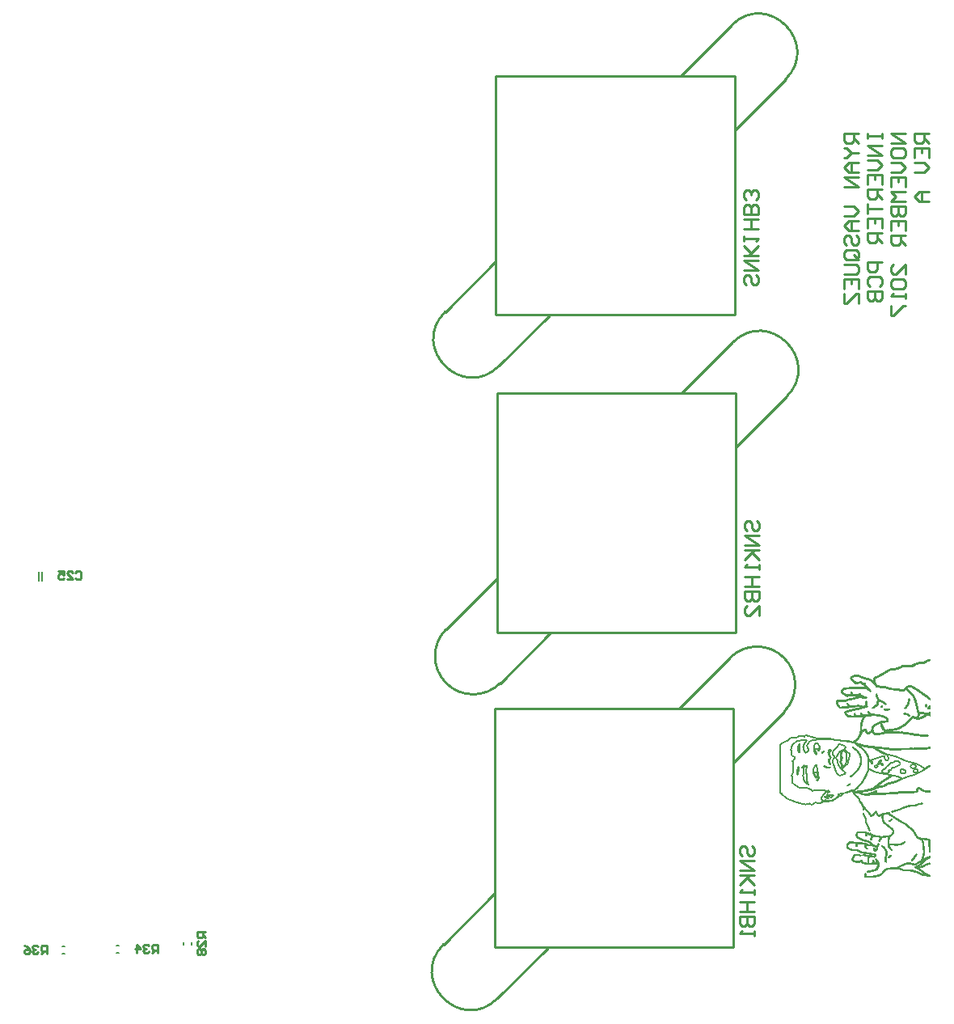
<source format=gbo>
G04 Layer_Color=32896*
%FSLAX25Y25*%
%MOIN*%
G70*
G01*
G75*
%ADD48C,0.01000*%
%ADD63C,0.00800*%
%ADD84C,0.00500*%
D48*
X442546Y135575D02*
G03*
X420275Y157846I-11135J11135D01*
G01*
X302165Y39735D02*
G03*
X324435Y17465I11135J-11135D01*
G01*
X443646Y265482D02*
G03*
X421375Y287753I-11135J11135D01*
G01*
X303264Y169643D02*
G03*
X325535Y147372I11135J-11135D01*
G01*
X443195Y396228D02*
G03*
X420924Y418499I-11135J11135D01*
G01*
X302813Y300389D02*
G03*
X325084Y278118I11135J-11135D01*
G01*
X399368Y136939D02*
X420275Y157846D01*
X421626Y114655D02*
X442546Y135575D01*
X323084Y60655D02*
X323143D01*
X302165Y39735D02*
X323084Y60655D01*
X345342Y38371D02*
Y38443D01*
X324435Y17465D02*
X345342Y38371D01*
X331016Y38443D02*
X345342D01*
X323143D02*
X421568D01*
Y136868D01*
X323143Y38443D02*
Y136868D01*
X421568D01*
X400468Y266846D02*
X421375Y287753D01*
X422726Y244562D02*
X443646Y265482D01*
X324184Y190562D02*
X324242D01*
X303264Y169643D02*
X324184Y190562D01*
X346443Y168279D02*
Y168350D01*
X325535Y147372D02*
X346443Y168279D01*
X332117Y168350D02*
X346443D01*
X324242D02*
X422668D01*
Y266775D01*
X324242Y168350D02*
Y266775D01*
X422668D01*
X400016Y397592D02*
X420924Y418499D01*
X422275Y375309D02*
X443195Y396228D01*
X323733Y321309D02*
X323791D01*
X302813Y300389D02*
X323733Y321309D01*
X345991Y299025D02*
Y299096D01*
X325084Y278118D02*
X345991Y299025D01*
X331665Y299096D02*
X345991D01*
X323791D02*
X422217D01*
Y397521D01*
X323791Y299096D02*
Y397521D01*
X422217D01*
X473407Y374000D02*
X467409D01*
Y371001D01*
X468409Y370001D01*
X470408D01*
X471408Y371001D01*
Y374000D01*
Y372001D02*
X473407Y370001D01*
X467409Y368002D02*
X468409D01*
X470408Y366003D01*
X468409Y364003D01*
X467409D01*
X470408Y366003D02*
X473407D01*
Y362004D02*
X469408D01*
X467409Y360004D01*
X469408Y358005D01*
X473407D01*
X470408D01*
Y362004D01*
X473407Y356006D02*
X467409D01*
X473407Y352007D01*
X467409D01*
Y344010D02*
X471408D01*
X473407Y342010D01*
X471408Y340011D01*
X467409D01*
X473407Y338012D02*
X469408D01*
X467409Y336012D01*
X469408Y334013D01*
X473407D01*
X470408D01*
Y338012D01*
X468409Y328015D02*
X467409Y329015D01*
Y331014D01*
X468409Y332014D01*
X469408D01*
X470408Y331014D01*
Y329015D01*
X471408Y328015D01*
X472407D01*
X473407Y329015D01*
Y331014D01*
X472407Y332014D01*
Y322017D02*
X468409D01*
X467409Y323017D01*
Y325016D01*
X468409Y326015D01*
X472407D01*
X473407Y325016D01*
Y323017D01*
X471408Y324016D02*
X473407Y322017D01*
Y323017D02*
X472407Y322017D01*
X467409Y320018D02*
X472407D01*
X473407Y319018D01*
Y317018D01*
X472407Y316019D01*
X467409D01*
Y310021D02*
Y314019D01*
X473407D01*
Y310021D01*
X470408Y314019D02*
Y312020D01*
X467409Y308021D02*
Y304023D01*
X468409D01*
X472407Y308021D01*
X473407D01*
Y304023D01*
X477007Y374000D02*
Y372001D01*
Y373000D01*
X483005D01*
Y374000D01*
Y372001D01*
Y369002D02*
X477007D01*
X483005Y365003D01*
X477007D01*
Y363004D02*
X481005D01*
X483005Y361004D01*
X481005Y359005D01*
X477007D01*
Y353007D02*
Y357006D01*
X483005D01*
Y353007D01*
X480006Y357006D02*
Y355006D01*
X483005Y351007D02*
X477007D01*
Y348008D01*
X478006Y347009D01*
X480006D01*
X481005Y348008D01*
Y351007D01*
Y349008D02*
X483005Y347009D01*
X477007Y345009D02*
Y341011D01*
Y343010D01*
X483005D01*
X477007Y335013D02*
Y339011D01*
X483005D01*
Y335013D01*
X480006Y339011D02*
Y337012D01*
X483005Y333013D02*
X477007D01*
Y330014D01*
X478006Y329015D01*
X480006D01*
X481005Y330014D01*
Y333013D01*
Y331014D02*
X483005Y329015D01*
Y321017D02*
X477007D01*
Y318018D01*
X478006Y317018D01*
X480006D01*
X481005Y318018D01*
Y321017D01*
X478006Y311020D02*
X477007Y312020D01*
Y314019D01*
X478006Y315019D01*
X482005D01*
X483005Y314019D01*
Y312020D01*
X482005Y311020D01*
X477007Y309021D02*
X483005D01*
Y306022D01*
X482005Y305022D01*
X481005D01*
X480006Y306022D01*
Y309021D01*
Y306022D01*
X479006Y305022D01*
X478006D01*
X477007Y306022D01*
Y309021D01*
X492602Y374000D02*
X486604D01*
X492602Y370001D01*
X486604D01*
Y365003D02*
Y367002D01*
X487604Y368002D01*
X491603D01*
X492602Y367002D01*
Y365003D01*
X491603Y364003D01*
X487604D01*
X486604Y365003D01*
Y362004D02*
X490603D01*
X492602Y360004D01*
X490603Y358005D01*
X486604D01*
Y352007D02*
Y356006D01*
X492602D01*
Y352007D01*
X489603Y356006D02*
Y354007D01*
X492602Y350008D02*
X486604D01*
X488604Y348008D01*
X486604Y346009D01*
X492602D01*
X486604Y344010D02*
X492602D01*
Y341011D01*
X491603Y340011D01*
X490603D01*
X489603Y341011D01*
Y344010D01*
Y341011D01*
X488604Y340011D01*
X487604D01*
X486604Y341011D01*
Y344010D01*
Y334013D02*
Y338012D01*
X492602D01*
Y334013D01*
X489603Y338012D02*
Y336012D01*
X492602Y332014D02*
X486604D01*
Y329015D01*
X487604Y328015D01*
X489603D01*
X490603Y329015D01*
Y332014D01*
Y330014D02*
X492602Y328015D01*
Y316019D02*
Y320018D01*
X488604Y316019D01*
X487604D01*
X486604Y317018D01*
Y319018D01*
X487604Y320018D01*
Y314019D02*
X486604Y313020D01*
Y311020D01*
X487604Y310021D01*
X491603D01*
X492602Y311020D01*
Y313020D01*
X491603Y314019D01*
X487604D01*
X492602Y308021D02*
Y306022D01*
Y307022D01*
X486604D01*
X487604Y308021D01*
X486604Y303023D02*
Y299024D01*
X487604D01*
X491603Y303023D01*
X492602D01*
X502200Y374000D02*
X496202D01*
Y371001D01*
X497202Y370001D01*
X499201D01*
X500201Y371001D01*
Y374000D01*
Y372001D02*
X502200Y370001D01*
X496202Y364003D02*
Y368002D01*
X502200D01*
Y364003D01*
X499201Y368002D02*
Y366003D01*
X496202Y362004D02*
X500201D01*
X502200Y360004D01*
X500201Y358005D01*
X496202D01*
X502200Y350008D02*
X498201D01*
X496202Y348008D01*
X498201Y346009D01*
X502200D01*
X499201D01*
Y350008D01*
X150467Y193016D02*
X151051Y193599D01*
X152217D01*
X152800Y193016D01*
Y190683D01*
X152217Y190100D01*
X151051D01*
X150467Y190683D01*
X146969Y190100D02*
X149301D01*
X146969Y192433D01*
Y193016D01*
X147552Y193599D01*
X148718D01*
X149301Y193016D01*
X143470Y193599D02*
X145802D01*
Y191849D01*
X144636Y192433D01*
X144053D01*
X143470Y191849D01*
Y190683D01*
X144053Y190100D01*
X145219D01*
X145802Y190683D01*
X204000Y44825D02*
X200501D01*
Y43076D01*
X201084Y42493D01*
X202251D01*
X202834Y43076D01*
Y44825D01*
Y43659D02*
X204000Y42493D01*
Y38994D02*
Y41326D01*
X201667Y38994D01*
X201084D01*
X200501Y39577D01*
Y40743D01*
X201084Y41326D01*
Y37828D02*
X200501Y37244D01*
Y36078D01*
X201084Y35495D01*
X201667D01*
X202251Y36078D01*
X202834Y35495D01*
X203417D01*
X204000Y36078D01*
Y37244D01*
X203417Y37828D01*
X202834D01*
X202251Y37244D01*
X201667Y37828D01*
X201084D01*
X202251Y37244D02*
Y36078D01*
X184254Y36200D02*
Y39699D01*
X182504D01*
X181921Y39116D01*
Y37949D01*
X182504Y37366D01*
X184254D01*
X183087D02*
X181921Y36200D01*
X180755Y39116D02*
X180172Y39699D01*
X179005D01*
X178422Y39116D01*
Y38533D01*
X179005Y37949D01*
X179588D01*
X179005D01*
X178422Y37366D01*
Y36783D01*
X179005Y36200D01*
X180172D01*
X180755Y36783D01*
X175506Y36200D02*
Y39699D01*
X177256Y37949D01*
X174923D01*
X138500Y35900D02*
Y39399D01*
X136751D01*
X136167Y38816D01*
Y37649D01*
X136751Y37066D01*
X138500D01*
X137334D02*
X136167Y35900D01*
X135001Y38816D02*
X134418Y39399D01*
X133252D01*
X132669Y38816D01*
Y38233D01*
X133252Y37649D01*
X133835D01*
X133252D01*
X132669Y37066D01*
Y36483D01*
X133252Y35900D01*
X134418D01*
X135001Y36483D01*
X129170Y39399D02*
X130336Y38816D01*
X131502Y37649D01*
Y36483D01*
X130919Y35900D01*
X129753D01*
X129170Y36483D01*
Y37066D01*
X129753Y37649D01*
X131502D01*
X430898Y315699D02*
X431898Y314699D01*
Y312700D01*
X430898Y311700D01*
X429899D01*
X428899Y312700D01*
Y314699D01*
X427899Y315699D01*
X426900D01*
X425900Y314699D01*
Y312700D01*
X426900Y311700D01*
X425900Y317698D02*
X431898D01*
X425900Y321697D01*
X431898D01*
Y323696D02*
X425900D01*
X427899D01*
X431898Y327695D01*
X428899Y324696D01*
X425900Y327695D01*
Y329694D02*
Y331694D01*
Y330694D01*
X431898D01*
X430898Y329694D01*
X431898Y334693D02*
X425900D01*
X428899D01*
Y338691D01*
X431898D01*
X425900D01*
X431898Y340691D02*
X425900D01*
Y343690D01*
X426900Y344689D01*
X427899D01*
X428899Y343690D01*
Y340691D01*
Y343690D01*
X429899Y344689D01*
X430898D01*
X431898Y343690D01*
Y340691D01*
X430898Y346689D02*
X431898Y347688D01*
Y349688D01*
X430898Y350687D01*
X429899D01*
X428899Y349688D01*
Y348688D01*
Y349688D01*
X427899Y350687D01*
X426900D01*
X425900Y349688D01*
Y347688D01*
X426900Y346689D01*
X425402Y76301D02*
X424402Y77301D01*
Y79300D01*
X425402Y80300D01*
X426401D01*
X427401Y79300D01*
Y77301D01*
X428401Y76301D01*
X429400D01*
X430400Y77301D01*
Y79300D01*
X429400Y80300D01*
X430400Y74302D02*
X424402D01*
X430400Y70303D01*
X424402D01*
Y68304D02*
X430400D01*
X428401D01*
X424402Y64305D01*
X427401Y67304D01*
X430400Y64305D01*
Y62306D02*
Y60307D01*
Y61306D01*
X424402D01*
X425402Y62306D01*
X424402Y57307D02*
X430400D01*
X427401D01*
Y53309D01*
X424402D01*
X430400D01*
X424402Y51309D02*
X430400D01*
Y48310D01*
X429400Y47311D01*
X428401D01*
X427401Y48310D01*
Y51309D01*
Y48310D01*
X426401Y47311D01*
X425402D01*
X424402Y48310D01*
Y51309D01*
X430400Y45311D02*
Y43312D01*
Y44312D01*
X424402D01*
X425402Y45311D01*
X427302Y210201D02*
X426302Y211201D01*
Y213200D01*
X427302Y214200D01*
X428301D01*
X429301Y213200D01*
Y211201D01*
X430301Y210201D01*
X431300D01*
X432300Y211201D01*
Y213200D01*
X431300Y214200D01*
X432300Y208202D02*
X426302D01*
X432300Y204203D01*
X426302D01*
Y202204D02*
X432300D01*
X430301D01*
X426302Y198205D01*
X429301Y201204D01*
X432300Y198205D01*
Y196206D02*
Y194207D01*
Y195206D01*
X426302D01*
X427302Y196206D01*
X426302Y191207D02*
X432300D01*
X429301D01*
Y187209D01*
X426302D01*
X432300D01*
X426302Y185209D02*
X432300D01*
Y182210D01*
X431300Y181211D01*
X430301D01*
X429301Y182210D01*
Y185209D01*
Y182210D01*
X428301Y181211D01*
X427302D01*
X426302Y182210D01*
Y185209D01*
X432300Y175213D02*
Y179211D01*
X428301Y175213D01*
X427302D01*
X426302Y176212D01*
Y178212D01*
X427302Y179211D01*
D63*
X500811Y155864D02*
G03*
X501444Y156258I-4874J8553D01*
G01*
X501722Y156437D02*
G03*
X501444Y156258I4052J-6595D01*
G01*
X501984Y156588D02*
G03*
X501722Y156437I2583J-4783D01*
G01*
X502208Y156702D02*
G03*
X501984Y156588I2358J-4895D01*
G01*
X502310Y156726D02*
G03*
X502208Y156702I0J-237D01*
G01*
X502310Y156726D02*
G03*
X502505Y156745I0J1017D01*
G01*
D02*
G03*
X502662Y156801I-104J532D01*
G01*
D02*
G03*
X502764Y156888I-158J287D01*
G01*
D02*
G03*
X502800Y156994I-137J106D01*
G01*
D02*
G03*
X502664Y157113I-120J0D01*
G01*
D02*
G03*
X502226Y157002I286J-2068D01*
G01*
Y157002D02*
G03*
X501598Y156717I1651J-4458D01*
G01*
X501598Y156717D02*
G03*
X500855Y156274I5534J-10133D01*
G01*
X500530Y156087D02*
G03*
X500855Y156274I-1601J3162D01*
G01*
X497107Y155152D02*
G03*
X496332Y154738I5661J-11566D01*
G01*
X497699Y155379D02*
G03*
X497107Y155152I996J-3472D01*
G01*
X498299Y155492D02*
G03*
X497699Y155379I299J-3244D01*
G01*
X499091Y155530D02*
G03*
X498299Y155492I42J-9092D01*
G01*
X499253Y155882D02*
G03*
X498262Y155800I1265J-21278D01*
G01*
D02*
G03*
X497624Y155680I437J-4104D01*
G01*
D02*
G03*
X497061Y155472I864J-3203D01*
G01*
D02*
G03*
X496350Y155099I4442J-9323D01*
G01*
X485030Y152047D02*
G03*
X484440Y151704I17381J-30599D01*
G01*
X485582Y152354D02*
G03*
X485030Y152047I15364J-28326D01*
G01*
X485992Y152563D02*
G03*
X485582Y152354I4033J-8401D01*
G01*
X486516Y152798D02*
G03*
X485992Y152563I4268J-10217D01*
G01*
X486882Y152917D02*
G03*
X486516Y152798I541J-2289D01*
G01*
X487289Y152983D02*
G03*
X486882Y152917I263J-2904D01*
G01*
X487992Y153035D02*
G03*
X487289Y152983I1313J-22283D01*
G01*
X487992Y153035D02*
G03*
X488803Y153108I-801J13600D01*
G01*
D02*
G03*
X489371Y153222I-429J3603D01*
G01*
Y153222D02*
G03*
X489963Y153436I-1271J4445D01*
G01*
D02*
G03*
X490897Y153866I-12184J27675D01*
G01*
X489814Y153720D02*
G03*
X490624Y154099I-4631J10952D01*
G01*
X489134Y153488D02*
G03*
X489814Y153720I-1277J4861D01*
G01*
X488461Y153366D02*
G03*
X489134Y153488I-458J4425D01*
G01*
X487680Y153326D02*
G03*
X488461Y153366I-0J7585D01*
G01*
X487680Y153326D02*
G03*
X487123Y153312I0J-11292D01*
G01*
D02*
G03*
X486796Y153260I76J-1546D01*
G01*
D02*
G03*
X486469Y153138I485J-1800D01*
G01*
D02*
G03*
X485877Y152839I8951J-18475D01*
G01*
D02*
G03*
X485424Y152595I10742J-20461D01*
G01*
Y152595D02*
G03*
X484811Y152252I38018J-68654D01*
G01*
X492586Y144834D02*
G03*
X492402Y144644I3183J-3266D01*
G01*
X492690Y144896D02*
G03*
X492586Y144834I78J-248D01*
G01*
X492795Y144894D02*
G03*
X492690Y144896I-56J-154D01*
G01*
X492963Y144819D02*
G03*
X492795Y144894I-607J-1138D01*
G01*
X493106Y144720D02*
G03*
X492963Y144819I-497J-565D01*
G01*
X493346Y144499D02*
G03*
X493106Y144720I-5494J-5746D01*
G01*
X493619Y144227D02*
G03*
X493346Y144499I-6325J-6057D01*
G01*
X493891Y143932D02*
G03*
X493619Y144227I-7743J-6859D01*
G01*
X493891Y143932D02*
G03*
X494185Y143607I14343J12706D01*
G01*
D02*
G03*
X494526Y143246I23071J21399D01*
G01*
X493491Y145687D02*
G03*
X493179Y145506I930J-1966D01*
G01*
X493836Y145819D02*
G03*
X493491Y145687I676J-2290D01*
G01*
X494208Y145899D02*
G03*
X493836Y145819I346J-2510D01*
G01*
X494599Y145926D02*
G03*
X494208Y145899I0J-2868D01*
G01*
X494891Y145898D02*
G03*
X494599Y145926I-291J-1505D01*
G01*
X495162Y145815D02*
G03*
X494891Y145898I-530J-1251D01*
G01*
X495502Y145645D02*
G03*
X495162Y145815I-1488J-2542D01*
G01*
X496059Y145308D02*
G03*
X495502Y145645I-12144J-19459D01*
G01*
X497650Y144279D02*
G03*
X496059Y145308I-33010J-49316D01*
G01*
X499073Y143672D02*
G03*
X499453Y143405I19683J27651D01*
G01*
X498800Y143873D02*
G03*
X499073Y143672I6105J7990D01*
G01*
X498800Y143873D02*
G03*
X497937Y144484I-8733J-11430D01*
G01*
X497937D02*
G03*
X496723Y145252I-26135J-39984D01*
G01*
X496723D02*
G03*
X495519Y145970I-34466J-56360D01*
G01*
Y145970D02*
G03*
X495006Y146194I-1204J-2066D01*
G01*
Y146194D02*
G03*
X494358Y146271I-542J-1798D01*
G01*
D02*
G03*
X493706Y146126I116J-2066D01*
G01*
D02*
G03*
X493054Y145753I1001J-2502D01*
G01*
D02*
G03*
X492411Y145156I3052J-3932D01*
G01*
X485019Y145294D02*
G03*
X484690Y145421I-1180J-2578D01*
G01*
X485019Y145294D02*
G03*
X485643Y145042I3085J6744D01*
G01*
D02*
G03*
X486189Y144896I1238J3520D01*
G01*
D02*
G03*
X486866Y144805I1169J6194D01*
G01*
D02*
G03*
X488000Y144731I3439J43863D01*
G01*
X488951Y144674D02*
G03*
X488000Y144731I-4051J-59050D01*
G01*
X489465Y144616D02*
G03*
X488951Y144674I-921J-5872D01*
G01*
X489834Y144529D02*
G03*
X489465Y144616I-759J-2406D01*
G01*
X490200Y144386D02*
G03*
X489834Y144529I-1252J-2664D01*
G01*
X490200Y144386D02*
G03*
X490847Y144165I1333J2836D01*
G01*
D02*
G03*
X491436Y144134I385J1715D01*
G01*
X491037Y144463D02*
G03*
X491496Y144463I231J978D01*
G01*
X490350Y144674D02*
G03*
X491037Y144463I1936J5080D01*
G01*
X490350Y144674D02*
G03*
X489914Y144819I-1908J-5008D01*
G01*
Y144819D02*
G03*
X489531Y144901I-783J-2740D01*
G01*
Y144901D02*
G03*
X489054Y144945I-698J-4924D01*
G01*
Y144945D02*
G03*
X488250Y144972I-1592J-35824D01*
G01*
X487368Y145003D02*
G03*
X488250Y144972I1567J31097D01*
G01*
X486846Y145062D02*
G03*
X487368Y145003I739J4252D01*
G01*
X486322Y145184D02*
G03*
X486846Y145062I1319J4454D01*
G01*
X485418Y145464D02*
G03*
X486322Y145184I12146J37679D01*
G01*
X485418Y145464D02*
G03*
X484701Y145685I-8850J-27455D01*
G01*
X477344Y144676D02*
G03*
X477840Y144249I37284J42817D01*
G01*
D02*
G03*
X478054Y144088I1430J1681D01*
G01*
D02*
G03*
X478180Y144036I195J295D01*
G01*
Y144036D02*
G03*
X478270Y144064I20J98D01*
G01*
Y144064D02*
G03*
X478273Y144124I-32J32D01*
G01*
Y144124D02*
G03*
X478069Y144367I-7400J-5997D01*
G01*
X478069D02*
G03*
X477805Y144655I-5046J-4375D01*
G01*
X477805D02*
G03*
X477475Y144982I-9418J-9186D01*
G01*
X476798Y145657D02*
G03*
X477475Y144982I16016J15380D01*
G01*
X477093Y148892D02*
G03*
X476589Y149027I-4923J-17462D01*
G01*
X477584Y148746D02*
G03*
X477093Y148892I-5073J-16102D01*
G01*
X478004Y148607D02*
G03*
X477584Y148746I-4960J-14276D01*
G01*
X478239Y148507D02*
G03*
X478004Y148607I-856J-1687D01*
G01*
X478802Y148127D02*
G03*
X478239Y148507I-1805J-2065D01*
G01*
X479563Y147411D02*
G03*
X478802Y148127I-10133J-10011D01*
G01*
X480266Y146657D02*
G03*
X479563Y147411I-13281J-11672D01*
G01*
X480460Y146259D02*
G03*
X480266Y146657I-822J-154D01*
G01*
X480460Y146259D02*
G03*
X480508Y146068I1622J304D01*
G01*
D02*
G03*
X480570Y145978I176J55D01*
G01*
D02*
G03*
X480674Y145935I126J160D01*
G01*
D02*
G03*
X480886Y145923I226J2114D01*
G01*
X481054Y145915D02*
G03*
X480886Y145923I-182J-2076D01*
G01*
X481261Y145893D02*
G03*
X481054Y145915I-624J-4741D01*
G01*
X481470Y145861D02*
G03*
X481261Y145893I-851J-4842D01*
G01*
X481650Y145823D02*
G03*
X481470Y145861I-657J-2681D01*
G01*
X481650Y145823D02*
G03*
X481878Y145779I535J2184D01*
G01*
D02*
G03*
X482289Y145727I2761J19987D01*
G01*
D02*
G03*
X482769Y145676I2595J22129D01*
G01*
D02*
G03*
X483263Y145634I2339J24535D01*
G01*
X483074Y145937D02*
G03*
X483373Y145926I300J3905D01*
G01*
X482666Y145975D02*
G03*
X483074Y145937I1419J13135D01*
G01*
X482228Y146029D02*
G03*
X482666Y145975I1986J14279D01*
G01*
X481825Y146093D02*
G03*
X482228Y146029I1864J10436D01*
G01*
X480634Y146693D02*
G03*
X480519Y146874I-2312J-1355D01*
G01*
D02*
G03*
X480381Y147057I-2887J-2018D01*
G01*
D02*
G03*
X480243Y147218I-2493J-1996D01*
G01*
X480243D02*
G03*
X480129Y147324I-706J-647D01*
G01*
X479984Y147472D02*
G03*
X480129Y147324I641J482D01*
G01*
X479920Y147625D02*
G03*
X479984Y147472I334J51D01*
G01*
X479908Y147870D02*
G03*
X479920Y147625I1194J-66D01*
G01*
X479949Y148514D02*
G03*
X479908Y147870I39021J-2793D01*
G01*
X480482Y149623D02*
G03*
X481065Y149824I-885J3514D01*
G01*
D02*
G03*
X481884Y150215I-6524J14723D01*
G01*
X480585Y149985D02*
G03*
X480962Y150097I-297J1687D01*
G01*
X480585Y149985D02*
G03*
X480427Y149945I204J-1159D01*
G01*
Y149945D02*
G03*
X480251Y149879I624J-1922D01*
G01*
Y149879D02*
G03*
X480086Y149799I776J-1803D01*
G01*
D02*
G03*
X479960Y149716I434J-796D01*
G01*
D02*
G03*
X479816Y149573I561J-714D01*
G01*
D02*
G03*
X479741Y149427I312J-252D01*
G01*
D02*
G03*
X479708Y149211I906J-249D01*
G01*
D02*
G03*
X479700Y148768I12770J-442D01*
G01*
X479693Y148458D02*
G03*
X479700Y148768I-7098J310D01*
G01*
X479671Y148225D02*
G03*
X479693Y148458I-2347J337D01*
G01*
X479639Y148061D02*
G03*
X479671Y148225I-1536J389D01*
G01*
X479593Y148026D02*
G03*
X479639Y148061I0J47D01*
G01*
X479534Y148039D02*
G03*
X479593Y148026I60J123D01*
G01*
X479424Y148098D02*
G03*
X479534Y148039I922J1610D01*
G01*
X479296Y148177D02*
G03*
X479424Y148098I1151J1709D01*
G01*
X479166Y148270D02*
G03*
X479296Y148177I1655J2169D01*
G01*
X479166Y148270D02*
G03*
X478682Y148579I-2077J-2723D01*
G01*
D02*
G03*
X478044Y148877I-3555J-6766D01*
G01*
D02*
G03*
X477327Y149138I-3337J-8080D01*
G01*
D02*
G03*
X476596Y149332I-2534J-8067D01*
G01*
X470769Y143076D02*
G03*
X470612Y143328I-3935J-2263D01*
G01*
D02*
G03*
X470458Y143538I-2225J-1482D01*
G01*
D02*
G03*
X470320Y143691I-1753J-1431D01*
G01*
D02*
G03*
X470238Y143726I-82J-81D01*
G01*
D02*
G03*
X470178Y143699I0J-80D01*
G01*
D02*
G03*
X470163Y143639I50J-45D01*
G01*
Y143639D02*
G03*
X470208Y143518I472J109D01*
G01*
D02*
G03*
X470340Y143283I6583J3545D01*
G01*
X470440Y143109D02*
G03*
X470340Y143283I-8919J-4995D01*
G01*
X472660Y145175D02*
G03*
X469375Y145157I38J-310007D01*
G01*
X475006Y147181D02*
G03*
X475381Y147100I379J852D01*
G01*
X474702Y147403D02*
G03*
X475006Y147181I671J598D01*
G01*
X474463Y147763D02*
G03*
X474702Y147403I1372J651D01*
G01*
X473757Y147820D02*
G03*
X473944Y147909I-393J1073D01*
G01*
X473513Y147744D02*
G03*
X473757Y147820I-659J2536D01*
G01*
X473236Y147686D02*
G03*
X473513Y147744I-508J3083D01*
G01*
X472947Y147650D02*
G03*
X473236Y147686I-280J3486D01*
G01*
X472446Y147656D02*
G03*
X472947Y147650I284J2702D01*
G01*
X472060Y147768D02*
G03*
X472446Y147656I506J1027D01*
G01*
X471643Y148038D02*
G03*
X472060Y147768I1349J1624D01*
G01*
X470974Y148621D02*
G03*
X471643Y148038I12673J13867D01*
G01*
X470516Y149114D02*
G03*
X470974Y148621I3243J2555D01*
G01*
X470411Y149476D02*
G03*
X470516Y149114I499J-51D01*
G01*
X470591Y149780D02*
G03*
X470411Y149476I240J-347D01*
G01*
X471121Y150070D02*
G03*
X470591Y149780I1119J-2678D01*
G01*
X474500Y149727D02*
G03*
X473513Y150109I-3619J-7897D01*
G01*
X474500Y149727D02*
G03*
X474913Y149556I2558J5580D01*
G01*
D02*
G03*
X475464Y149361I6145J16481D01*
G01*
X474982Y149836D02*
G03*
X475577Y149626I6585J17779D01*
G01*
X474454Y150045D02*
G03*
X474982Y149836I4833J11413D01*
G01*
X470794Y150205D02*
G03*
X470406Y149961I752J-1624D01*
G01*
X470406Y149961D02*
G03*
X470180Y149690I620J-750D01*
G01*
X470180Y149690D02*
G03*
X470100Y149388I532J-302D01*
G01*
D02*
G03*
X470127Y149204I646J0D01*
G01*
D02*
G03*
X470206Y149031I658J196D01*
G01*
D02*
G03*
X470357Y148835I1141J726D01*
G01*
D02*
G03*
X470625Y148563I5176J4827D01*
G01*
D02*
G03*
X470861Y148342I8739J9078D01*
G01*
D02*
G03*
X471136Y148095I14567J15928D01*
G01*
D02*
G03*
X471407Y147860I13761J15576D01*
G01*
Y147859D02*
G03*
X471628Y147678I5479J6422D01*
G01*
X472890Y147351D02*
G03*
X473205Y147380I-508J7406D01*
G01*
D02*
G03*
X473502Y147420I-667J5983D01*
G01*
D02*
G03*
X473750Y147466I-884J5446D01*
G01*
D02*
G03*
X473872Y147511I-93J446D01*
G01*
X473993Y147546D02*
G03*
X473872Y147511I23J-304D01*
G01*
X474109Y147525D02*
G03*
X473993Y147546I-99J-216D01*
G01*
X474252Y147435D02*
G03*
X474109Y147525I-405J-483D01*
G01*
X474481Y147232D02*
G03*
X474252Y147435I-4002J-4292D01*
G01*
X474481Y147232D02*
G03*
X474667Y147077I1425J1528D01*
G01*
X474667D02*
G03*
X474883Y146934I1640J2227D01*
G01*
X474883Y146934D02*
G03*
X475096Y146819I1292J2151D01*
G01*
X475096D02*
G03*
X475269Y146758I373J783D01*
G01*
X475461Y146692D02*
G03*
X475269Y146758I-429J-936D01*
G01*
X474288Y145522D02*
G03*
X475458Y145563I-962J44547D01*
G01*
X472125Y145480D02*
G03*
X474288Y145522I-7550J449970D01*
G01*
X472125Y145480D02*
G03*
X470496Y145446I3235J-192807D01*
G01*
D02*
G03*
X469059Y145401I2960J-117302D01*
G01*
X466874Y143431D02*
G03*
X467379Y143029I9944J12011D01*
G01*
X466397Y143831D02*
G03*
X466874Y143431I25756J30132D01*
G01*
X466350Y143934D02*
G03*
X466397Y143831I135J0D01*
G01*
X466365Y143985D02*
G03*
X466350Y143934I77J-51D01*
G01*
X466459Y144123D02*
G03*
X466365Y143985I4173J-2943D01*
G01*
X466579Y144285D02*
G03*
X466459Y144123I3305J-2577D01*
G01*
X466722Y144462D02*
G03*
X466579Y144285I5128J-4287D01*
G01*
X467258Y144863D02*
G03*
X466722Y144462I578J-1333D01*
G01*
X467550Y145309D02*
G03*
X467033Y145091I462J-1821D01*
G01*
D02*
G03*
X466557Y144716I1330J-2178D01*
G01*
D02*
G03*
X466214Y144272I1572J-1568D01*
G01*
D02*
G03*
X466100Y143856I711J-418D01*
G01*
D02*
G03*
X466236Y143567I374J-1D01*
G01*
X502192Y137633D02*
G03*
X501999Y137413I1603J-1603D01*
G01*
Y137413D02*
G03*
X501917Y137240I355J-273D01*
G01*
Y137240D02*
G03*
X501928Y137079I276J-63D01*
G01*
X501928D02*
G03*
X502025Y136904I604J222D01*
G01*
X502025Y136904D02*
G03*
X502203Y136795I235J184D01*
G01*
D02*
G03*
X502476Y136790I154J794D01*
G01*
Y136790D02*
G03*
X502715Y136873I-100J669D01*
G01*
Y136873D02*
G03*
X502800Y137020I-85J147D01*
G01*
D02*
G03*
X502785Y137093I-190J0D01*
G01*
D02*
G03*
X502744Y137146I-116J-49D01*
G01*
D02*
G03*
X502674Y137176I-101J-137D01*
G01*
D02*
G03*
X502578Y137184I-81J-428D01*
G01*
X502396Y137226D02*
G03*
X502578Y137184I169J313D01*
G01*
X502316Y137348D02*
G03*
X502396Y137226I154J13D01*
G01*
X502372Y137491D02*
G03*
X502316Y137348I116J-128D01*
G01*
X502543Y137583D02*
G03*
X502372Y137491I97J-387D01*
G01*
X502543Y137583D02*
G03*
X502641Y137618I-132J527D01*
G01*
Y137618D02*
G03*
X502725Y137669I-179J381D01*
G01*
D02*
G03*
X502781Y137729I-186J235D01*
G01*
D02*
G03*
X502800Y137786I-80J58D01*
G01*
D02*
G03*
X502742Y137892I-125J0D01*
G01*
D02*
G03*
X502612Y137913I-89J-140D01*
G01*
D02*
G03*
X502414Y137821I144J-571D01*
G01*
X502414D02*
G03*
X502192Y137633I1025J-1434D01*
G01*
X501085Y138605D02*
G03*
X501006Y138595I-24J-125D01*
G01*
X501006D02*
G03*
X500963Y138542I34J-72D01*
G01*
D02*
G03*
X500952Y138419I392J-96D01*
G01*
X500952D02*
G03*
X500975Y138156I6617J446D01*
G01*
X500975D02*
G03*
X501036Y137661I16459J1769D01*
G01*
D02*
G03*
X501105Y137592I79J11D01*
G01*
D02*
G03*
X501172Y137645I8J59D01*
G01*
X501172D02*
G03*
X501214Y138125I-14514J1519D01*
G01*
X501214D02*
G03*
X501223Y138353I-3627J259D01*
G01*
D02*
G03*
X501206Y138487I-500J4D01*
G01*
D02*
G03*
X501161Y138565I-167J-45D01*
G01*
D02*
G03*
X501085Y138605I-104J-105D01*
G01*
X502800Y135063D02*
G03*
X502779Y135139I-148J0D01*
G01*
X502779D02*
G03*
X502727Y135163I-43J-26D01*
G01*
D02*
G03*
X502621Y135126I61J-347D01*
G01*
X502675Y140700D02*
G03*
X501338Y141712I-24905J-31532D01*
G01*
X502675Y140700D02*
G03*
X502734Y140664I187J237D01*
G01*
D02*
G03*
X502772Y140667I16J33D01*
G01*
Y140667D02*
G03*
X502794Y140706I-34J46D01*
G01*
D02*
G03*
X502800Y140793I-653J88D01*
G01*
D02*
G03*
X502696Y141024I-308J0D01*
G01*
D02*
G03*
X502029Y141590I-14317J-16190D01*
G01*
D02*
G03*
X501199Y142224I-10579J-12986D01*
G01*
X492846Y137612D02*
G03*
X492548Y137233I15985J-12888D01*
G01*
X492548D02*
G03*
X492436Y137051I825J-634D01*
G01*
D02*
G03*
X492457Y136991I40J-19D01*
G01*
D02*
G03*
X492545Y136988I48J101D01*
G01*
D02*
G03*
X492747Y137127I-187J487D01*
G01*
X492747Y137127D02*
G03*
X493073Y137517I-5638J5045D01*
G01*
X493073Y137517D02*
G03*
X493398Y137969I-5450J4253D01*
G01*
Y137969D02*
G03*
X493642Y138393I-3450J2271D01*
G01*
Y138393D02*
G03*
X493906Y139056I-3806J1903D01*
G01*
X493906D02*
G03*
X494137Y139940I-10704J3261D01*
G01*
X494137D02*
G03*
X494302Y140796I-18221J3961D01*
G01*
D02*
G03*
X494192Y140926I-110J18D01*
G01*
D02*
G03*
X494121Y140881I0J-79D01*
G01*
D02*
G03*
X494062Y140719I841J-400D01*
G01*
D02*
G03*
X493998Y140422I3193J-843D01*
G01*
D02*
G03*
X493903Y139832I40435J-6783D01*
G01*
X493773Y139269D02*
G03*
X493903Y139832I-3627J1137D01*
G01*
X493556Y138717D02*
G03*
X493773Y139269I-3816J1817D01*
G01*
X493248Y138167D02*
G03*
X493556Y138717I-4017J2609D01*
G01*
X492846Y137612D02*
G03*
X493248Y138167I-5203J4195D01*
G01*
X495787Y141932D02*
G03*
X495592Y142160I-5750J-4732D01*
G01*
X495902Y141773D02*
G03*
X495787Y141932I-1240J-767D01*
G01*
X496275Y141013D02*
G03*
X495902Y141773I-4092J-1539D01*
G01*
X496679Y139827D02*
G03*
X496275Y141013I-18989J-5802D01*
G01*
X497067Y138408D02*
G03*
X496679Y139827I-24159J-5844D01*
G01*
X497398Y136876D02*
G03*
X497067Y138408I-31531J-6015D01*
G01*
X497398Y136876D02*
G03*
X497460Y136584I7575J1445D01*
G01*
X497460D02*
G03*
X497553Y136193I24407J5641D01*
G01*
X497553D02*
G03*
X497660Y135775I26342J6536D01*
G01*
D02*
G03*
X497766Y135393I18688J4953D01*
G01*
X499486Y135216D02*
G03*
X499089Y135270I-1000J-5852D01*
G01*
Y135270D02*
G03*
X498758Y135290I-420J-4118D01*
G01*
D02*
G03*
X498494Y135275I-36J-1671D01*
G01*
X497709Y136793D02*
G03*
X497381Y138319I-79555J-16283D01*
G01*
X497381D02*
G03*
X497106Y139418I-22651J-5091D01*
G01*
D02*
G03*
X496830Y140302I-13928J-3853D01*
G01*
D02*
G03*
X496509Y141129I-11472J-3981D01*
G01*
D02*
G03*
X496186Y141791I-7196J-3102D01*
G01*
X484728Y136314D02*
G03*
X485242Y136358I-207J5457D01*
G01*
Y136358D02*
G03*
X485688Y136449I-437J3280D01*
G01*
D02*
G03*
X486017Y136566I-640J2313D01*
G01*
D02*
G03*
X486100Y136693I-56J127D01*
G01*
D02*
G03*
X486030Y136759I-65J0D01*
G01*
X486030D02*
G03*
X485129Y136690I5181J-74167D01*
G01*
X484408Y138652D02*
G03*
X484473Y138676I19J49D01*
G01*
X484473D02*
G03*
X484500Y138785I-203J108D01*
G01*
X482667Y137859D02*
G03*
X482611Y137765I157J-157D01*
G01*
D02*
G03*
X482606Y137655I219J-65D01*
G01*
Y137655D02*
G03*
X482653Y137556I220J44D01*
G01*
X482653Y137556D02*
G03*
X482740Y137493I163J135D01*
G01*
Y137493D02*
G03*
X482855Y137472I117J304D01*
G01*
Y137472D02*
G03*
X482936Y137504I1J117D01*
G01*
Y137504D02*
G03*
X482985Y137593I-118J123D01*
G01*
D02*
G03*
X483000Y137742I-733J150D01*
G01*
D02*
G03*
X482968Y137851I-200J-0D01*
G01*
Y137851D02*
G03*
X482883Y137918I-140J-91D01*
G01*
D02*
G03*
X482771Y137921I-61J-174D01*
G01*
X482771D02*
G03*
X482667Y137859I68J-234D01*
G01*
X479822Y137800D02*
G03*
X479508Y137566I10961J-15068D01*
G01*
D02*
G03*
X479249Y137363I5605J-7374D01*
G01*
D02*
G03*
X479037Y137187I13782J-16856D01*
G01*
X479037D02*
G03*
X479035Y137157I13J-15D01*
G01*
X479035Y137157D02*
G03*
X479173Y137124I97J97D01*
G01*
Y137124D02*
G03*
X479480Y137244I-762J2392D01*
G01*
D02*
G03*
X479863Y137454I-1493J3170D01*
G01*
X479863D02*
G03*
X480289Y137747I-3651J5763D01*
G01*
X480289D02*
G03*
X480932Y138254I-8947J12007D01*
G01*
Y138254D02*
G03*
X481224Y138584I-941J1129D01*
G01*
D02*
G03*
X481358Y138934I-757J490D01*
G01*
X481358D02*
G03*
X481399Y139462I-3361J531D01*
G01*
X482227Y139945D02*
G03*
X481766Y140079I-915J-2287D01*
G01*
X482820Y139680D02*
G03*
X482227Y139945I-3572J-7177D01*
G01*
X483416Y139352D02*
G03*
X482820Y139680I-4336J-7187D01*
G01*
X483150Y139860D02*
G03*
X482387Y140213I-3920J-7490D01*
G01*
X482101Y140344D02*
G03*
X482387Y140212I1468J2804D01*
G01*
X481878Y140486D02*
G03*
X482101Y140344I958J1262D01*
G01*
X481689Y140658D02*
G03*
X481878Y140486I1071J991D01*
G01*
X481507Y140880D02*
G03*
X481689Y140658I1890J1357D01*
G01*
X481261Y141289D02*
G03*
X481507Y140880I2679J1337D01*
G01*
X481027Y141816D02*
G03*
X481261Y141289I5856J2280D01*
G01*
X480736Y141769D02*
G03*
X480955Y141230I4442J1485D01*
G01*
X481137Y140831D02*
G03*
X480955Y141230I-10913J-4744D01*
G01*
X481222Y140583D02*
G03*
X481137Y140831I-1620J-419D01*
G01*
X481244Y140399D02*
G03*
X481222Y140583I-692J10D01*
G01*
X481213Y140233D02*
G03*
X481244Y140399I-463J174D01*
G01*
X481213Y140233D02*
G03*
X481172Y140095I938J-353D01*
G01*
Y140095D02*
G03*
X481129Y139879I5133J-1129D01*
G01*
Y139879D02*
G03*
X481091Y139633I5853J-1032D01*
G01*
D02*
G03*
X481064Y139390I5483J-732D01*
G01*
X480986Y138940D02*
G03*
X481064Y139390I-2645J692D01*
G01*
X480837Y138639D02*
G03*
X480986Y138940I-654J511D01*
G01*
X480536Y138338D02*
G03*
X480837Y138639I-1069J1371D01*
G01*
X479822Y137800D02*
G03*
X480536Y138338I-15788J21704D01*
G01*
X476402Y141237D02*
G03*
X476545Y141269I4J321D01*
G01*
Y141269D02*
G03*
X476600Y141356I-42J87D01*
G01*
D02*
G03*
X476567Y141416I-72J0D01*
G01*
D02*
G03*
X476440Y141483I-487J-772D01*
G01*
X477650Y135344D02*
G03*
X477545Y135528I-5483J-2984D01*
G01*
D02*
G03*
X477448Y135684I-3017J-1778D01*
G01*
D02*
G03*
X477362Y135809I-4249J-2814D01*
G01*
X477362D02*
G03*
X477331Y135826I-32J-22D01*
G01*
D02*
G03*
X477266Y135747I0J-66D01*
G01*
X477266Y135747D02*
G03*
X477354Y135405I3096J615D01*
G01*
X476448Y137579D02*
G03*
X476609Y137633I-414J1493D01*
G01*
D02*
G03*
X476764Y137711I-384J960D01*
G01*
Y137711D02*
G03*
X476818Y137789I-61J101D01*
G01*
D02*
G03*
X476816Y137913I-291J57D01*
G01*
D02*
G03*
X476731Y138256I-11855J-2758D01*
G01*
X476676Y138495D02*
G03*
X476731Y138256I3771J741D01*
G01*
X476625Y138783D02*
G03*
X476676Y138495I7790J1232D01*
G01*
X476584Y139074D02*
G03*
X476625Y138783I7858J945D01*
G01*
X476563Y139321D02*
G03*
X476585Y139074I3975J229D01*
G01*
X476563Y139321D02*
G03*
X476541Y139550I-3197J-184D01*
G01*
D02*
G03*
X476505Y139731I-1309J-171D01*
G01*
D02*
G03*
X476457Y139858I-760J-210D01*
G01*
D02*
G03*
X476400Y139909I-88J-41D01*
G01*
X468664Y140302D02*
G03*
X468430Y140213I1025J-3046D01*
G01*
X468934Y140381D02*
G03*
X468664Y140302I903J-3563D01*
G01*
X469202Y140437D02*
G03*
X468934Y140381I546J-3268D01*
G01*
X469202Y140437D02*
G03*
X470118Y140605I-4793J28703D01*
G01*
D02*
G03*
X470998Y140798I-5020J25095D01*
G01*
D02*
G03*
X471748Y140990I-5054J21329D01*
G01*
Y140990D02*
G03*
X472198Y141147I-908J3306D01*
G01*
X472790Y141350D02*
G03*
X472198Y141147I1010J-3915D01*
G01*
X473384Y141450D02*
G03*
X472790Y141350I280J-3492D01*
G01*
X474088Y141457D02*
G03*
X473384Y141450I-296J-5094D01*
G01*
X475035Y141375D02*
G03*
X474088Y141457I-1902J-16371D01*
G01*
X474796Y142113D02*
G03*
X475426Y141791I2683J4483D01*
G01*
X469213Y135747D02*
G03*
X468560Y135526I2980J-9871D01*
G01*
X469850Y135913D02*
G03*
X469213Y135747I1848J-8397D01*
G01*
X469850Y135913D02*
G03*
X470227Y136001I-3678J16715D01*
G01*
D02*
G03*
X470614Y136099I-4638J19018D01*
G01*
D02*
G03*
X470959Y136195I-4491J16909D01*
G01*
D02*
G03*
X471188Y136268I-1022J3553D01*
G01*
X471396Y136329D02*
G03*
X471188Y136268I369J-1668D01*
G01*
X471666Y136380D02*
G03*
X471396Y136329I656J-4241D01*
G01*
X471950Y136414D02*
G03*
X471666Y136380I407J-4495D01*
G01*
X472203Y136426D02*
G03*
X471950Y136414I0J-2809D01*
G01*
X472203Y136426D02*
G03*
X472509Y136442I-0J2882D01*
G01*
D02*
G03*
X472795Y136491I-246J2308D01*
G01*
Y136491D02*
G03*
X473090Y136578I-606J2569D01*
G01*
Y136579D02*
G03*
X473421Y136713I-1650J4550D01*
G01*
X473745Y136841D02*
G03*
X473421Y136713I1290J-3727D01*
G01*
X474209Y136993D02*
G03*
X473745Y136841I4335J-14014D01*
G01*
X474720Y137142D02*
G03*
X474209Y136993I4273J-15613D01*
G01*
X475205Y137265D02*
G03*
X474720Y137142I2848J-12300D01*
G01*
X475070Y137736D02*
G03*
X475473Y137770I47J1847D01*
G01*
X474649Y137790D02*
G03*
X475070Y137736I475J2030D01*
G01*
X474147Y137937D02*
G03*
X474649Y137790I1579J4453D01*
G01*
X474147Y137937D02*
G03*
X473693Y138064I-1158J-3267D01*
G01*
X473693D02*
G03*
X473281Y138108I-427J-2055D01*
G01*
D02*
G03*
X472642Y138090I-63J-8949D01*
G01*
D02*
G03*
X470717Y137961I29185J-452493D01*
G01*
X469213Y138511D02*
G03*
X468990Y138747I-10189J-9457D01*
G01*
D02*
G03*
X468790Y138945I-5661J-5507D01*
G01*
D02*
G03*
X468617Y139108I-9775J-10212D01*
G01*
D02*
G03*
X468572Y139126I-45J-49D01*
G01*
D02*
G03*
X468517Y139081I0J-56D01*
G01*
D02*
G03*
X468528Y138981I161J-32D01*
G01*
D02*
G03*
X468634Y138798I963J437D01*
G01*
D02*
G03*
X468849Y138515I6298J4552D01*
G01*
X469092Y138163D02*
G03*
X468849Y138515I-2779J-1664D01*
G01*
X469187Y137892D02*
G03*
X469092Y138163I-708J-96D01*
G01*
X469141Y137702D02*
G03*
X469187Y137892I-219J154D01*
G01*
X468975Y137584D02*
G03*
X469141Y137702I-86J296D01*
G01*
X468822Y137556D02*
G03*
X468975Y137584I-67J788D01*
G01*
X468473Y137273D02*
G03*
X468882Y137326I-589J6162D01*
G01*
D02*
G03*
X469150Y137398I-219J1339D01*
G01*
X469550Y137507D02*
G03*
X469150Y137398I332J-2012D01*
G01*
X470209Y137598D02*
G03*
X469550Y137507I1387J-12482D01*
G01*
X471168Y137686D02*
G03*
X470209Y137598I1859J-25431D01*
G01*
X472620Y137784D02*
G03*
X471168Y137686I7751J-126018D01*
G01*
X473275Y137818D02*
G03*
X472620Y137784I1402J-33479D01*
G01*
X473627Y137813D02*
G03*
X473275Y137818I-216J-3236D01*
G01*
X473858Y137773D02*
G03*
X473627Y137813I-306J-1089D01*
G01*
X474045Y137688D02*
G03*
X473858Y137773I-369J-564D01*
G01*
X474142Y137618D02*
G03*
X474045Y137688I-852J-1081D01*
G01*
X474225Y137545D02*
G03*
X474142Y137618I-682J-687D01*
G01*
X474285Y137478D02*
G03*
X474225Y137545I-610J-488D01*
G01*
X474300Y137435D02*
G03*
X474285Y137478I-69J0D01*
G01*
X474209Y137305D02*
G03*
X474300Y137435I-48J130D01*
G01*
X473519Y137065D02*
G03*
X474209Y137305I-6719J20410D01*
G01*
X472810Y136858D02*
G03*
X473519Y137065I-2640J10379D01*
G01*
X472261Y136764D02*
G03*
X472810Y136858I-322J3514D01*
G01*
X472261Y136764D02*
G03*
X471984Y136729I381J-4157D01*
G01*
X471984Y136729D02*
G03*
X471653Y136670I1359J-8518D01*
G01*
X471653D02*
G03*
X471324Y136597I1699J-8503D01*
G01*
Y136597D02*
G03*
X471050Y136522I1029J-4277D01*
G01*
X470757Y136436D02*
G03*
X471050Y136522I-2696J9724D01*
G01*
X470362Y136329D02*
G03*
X470757Y136436I-8123J30836D01*
G01*
X469939Y136220D02*
G03*
X470362Y136329I-8346J33395D01*
G01*
X469550Y136127D02*
G03*
X469939Y136220I-5446J23438D01*
G01*
X469550Y136127D02*
G03*
X469167Y136029I2071J-8914D01*
G01*
Y136029D02*
G03*
X468758Y135907I3294J-11831D01*
G01*
X468465Y142066D02*
G03*
X468661Y142051I168J895D01*
G01*
D02*
G03*
X468964Y142070I-148J4868D01*
G01*
D02*
G03*
X469321Y142114I-563J6047D01*
G01*
D02*
G03*
X469701Y142181I-1211J7903D01*
G01*
X471019Y142219D02*
G03*
X471253Y142159I526J1586D01*
G01*
Y142159D02*
G03*
X471531Y142123I532J2993D01*
G01*
Y142123D02*
G03*
X471848Y142110I323J3853D01*
G01*
D02*
G03*
X472200Y142120I9J5866D01*
G01*
X473216Y142168D02*
G03*
X472200Y142120I1815J-48444D01*
G01*
X473795Y142161D02*
G03*
X473216Y142168I-364J-5709D01*
G01*
X474174Y142101D02*
G03*
X473795Y142161I-512J-2031D01*
G01*
X474455Y141976D02*
G03*
X474174Y142101I-498J-735D01*
G01*
X473700Y141715D02*
G03*
X473181Y141675I747J-13010D01*
G01*
Y141675D02*
G03*
X472777Y141619I486J-4982D01*
G01*
Y141619D02*
G03*
X472447Y141542I593J-3284D01*
G01*
D02*
G03*
X472158Y141437I620J-2151D01*
G01*
X471896Y141339D02*
G03*
X472158Y141437I-663J2181D01*
G01*
X471485Y141223D02*
G03*
X471896Y141339I-2965J11225D01*
G01*
X471018Y141108D02*
G03*
X471485Y141223I-2876J12769D01*
G01*
X470558Y141014D02*
G03*
X471018Y141108I-2169J11767D01*
G01*
X470558Y141014D02*
G03*
X470079Y140917I2617J-14198D01*
G01*
Y140917D02*
G03*
X469555Y140795I4533J-20646D01*
G01*
Y140795D02*
G03*
X469065Y140668I4706J-19099D01*
G01*
D02*
G03*
X468700Y140556I1719J-6276D01*
G01*
X464740Y139036D02*
G03*
X464815Y138659I3817J565D01*
G01*
X464705Y139410D02*
G03*
X464740Y139036I3509J140D01*
G01*
X464707Y139726D02*
G03*
X464705Y139410I3278J-185D01*
G01*
X464767Y139859D02*
G03*
X464707Y139726I145J-145D01*
G01*
X464827Y139886D02*
G03*
X464767Y139859I5J-92D01*
G01*
X465280Y139906D02*
G03*
X464827Y139886I2160J-53585D01*
G01*
X465807Y139921D02*
G03*
X465280Y139906I337J-21464D01*
G01*
X466421Y139926D02*
G03*
X465807Y139921I0J-39053D01*
G01*
X466421Y139926D02*
G03*
X467356Y139932I-0J74323D01*
G01*
X465145Y137999D02*
G03*
X465314Y137799I1791J1344D01*
G01*
X465000Y138217D02*
G03*
X465145Y137999I1922J1116D01*
G01*
X464888Y138441D02*
G03*
X465000Y138217I1887J807D01*
G01*
X464815Y138659D02*
G03*
X464888Y138441I1421J358D01*
G01*
X464513Y140085D02*
G03*
X464449Y140003I82J-130D01*
G01*
Y140003D02*
G03*
X464415Y139847I704J-233D01*
G01*
D02*
G03*
X464405Y139602I1909J-199D01*
G01*
D02*
G03*
X464422Y139209I11700J283D01*
G01*
X464422D02*
G03*
X464458Y138769I9012J522D01*
G01*
X464458D02*
G03*
X464512Y138487I1714J184D01*
G01*
Y138487D02*
G03*
X464604Y138258I1109J311D01*
G01*
Y138258D02*
G03*
X464759Y138006I2048J1088D01*
G01*
D02*
G03*
X465166Y137513I3512J2484D01*
G01*
X465166D02*
G03*
X465520Y137290I624J599D01*
G01*
D02*
G03*
X466028Y137205I531J1615D01*
G01*
D02*
G03*
X467183Y137210I441J32614D01*
G01*
X466300Y140237D02*
G03*
X467211Y140282I-1856J46448D01*
G01*
X466300Y140237D02*
G03*
X465658Y140205I1414J-35408D01*
G01*
Y140205D02*
G03*
X465094Y140165I1228J-21120D01*
G01*
D02*
G03*
X464619Y140121I2949J-34704D01*
G01*
D02*
G03*
X464513Y140085I24J-245D01*
G01*
X502401Y134187D02*
G03*
X502619Y134048I4060J6135D01*
G01*
X502619Y134048D02*
G03*
X502725Y134004I195J319D01*
G01*
X502725Y134004D02*
G03*
X502777Y134022I12J49D01*
G01*
D02*
G03*
X502800Y134088I-85J66D01*
G01*
D02*
G03*
X502787Y134161I-215J0D01*
G01*
X493814Y134085D02*
G03*
X494219Y133826I5718J8490D01*
G01*
D02*
G03*
X494378Y133797I117J193D01*
G01*
X494378D02*
G03*
X494399Y133869I-8J42D01*
G01*
X494399D02*
G03*
X494100Y134139I-3912J-4040D01*
G01*
X497357Y132851D02*
G03*
X497495Y132826I138J364D01*
G01*
X497324Y132919D02*
G03*
X497357Y132851I53J-16D01*
G01*
X497396Y133042D02*
G03*
X497324Y132919I225J-214D01*
G01*
X497634Y133280D02*
G03*
X497396Y133042I4720J-4956D01*
G01*
X497634Y133280D02*
G03*
X497780Y133446I-880J924D01*
G01*
X497780Y133446D02*
G03*
X497960Y133707I-4154J3068D01*
G01*
D02*
G03*
X498142Y134007I-4874J3156D01*
G01*
X498095Y132899D02*
G03*
X498804Y133124I-1356J5490D01*
G01*
X497495Y132826D02*
G03*
X498095Y132899I0J2503D01*
G01*
X497589Y133582D02*
G03*
X497843Y133884I-744J884D01*
G01*
X497273Y133406D02*
G03*
X497589Y133582I-295J903D01*
G01*
X496856Y133323D02*
G03*
X497273Y133406I-133J1764D01*
G01*
X496444Y133343D02*
G03*
X496856Y133323I285J1660D01*
G01*
X496144Y133473D02*
G03*
X496444Y133343I417J551D01*
G01*
X496144Y133473D02*
G03*
X496059Y133529I-476J-629D01*
G01*
D02*
G03*
X495963Y133576I-469J-823D01*
G01*
D02*
G03*
X495871Y133609I-328J-766D01*
G01*
Y133609D02*
G03*
X495800Y133620I-72J-244D01*
G01*
Y133620D02*
G03*
X495557Y133543I-2J-417D01*
G01*
D02*
G03*
X495161Y133231I2892J-4078D01*
G01*
D02*
G03*
X494736Y132818I3614J-4140D01*
G01*
Y132818D02*
G03*
X494354Y132358I4188J-3864D01*
G01*
X493588Y131491D02*
G03*
X494354Y132358I-4804J5017D01*
G01*
X492577Y130623D02*
G03*
X493588Y131491I-7395J9646D01*
G01*
X492778Y130406D02*
G03*
X493673Y131255I-33490J36219D01*
G01*
D02*
G03*
X494588Y132170I-31666J32572D01*
G01*
X494588D02*
G03*
X495276Y132920I-12620J12262D01*
G01*
X496203Y132982D02*
G03*
X496777Y132779I1537J3425D01*
G01*
D02*
G03*
X497398Y132662I1117J4208D01*
G01*
D02*
G03*
X498007Y132638I464J4050D01*
G01*
D02*
G03*
X498545Y132714I-92J2576D01*
G01*
D02*
G03*
X498807Y132804I-399J1585D01*
G01*
Y132804D02*
G03*
X499308Y133033I-8610J19488D01*
G01*
X485076Y132500D02*
G03*
X484439Y132973I-7058J-8846D01*
G01*
X485200Y132242D02*
G03*
X485076Y132500I-331J0D01*
G01*
X485189Y132191D02*
G03*
X485200Y132241I-107J50D01*
G01*
X485145Y132107D02*
G03*
X485189Y132191I-985J568D01*
G01*
X485084Y132012D02*
G03*
X485145Y132107I-1087J757D01*
G01*
X485013Y131917D02*
G03*
X485084Y132012I-1279J1035D01*
G01*
X484868Y131789D02*
G03*
X485013Y131917I-296J485D01*
G01*
X484684Y131713D02*
G03*
X484868Y131789I-151J625D01*
G01*
X489949Y128981D02*
G03*
X491354Y129779I-9651J18629D01*
G01*
X489368Y128698D02*
G03*
X489949Y128981I-5423J11870D01*
G01*
X488976Y128558D02*
G03*
X489368Y128698I-615J2344D01*
G01*
X488520Y128471D02*
G03*
X488976Y128558I-419J3424D01*
G01*
X487624Y128371D02*
G03*
X488520Y128471I-4093J40878D01*
G01*
X487624Y128371D02*
G03*
X487052Y128305I1945J-19425D01*
G01*
D02*
G03*
X486511Y128226I2051J-15778D01*
G01*
D02*
G03*
X486057Y128143I2424J-14680D01*
G01*
Y128143D02*
G03*
X485835Y128076I224J-1135D01*
G01*
X485616Y127992D02*
G03*
X485835Y128076I-1300J3718D01*
G01*
X485497Y127973D02*
G03*
X485616Y127992I9J333D01*
G01*
X485401Y128002D02*
G03*
X485497Y127973I101J164D01*
G01*
X485284Y128090D02*
G03*
X485401Y128002I542J599D01*
G01*
X485284Y128090D02*
G03*
X485150Y128201I-1284J-1418D01*
G01*
D02*
G03*
X485084Y128211I-42J-55D01*
G01*
D02*
G03*
X485025Y128161I40J-106D01*
G01*
X485025D02*
G03*
X484910Y127951I5091J-2919D01*
G01*
X484794Y127789D02*
G03*
X484910Y127951I-497J480D01*
G01*
X484670Y127740D02*
G03*
X484794Y127789I7J162D01*
G01*
X484507Y127791D02*
G03*
X484670Y127740I177J280D01*
G01*
X484698Y131434D02*
G03*
X484919Y131471I-82J1182D01*
G01*
D02*
G03*
X485091Y131540I-188J712D01*
G01*
Y131540D02*
G03*
X485257Y131656I-498J887D01*
G01*
Y131656D02*
G03*
X485443Y131920I-432J502D01*
G01*
X485443Y131920D02*
G03*
X485459Y132216I-448J173D01*
G01*
X485459D02*
G03*
X485287Y132552I-858J-228D01*
G01*
D02*
G03*
X484917Y132934I-2566J-2107D01*
G01*
X490132Y127079D02*
G03*
X490135Y127144I-23J34D01*
G01*
D02*
G03*
X490027Y127195I-146J-172D01*
G01*
X490027D02*
G03*
X489697Y127233I-543J-3217D01*
G01*
Y127233D02*
G03*
X488959Y127277I-4040J-61625D01*
G01*
D02*
G03*
X488084Y127309I-1418J-26482D01*
G01*
Y127309D02*
G03*
X487339Y127305I-286J-13968D01*
G01*
Y127305D02*
G03*
X486533Y127259I562J-17106D01*
G01*
Y127259D02*
G03*
X485450Y127162I4413J-55042D01*
G01*
X485043Y127123D02*
G03*
X485450Y127162I-2990J33990D01*
G01*
X484949Y127135D02*
G03*
X485043Y127123I74J218D01*
G01*
X484934Y127180D02*
G03*
X484949Y127135I25J-17D01*
G01*
X485032Y127304D02*
G03*
X484934Y127180I904J-812D01*
G01*
X485370Y127567D02*
G03*
X485032Y127304I563J-1072D01*
G01*
X485877Y127780D02*
G03*
X485370Y127567I978J-3040D01*
G01*
X486525Y127938D02*
G03*
X485877Y127780I777J-4590D01*
G01*
X487299Y128034D02*
G03*
X486525Y127938I670J-8619D01*
G01*
X487299Y128034D02*
G03*
X487746Y128077I-938J12078D01*
G01*
Y128077D02*
G03*
X488217Y128138I-1757J15272D01*
G01*
Y128138D02*
G03*
X488647Y128208I-2016J13763D01*
G01*
Y128208D02*
G03*
X488949Y128275I-644J3604D01*
G01*
D02*
G03*
X489582Y128503I-1040J3891D01*
G01*
D02*
G03*
X490522Y128960I-9097J19914D01*
G01*
Y128960D02*
G03*
X491488Y129489I-10079J19537D01*
G01*
X479116Y128496D02*
G03*
X479255Y127647I1861J-129D01*
G01*
X479387Y129264D02*
G03*
X479116Y128496I1251J-874D01*
G01*
X480108Y129953D02*
G03*
X479387Y129264I1351J-2137D01*
G01*
X481296Y130569D02*
G03*
X480108Y129953I3003J-7244D01*
G01*
X481635Y130705D02*
G03*
X481296Y130569I7101J-18085D01*
G01*
X481941Y130821D02*
G03*
X481635Y130705I4233J-11674D01*
G01*
X482199Y130912D02*
G03*
X481941Y130821I5368J-15611D01*
G01*
X482281Y130926D02*
G03*
X482199Y130912I0J-252D01*
G01*
X482401Y130863D02*
G03*
X482281Y130926I-120J-84D01*
G01*
X482502Y130667D02*
G03*
X482401Y130863I-788J-285D01*
G01*
X482587Y130351D02*
G03*
X482502Y130667I-1884J-334D01*
G01*
X482651Y129901D02*
G03*
X482587Y130351I-6831J-749D01*
G01*
X482651Y129901D02*
G03*
X482688Y129636I4645J509D01*
G01*
D02*
G03*
X482733Y129462I1000J168D01*
G01*
D02*
G03*
X482789Y129360I364J130D01*
G01*
D02*
G03*
X482857Y129326I68J52D01*
G01*
X482918Y129305D02*
G03*
X482857Y129326I-61J-77D01*
G01*
X482963Y129247D02*
G03*
X482918Y129305I-144J-67D01*
G01*
X482991Y129151D02*
G03*
X482963Y129247I-326J-43D01*
G01*
X483000Y129019D02*
G03*
X482991Y129151I-1005J-0D01*
G01*
X483000Y129019D02*
G03*
X483039Y128712I1237J0D01*
G01*
D02*
G03*
X483153Y128470I684J175D01*
G01*
D02*
G03*
X483382Y128233I991J726D01*
G01*
X479255Y127647D02*
G03*
X479426Y127325I1818J759D01*
G01*
X476966Y133828D02*
G03*
X476571Y133780I877J-8770D01*
G01*
X476966Y133828D02*
G03*
X477333Y133870I-1186J11860D01*
G01*
Y133870D02*
G03*
X477708Y133925I-1688J12840D01*
G01*
Y133925D02*
G03*
X478038Y133984I-1832J11360D01*
G01*
D02*
G03*
X478250Y134035I-412J2153D01*
G01*
X479094Y134157D02*
G03*
X478250Y134035I-9J-2935D01*
G01*
X480480Y134101D02*
G03*
X479094Y134157I-1441J-18622D01*
G01*
X481946Y133929D02*
G03*
X480480Y134101I-2911J-18496D01*
G01*
X483147Y133656D02*
G03*
X481946Y133929I-2622J-8756D01*
G01*
X483157Y131567D02*
G03*
X482756Y131493I287J-2705D01*
G01*
D02*
G03*
X482362Y131359I731J-2793D01*
G01*
D02*
G03*
X481750Y131087I6939J-16395D01*
G01*
D02*
G03*
X480653Y130567I55135J-117719D01*
G01*
Y130567D02*
G03*
X480145Y130300I3523J-7342D01*
G01*
X480145Y130300D02*
G03*
X479815Y130080I1392J-2444D01*
G01*
X479815Y130080D02*
G03*
X479506Y129809I1991J-2571D01*
G01*
X479506Y129809D02*
G03*
X479186Y129441I2491J-2491D01*
G01*
X479186Y129441D02*
G03*
X478968Y129078I1608J-1214D01*
G01*
D02*
G03*
X478842Y128701I1575J-734D01*
G01*
D02*
G03*
X478800Y128293I1938J-408D01*
G01*
X478785Y128029D02*
G03*
X478800Y128293I-2274J265D01*
G01*
X478733Y127858D02*
G03*
X478785Y128029I-449J229D01*
G01*
X478621Y127704D02*
G03*
X478733Y127858I-431J431D01*
G01*
X478390Y127490D02*
G03*
X478621Y127704I-2672J3121D01*
G01*
X478039Y127219D02*
G03*
X478390Y127490I-2522J3627D01*
G01*
X476595Y127460D02*
G03*
X476760Y127115I1875J685D01*
G01*
X476450Y127926D02*
G03*
X476595Y127460I5000J1307D01*
G01*
X482977Y130073D02*
G03*
X483326Y129283I17181J7123D01*
G01*
X482776Y130573D02*
G03*
X482977Y130073I21715J8419D01*
G01*
X482697Y130835D02*
G03*
X482776Y130573I1812J410D01*
G01*
X482688Y130997D02*
G03*
X482697Y130835I486J-54D01*
G01*
X482742Y131111D02*
G03*
X482688Y130997I135J-135D01*
G01*
X482945Y131234D02*
G03*
X482742Y131111I150J-477D01*
G01*
X483329Y131331D02*
G03*
X482945Y131234I634J-3321D01*
G01*
X483062Y133948D02*
G03*
X481747Y134223I-2434J-8349D01*
G01*
X477801Y134138D02*
G03*
X477885Y134167I-18J194D01*
G01*
X477522Y134116D02*
G03*
X477801Y134138I-714J10815D01*
G01*
X477186Y134101D02*
G03*
X477522Y134116I-236J8679D01*
G01*
X476810Y134096D02*
G03*
X477186Y134101I6J13601D01*
G01*
X478706Y127380D02*
G03*
X478325Y127087I14132J-18766D01*
G01*
X478861Y127467D02*
G03*
X478706Y127380I243J-615D01*
G01*
X478958Y127459D02*
G03*
X478861Y127467I-57J-93D01*
G01*
X479042Y127371D02*
G03*
X478958Y127459I-208J-115D01*
G01*
X479042Y127371D02*
G03*
X479112Y127267I661J365D01*
G01*
D02*
G03*
X479254Y127094I5326J4225D01*
G01*
X474403Y127636D02*
G03*
X474459Y127500I191J-1D01*
G01*
X474414Y128540D02*
G03*
X474403Y127636I80302J-1377D01*
G01*
X474442Y129395D02*
G03*
X474414Y128540I26494J-1310D01*
G01*
X474501Y129934D02*
G03*
X474442Y129395I4520J-765D01*
G01*
X474740Y130977D02*
G03*
X474501Y129934I8924J-2594D01*
G01*
X475120Y132106D02*
G03*
X474740Y130977I13274J-5098D01*
G01*
X475546Y133099D02*
G03*
X475120Y132106I12839J-6087D01*
G01*
X475376Y128092D02*
G03*
X475101Y127892I2845J-4218D01*
G01*
X474873Y127723D02*
G03*
X475101Y127892I-3875J5451D01*
G01*
X474672Y127591D02*
G03*
X474873Y127723I-1836J2998D01*
G01*
X474505Y127493D02*
G03*
X474672Y127591I-2087J3778D01*
G01*
X474459Y127500D02*
G03*
X474505Y127493I27J27D01*
G01*
X474570Y133877D02*
G03*
X474637Y134051I-66J125D01*
G01*
X474252Y133795D02*
G03*
X474570Y133877I-17J720D01*
G01*
X473373Y133790D02*
G03*
X474252Y133795I301J24080D01*
G01*
X472669Y133805D02*
G03*
X473373Y133790I1222J41346D01*
G01*
X472381Y133838D02*
G03*
X472669Y133805I337J1612D01*
G01*
X472200Y133916D02*
G03*
X472381Y133838I282J406D01*
G01*
X472029Y134070D02*
G03*
X472200Y133916I688J592D01*
G01*
X471942Y134191D02*
G03*
X472029Y134070I789J483D01*
G01*
X469821Y133770D02*
G03*
X470475Y133740I1464J25211D01*
G01*
X469460Y133815D02*
G03*
X469821Y133770I520J2701D01*
G01*
X469188Y133897D02*
G03*
X469460Y133815I533J1269D01*
G01*
X468892Y134045D02*
G03*
X469188Y133897I1255J2137D01*
G01*
X468513Y133934D02*
G03*
X468900Y133670I1293J1480D01*
G01*
D02*
G03*
X469381Y133515I696J1338D01*
G01*
Y133515D02*
G03*
X470166Y133440I1174J8158D01*
G01*
D02*
G03*
X470966Y133442I384J8133D01*
G01*
D02*
G03*
X471518Y133546I-106J2079D01*
G01*
X471709Y133599D02*
G03*
X471518Y133546I404J-1832D01*
G01*
X471899Y133630D02*
G03*
X471709Y133599I180J-1713D01*
G01*
X472071Y133637D02*
G03*
X471899Y133630I-23J-1422D01*
G01*
X472200Y133618D02*
G03*
X472071Y133637I-137J-474D01*
G01*
X472200Y133618D02*
G03*
X472357Y133589I223J770D01*
G01*
D02*
G03*
X472710Y133564I1247J15003D01*
G01*
D02*
G03*
X473132Y133545I898J15083D01*
G01*
D02*
G03*
X473584Y133536I628J19934D01*
G01*
Y133536D02*
G03*
X474230Y133537I270J30727D01*
G01*
Y133537D02*
G03*
X474567Y133562I-33J2734D01*
G01*
Y133562D02*
G03*
X474788Y133619I-129J946D01*
G01*
D02*
G03*
X474973Y133726I-270J684D01*
G01*
X475162Y133835D02*
G03*
X474973Y133726I292J-721D01*
G01*
X475415Y133915D02*
G03*
X475162Y133835I375J-1632D01*
G01*
X475354Y133200D02*
G03*
X475535Y133554I-46600J24058D01*
G01*
X475139Y132786D02*
G03*
X475354Y133200I-87776J45839D01*
G01*
X475139Y132786D02*
G03*
X474664Y131797I14675J-7664D01*
G01*
X474664D02*
G03*
X474419Y131067I3850J-1696D01*
G01*
X474419D02*
G03*
X474289Y130235I5330J-1257D01*
G01*
D02*
G03*
X474205Y128826I39013J-3036D01*
G01*
X474150Y127693D02*
G03*
X474205Y128826I-83142J4596D01*
G01*
X474094Y127130D02*
G03*
X474150Y127693I-6169J907D01*
G01*
X475171Y127605D02*
G03*
X474836Y127263I1314J-1627D01*
G01*
X475584Y127872D02*
G03*
X475171Y127605I1048J-2076D01*
G01*
X501937Y120426D02*
G03*
X502475Y120486I-115J3466D01*
G01*
Y120486D02*
G03*
X502603Y120521I-167J869D01*
G01*
X502603Y120521D02*
G03*
X502708Y120571I-172J487D01*
G01*
X502708Y120571D02*
G03*
X502777Y120631I-172J271D01*
G01*
D02*
G03*
X502800Y120692I-70J61D01*
G01*
D02*
G03*
X502766Y120759I-84J0D01*
G01*
Y120759D02*
G03*
X502680Y120793I-105J-141D01*
G01*
Y120793D02*
G03*
X502509Y120794I-91J-863D01*
G01*
Y120794D02*
G03*
X502175Y120758I983J-10661D01*
G01*
X501866Y120729D02*
G03*
X502175Y120758I-305J4984D01*
G01*
X501440Y120709D02*
G03*
X501866Y120729I-636J17352D01*
G01*
X500979Y120697D02*
G03*
X501440Y120709I-234J18987D01*
G01*
X500550Y120699D02*
G03*
X500979Y120697I254J14157D01*
G01*
X501033Y125637D02*
G03*
X501571Y125636I287J11858D01*
G01*
D02*
G03*
X501953Y125651I-258J12197D01*
G01*
D02*
G03*
X502000Y125700I-3J50D01*
G01*
D02*
G03*
X501896Y125835I-139J0D01*
G01*
D02*
G03*
X501391Y125938I-1358J-5327D01*
G01*
D02*
G03*
X500736Y126006I-965J-6144D01*
G01*
X497775Y120603D02*
G03*
X496741Y120529I4525J-70759D01*
G01*
D02*
G03*
X496237Y120464I393J-4992D01*
G01*
Y120464D02*
G03*
X496068Y120386I67J-370D01*
G01*
D02*
G03*
X496075Y120294I35J-44D01*
G01*
D02*
G03*
X496239Y120252I155J267D01*
G01*
D02*
G03*
X499165Y120338I-88278J3035157D01*
G01*
X499322Y120678D02*
G03*
X498528Y120645I2019J-58638D01*
G01*
D02*
G03*
X497775Y120603I2277J-47420D01*
G01*
X496333Y126031D02*
G03*
X497561Y125857I4302J25945D01*
G01*
Y125857D02*
G03*
X498810Y125740I3151J26780D01*
G01*
X497874Y126127D02*
G03*
X498968Y126033I2068J17633D01*
G01*
X493831Y120141D02*
G03*
X495140Y120183I-9943J329794D01*
G01*
Y120183D02*
G03*
X495400Y120217I-47J1380D01*
G01*
X495456Y120416D02*
G03*
X495282Y120466I-323J-798D01*
G01*
Y120466D02*
G03*
X495080Y120486I-231J-1315D01*
G01*
Y120486D02*
G03*
X494831Y120477I-46J-2126D01*
G01*
D02*
G03*
X494506Y120437I587J-6116D01*
G01*
X494076Y120397D02*
G03*
X494506Y120437I-123J3721D01*
G01*
X492924Y120365D02*
G03*
X494076Y120397I-3056J127376D01*
G01*
X485157Y120227D02*
G03*
X484633Y120302I-3067J-19589D01*
G01*
X485473Y120160D02*
G03*
X485157Y120227I-778J-2887D01*
G01*
X485473Y120160D02*
G03*
X485961Y120078I671J2488D01*
G01*
Y120078D02*
G03*
X486736Y120043I1031J14476D01*
G01*
D02*
G03*
X488009Y120039I798J45387D01*
G01*
Y120039D02*
G03*
X490550Y120071I-6232J595855D01*
G01*
X490041Y120330D02*
G03*
X491548Y120340I-364J160345D01*
G01*
X488058Y120332D02*
G03*
X490041Y120330I1281J308875D01*
G01*
X486871Y120353D02*
G03*
X488058Y120332I1369J43692D01*
G01*
X486087Y120394D02*
G03*
X486871Y120352I1359J18311D01*
G01*
X485591Y120469D02*
G03*
X486087Y120394I739J3200D01*
G01*
X485591Y120469D02*
G03*
X485242Y120533I-882J-3819D01*
G01*
Y120533D02*
G03*
X484668Y120605I-3455J-25187D01*
G01*
X476859Y121111D02*
G03*
X477500Y121021I4036J26542D01*
G01*
X478114Y120938D02*
G03*
X477500Y121021I-6244J-44091D01*
G01*
X478677Y120854D02*
G03*
X478114Y120938I-5008J-31304D01*
G01*
X479146Y120775D02*
G03*
X478677Y120854I-5938J-34105D01*
G01*
X479329Y120728D02*
G03*
X479146Y120775I-390J-1143D01*
G01*
X479504Y120651D02*
G03*
X479329Y120728I-537J-983D01*
G01*
X479958Y120400D02*
G03*
X479504Y120651I-19516J-34654D01*
G01*
X480495Y120091D02*
G03*
X479958Y120400I-17545J-29891D01*
G01*
X481079Y119743D02*
G03*
X480495Y120091I-25971J-42905D01*
G01*
X482750Y119119D02*
G03*
X482377Y119337I-466661J-795724D01*
G01*
Y119337D02*
G03*
X481914Y119608I-1094345J-1868010D01*
G01*
X481914Y119608D02*
G03*
X481439Y119886I-1139377J-1945968D01*
G01*
X481439Y119886D02*
G03*
X481028Y120127I-639753J-1093284D01*
G01*
X480677Y120335D02*
G03*
X481028Y120127I15943J26458D01*
G01*
X480385Y120515D02*
G03*
X480677Y120335I8196J12939D01*
G01*
X480136Y120674D02*
G03*
X480385Y120515I30710J47927D01*
G01*
X480134Y120693D02*
G03*
X480136Y120674I9J-9D01*
G01*
X480160Y120703D02*
G03*
X480134Y120693I-2J-33D01*
G01*
X480416Y120685D02*
G03*
X480160Y120703I-3483J-49114D01*
G01*
X480711Y120661D02*
G03*
X480416Y120685I-1333J-14627D01*
G01*
X481056Y120628D02*
G03*
X480711Y120661I-2843J-27372D01*
G01*
X481056Y120628D02*
G03*
X481500Y120585I3507J33763D01*
G01*
D02*
G03*
X482120Y120530I11191J123531D01*
G01*
Y120530D02*
G03*
X482794Y120474I11593J135547D01*
G01*
Y120474D02*
G03*
X483423Y120425I8319J103311D01*
G01*
X482653Y120777D02*
G03*
X483350Y120725I3879J47276D01*
G01*
X481882Y120844D02*
G03*
X482653Y120777I6611J71104D01*
G01*
X481153Y120916D02*
G03*
X481882Y120844I6919J66505D01*
G01*
X480600Y120980D02*
G03*
X481153Y120916I2915J22637D01*
G01*
X480600Y120980D02*
G03*
X480025Y121054I-40407J-313784D01*
G01*
Y121054D02*
G03*
X479215Y121156I-151199J-1191243D01*
G01*
D02*
G03*
X478331Y121268I-166067J-1315629D01*
G01*
D02*
G03*
X477500Y121372I-129079J-1028240D01*
G01*
X476456Y121513D02*
G03*
X477500Y121372I7083J48283D01*
G01*
X472404Y119848D02*
G03*
X472135Y120077I-3951J-4366D01*
G01*
X472135D02*
G03*
X471825Y120315I-5550J-6925D01*
G01*
X471825D02*
G03*
X471521Y120527I-4904J-6705D01*
G01*
X471521Y120527D02*
G03*
X471276Y120673I-1624J-2442D01*
G01*
Y120673D02*
G03*
X470897Y120867I-5994J-11242D01*
G01*
D02*
G03*
X470876Y120841I-8J-15D01*
G01*
X470876D02*
G03*
X471023Y120709I663J589D01*
G01*
D02*
G03*
X471623Y120284I50063J70022D01*
G01*
X472252Y119784D02*
G03*
X471623Y120284I-4538J-5068D01*
G01*
X472864Y119180D02*
G03*
X472252Y119784I-6578J-6058D01*
G01*
X468643Y123373D02*
G03*
X469333Y123282I9594J70349D01*
G01*
D02*
G03*
X469922Y123213I4682J37035D01*
G01*
X469922Y123213D02*
G03*
X470438Y123156I17938J162632D01*
G01*
X470438Y123156D02*
G03*
X470478Y123170I5J49D01*
G01*
D02*
G03*
X470444Y123279I-45J45D01*
G01*
D02*
G03*
X469478Y123434I-6364J-36396D01*
G01*
X473203Y121588D02*
G03*
X473827Y121206I10007J15633D01*
G01*
X472810Y121876D02*
G03*
X473203Y121588I2485J2980D01*
G01*
X472674Y122046D02*
G03*
X472810Y121876I482J245D01*
G01*
X472723Y122126D02*
G03*
X472674Y122046I0J-55D01*
G01*
X472823Y122114D02*
G03*
X472723Y122126I-100J-424D01*
G01*
X473093Y122048D02*
G03*
X472823Y122114I-4031J-15910D01*
G01*
X473413Y121963D02*
G03*
X473093Y122048I-3800J-13648D01*
G01*
X473764Y121862D02*
G03*
X473413Y121963I-5915J-19883D01*
G01*
X473764Y121862D02*
G03*
X474151Y121747I98154J329977D01*
G01*
D02*
G03*
X474581Y121620I148766J502284D01*
G01*
Y121620D02*
G03*
X474988Y121500I139336J471908D01*
G01*
Y121500D02*
G03*
X475300Y121408I48155J163610D01*
G01*
X475168Y120181D02*
G03*
X473827Y121206I-4845J-4954D01*
G01*
X473329Y125164D02*
G03*
X473816Y126176I-6405J3703D01*
G01*
X472743Y124367D02*
G03*
X473329Y125164I-3301J3044D01*
G01*
X472027Y123754D02*
G03*
X472743Y124367I-2242J3342D01*
G01*
X471154Y123290D02*
G03*
X472027Y123754I-1824J4483D01*
G01*
X471335Y122927D02*
G03*
X471053Y122991I-508J-1579D01*
G01*
X471570Y122818D02*
G03*
X471335Y122927I-559J-900D01*
G01*
X471834Y122623D02*
G03*
X471570Y122818I-1336J-1531D01*
G01*
X472244Y122251D02*
G03*
X471834Y122623I-10196J-10841D01*
G01*
X472244Y122251D02*
G03*
X472563Y121967I5429J5772D01*
G01*
X472563Y121967D02*
G03*
X472926Y121673I7366J8728D01*
G01*
Y121673D02*
G03*
X473278Y121411I6492J8364D01*
G01*
X473278D02*
G03*
X473556Y121233I2022J2841D01*
G01*
X474191Y120841D02*
G03*
X473556Y121233I-7013J-10651D01*
G01*
X474637Y120502D02*
G03*
X474191Y120841I-2717J-3111D01*
G01*
X475076Y120071D02*
G03*
X474637Y120502I-3991J-3636D01*
G01*
X474322Y122012D02*
G03*
X475033Y121801I4597J14216D01*
G01*
X474322Y122012D02*
G03*
X473821Y122169I-9144J-28279D01*
G01*
D02*
G03*
X473330Y122313I-7736J-25452D01*
G01*
D02*
G03*
X472908Y122428I-6589J-23275D01*
G01*
D02*
G03*
X472672Y122479I-660J-2505D01*
G01*
X472483Y122526D02*
G03*
X472672Y122479I393J1186D01*
G01*
X472262Y122610D02*
G03*
X472483Y122526I1060J2448D01*
G01*
X472047Y122715D02*
G03*
X472262Y122610I1302J2403D01*
G01*
X471870Y122826D02*
G03*
X472047Y122715I917J1255D01*
G01*
X471941Y123321D02*
G03*
X472503Y123694I-1096J2265D01*
G01*
X472503D02*
G03*
X473054Y124265I-3139J3582D01*
G01*
X473054D02*
G03*
X473587Y125022I-5055J4124D01*
G01*
D02*
G03*
X474095Y125962I-9836J5926D01*
G01*
X467150Y123662D02*
G03*
X466588Y123686I-1489J-28130D01*
G01*
D02*
G03*
X466586Y123664I-0J-11D01*
G01*
Y123664D02*
G03*
X466932Y123607I1224J6323D01*
G01*
X464000Y123924D02*
G03*
X464230Y123891I789J4635D01*
G01*
D02*
G03*
X464568Y123853I2427J20279D01*
G01*
D02*
G03*
X464942Y123818I2326J22620D01*
G01*
D02*
G03*
X465300Y123790I1635J18983D01*
G01*
X465400Y123872D02*
G03*
X465073Y123925I-1308J-7077D01*
G01*
D02*
G03*
X464709Y123968I-1461J-10627D01*
G01*
D02*
G03*
X464364Y123998I-1025J-9966D01*
G01*
D02*
G03*
X464100Y124006I-233J-3427D01*
G01*
X465774Y119328D02*
G03*
X465542Y119136I1019J-1472D01*
G01*
X466024Y119466D02*
G03*
X465774Y119328I570J-1322D01*
G01*
X466241Y119532D02*
G03*
X466024Y119466I173J-971D01*
G01*
X466367Y119492D02*
G03*
X466241Y119532I-101J-101D01*
G01*
X466380Y119445D02*
G03*
X466367Y119492I-48J12D01*
G01*
X466331Y119259D02*
G03*
X466380Y119445I-4785J1373D01*
G01*
X466259Y119034D02*
G03*
X466331Y119259I-3611J1281D01*
G01*
X466584Y119102D02*
G03*
X466697Y119427I-8637J3189D01*
G01*
D02*
G03*
X466782Y119702I-8855J2898D01*
G01*
Y119702D02*
G03*
X466800Y119824I-418J123D01*
G01*
X466806Y119901D02*
G03*
X466800Y119824I488J-77D01*
G01*
X466824Y119966D02*
G03*
X466806Y119901I269J-111D01*
G01*
X466851Y120011D02*
G03*
X466824Y119966I130J-109D01*
G01*
X466883Y120026D02*
G03*
X466851Y120011I-0J-41D01*
G01*
X467036Y119962D02*
G03*
X466883Y120026I-153J-151D01*
G01*
X467572Y119409D02*
G03*
X467036Y119962I-27915J-26529D01*
G01*
X467549Y120356D02*
G03*
X467545Y120261I135J-54D01*
G01*
X467341Y121617D02*
G03*
X466615Y121934I-2621J-5012D01*
G01*
X466615Y121934D02*
G03*
X465958Y122088I-1009J-2837D01*
G01*
X464200Y120959D02*
G03*
X463484Y120200I17714J-17427D01*
G01*
D02*
G03*
X463006Y119611I5327J-4818D01*
G01*
X463006D02*
G03*
X462692Y119107I3334J-2428D01*
G01*
X460957Y119469D02*
G03*
X460847Y119255I278J-278D01*
G01*
X461611Y119386D02*
G03*
X461836Y119355I772J4828D01*
G01*
D02*
G03*
X461913Y119372I13J120D01*
G01*
X461913D02*
G03*
X461943Y119430I-33J53D01*
G01*
X461943D02*
G03*
X461924Y119581I-1209J-77D01*
G01*
D02*
G03*
X461883Y119694I-383J-73D01*
G01*
Y119694D02*
G03*
X461805Y119807I-576J-313D01*
G01*
X461805D02*
G03*
X461699Y119908I-571J-489D01*
G01*
X461699Y119908D02*
G03*
X461574Y119989I-484J-615D01*
G01*
X461574Y119989D02*
G03*
X461370Y120092I-4455J-8616D01*
G01*
D02*
G03*
X461319Y120093I-26J-54D01*
G01*
D02*
G03*
X461300Y120056I13J-30D01*
G01*
D02*
G03*
X461339Y119885I3588J720D01*
G01*
X461363Y119761D02*
G03*
X461339Y119885I-1139J-156D01*
G01*
X461356Y119684D02*
G03*
X461363Y119761I-171J53D01*
G01*
X461322Y119642D02*
G03*
X461356Y119684I-35J64D01*
G01*
X461259Y119626D02*
G03*
X461322Y119642I0J131D01*
G01*
X461259Y119626D02*
G03*
X461192Y119615I0J-206D01*
G01*
X461192Y119615D02*
G03*
X461111Y119580I193J-563D01*
G01*
Y119580D02*
G03*
X461028Y119529I314J-604D01*
G01*
D02*
G03*
X460957Y119469I333J-464D01*
G01*
X461561Y124304D02*
G03*
X460469Y124385I-2001J-19666D01*
G01*
X462431Y124169D02*
G03*
X461561Y124304I-1714J-8156D01*
G01*
X462431Y124169D02*
G03*
X463094Y124038I5677J27015D01*
G01*
Y124038D02*
G03*
X463316Y124043I99J537D01*
G01*
Y124043D02*
G03*
X463319Y124100I-7J29D01*
G01*
D02*
G03*
X462800Y124254I-3963J-12366D01*
G01*
D02*
G03*
X462273Y124367I-1239J-4503D01*
G01*
Y124367D02*
G03*
X461691Y124430I-979J-6351D01*
G01*
Y124430D02*
G03*
X460828Y124463I-1131J-18249D01*
G01*
X458800Y119083D02*
G03*
X458958Y119260I-10245J9298D01*
G01*
D02*
G03*
X458949Y119275I-7J6D01*
G01*
D02*
G03*
X458895Y119252I34J-154D01*
G01*
Y119252D02*
G03*
X458568Y119032I50542J-75451D01*
G01*
X454935Y121286D02*
G03*
X454822Y120411I3497J-892D01*
G01*
X454823D02*
G03*
X454918Y119499I4207J-20D01*
G01*
X455474Y119324D02*
G03*
X455650Y119099I2592J1843D01*
G01*
X455371Y119509D02*
G03*
X455474Y119324I901J382D01*
G01*
X455317Y119695D02*
G03*
X455371Y119509I775J120D01*
G01*
X455300Y119923D02*
G03*
X455317Y119695I1492J0D01*
G01*
X455305Y120178D02*
G03*
X455300Y119923I6271J-254D01*
G01*
X455334Y120265D02*
G03*
X455305Y120178I140J-94D01*
G01*
X455395Y120291D02*
G03*
X455334Y120265I-10J-61D01*
G01*
X455525Y120258D02*
G03*
X455395Y120291I-240J-665D01*
G01*
X455525Y120258D02*
G03*
X455831Y120189I431J1196D01*
G01*
Y120189D02*
G03*
X456173Y120188I172J1749D01*
G01*
Y120188D02*
G03*
X456484Y120251I-150J1557D01*
G01*
Y120251D02*
G03*
X456695Y120371I-165J536D01*
G01*
X456835Y120472D02*
G03*
X456695Y120371I390J-688D01*
G01*
X456889Y120445D02*
G03*
X456835Y120472I-36J-5D01*
G01*
X456876Y120302D02*
G03*
X456889Y120445I-319J101D01*
G01*
X456750Y119926D02*
G03*
X456876Y120302I-11887J4194D01*
G01*
X456750Y119926D02*
G03*
X456624Y119561I25240J-8905D01*
G01*
D02*
G03*
X456616Y119469I184J-62D01*
G01*
D02*
G03*
X456661Y119431I45J7D01*
G01*
D02*
G03*
X456824Y119444I-17J1273D01*
G01*
D02*
G03*
X456991Y119537I-38J264D01*
G01*
Y119537D02*
G03*
X457100Y119743I-423J354D01*
G01*
D02*
G03*
X457162Y120111I-1736J483D01*
G01*
X457162D02*
G03*
X457188Y120752I-13887J884D01*
G01*
X457188D02*
G03*
X457184Y121146I-7001J122D01*
G01*
D02*
G03*
X457148Y121386I-1093J-43D01*
G01*
D02*
G03*
X457063Y121591I-818J-219D01*
G01*
Y121591D02*
G03*
X456894Y121852I-2673J-1545D01*
G01*
D02*
G03*
X456756Y122031I-2786J-2009D01*
G01*
D02*
G03*
X456592Y122219I-3873J-3201D01*
G01*
D02*
G03*
X456429Y122388I-3449J-3151D01*
G01*
Y122388D02*
G03*
X456296Y122507I-1123J-1134D01*
G01*
Y122507D02*
G03*
X456121Y122633I-1543J-1955D01*
G01*
Y122633D02*
G03*
X456006Y122678I-168J-255D01*
G01*
Y122678D02*
G03*
X455893Y122671I-41J-234D01*
G01*
Y122671D02*
G03*
X455731Y122607I364J-1152D01*
G01*
Y122607D02*
G03*
X455492Y122430I351J-727D01*
G01*
X455492D02*
G03*
X455273Y122140I1286J-1198D01*
G01*
Y122140D02*
G03*
X455084Y121754I2107J-1272D01*
G01*
X455084D02*
G03*
X454935Y121286I3877J-1495D01*
G01*
X452479Y119266D02*
G03*
X452672Y119571I-305J406D01*
G01*
D02*
G03*
X452647Y120017I-870J175D01*
G01*
X453040Y123250D02*
G03*
X452565Y122645I3764J-3444D01*
G01*
X453498Y123606D02*
G03*
X453040Y123250I803J-1509D01*
G01*
X454067Y123799D02*
G03*
X453498Y123606I312J-1848D01*
G01*
X454900Y123888D02*
G03*
X454067Y123799I300J-6806D01*
G01*
X454900Y123888D02*
G03*
X455370Y123916I-606J13743D01*
G01*
D02*
G03*
X455665Y123958I-188J2393D01*
G01*
D02*
G03*
X455866Y124021I-212J1030D01*
G01*
D02*
G03*
X456013Y124116I-199J466D01*
G01*
X456191Y124220D02*
G03*
X456013Y124116I141J-446D01*
G01*
X456475Y124285D02*
G03*
X456191Y124220I244J-1739D01*
G01*
X456949Y124331D02*
G03*
X456475Y124285I331J-5765D01*
G01*
X457877Y124378D02*
G03*
X456949Y124331I3112J-70558D01*
G01*
X459223Y124411D02*
G03*
X457877Y124378I141J-33740D01*
G01*
X457940Y124496D02*
G03*
X459141Y124481I1962J107919D01*
G01*
X456978Y124524D02*
G03*
X457940Y124496I1779J44917D01*
G01*
X456203Y124559D02*
G03*
X456978Y124524I3599J71280D01*
G01*
X456041Y124604D02*
G03*
X456203Y124559I181J338D01*
G01*
X456041Y124604D02*
G03*
X455935Y124648I-286J-535D01*
G01*
Y124648D02*
G03*
X455759Y124698I-1071J-3439D01*
G01*
Y124698D02*
G03*
X455556Y124745I-1019J-3972D01*
G01*
D02*
G03*
X455351Y124781I-807J-3976D01*
G01*
X455141Y124823D02*
G03*
X455351Y124781I527J2078D01*
G01*
X454924Y124888D02*
G03*
X455141Y124823I878J2539D01*
G01*
X454732Y124964D02*
G03*
X454924Y124888I978J2195D01*
G01*
X454601Y125040D02*
G03*
X454732Y124964I418J568D01*
G01*
X454601Y125040D02*
G03*
X454456Y125120I-385J-523D01*
G01*
X454456D02*
G03*
X454203Y125212I-1526J-3833D01*
G01*
X454203D02*
G03*
X453905Y125297I-1465J-4516D01*
G01*
D02*
G03*
X453600Y125365I-1211J-4773D01*
G01*
X453284Y125430D02*
G03*
X453600Y125365I1958J8712D01*
G01*
X452953Y125510D02*
G03*
X453284Y125430I2737J10625D01*
G01*
X452655Y125592D02*
G03*
X452953Y125510I2762J9481D01*
G01*
X452450Y125661D02*
G03*
X452655Y125592I889J2281D01*
G01*
X448283Y120411D02*
G03*
X448319Y120626I-76872J13192D01*
G01*
X448250Y120223D02*
G03*
X448283Y120411I-46337J8147D01*
G01*
X448221Y120062D02*
G03*
X448250Y120223I-81697J14525D01*
G01*
X448214Y120026D02*
G03*
X448221Y120062I-500J127D01*
G01*
X448214Y120026D02*
G03*
X448215Y119989I62J-16D01*
G01*
X448215D02*
G03*
X448276Y119814I15019J5140D01*
G01*
X448276D02*
G03*
X448352Y119609I7712J2741D01*
G01*
D02*
G03*
X448445Y119376I13307J5133D01*
G01*
D02*
G03*
X448569Y119096I4489J1823D01*
G01*
X449098Y119044D02*
G03*
X449088Y119212I-1493J-7D01*
G01*
X449088D02*
G03*
X449055Y119454I-6348J-750D01*
G01*
D02*
G03*
X449008Y119722I-7061J-1110D01*
G01*
X449008D02*
G03*
X448952Y119976I-5921J-1162D01*
G01*
X448845Y120569D02*
G03*
X448952Y119976I5163J628D01*
G01*
X448809Y121161D02*
G03*
X448845Y120569I4896J-1D01*
G01*
X448843Y121679D02*
G03*
X448809Y121161I3988J-520D01*
G01*
X448953Y122031D02*
G03*
X448843Y121679I945J-489D01*
G01*
X448953Y122031D02*
G03*
X449004Y122144I-1143J591D01*
G01*
X449004D02*
G03*
X449032Y122239I-489J195D01*
G01*
X449032D02*
G03*
X449035Y122303I-207J40D01*
G01*
X449035D02*
G03*
X449010Y122326I-25J-3D01*
G01*
D02*
G03*
X448870Y122263I0J-188D01*
G01*
X448870D02*
G03*
X448690Y122030I1462J-1317D01*
G01*
X448690Y122030D02*
G03*
X448534Y121748I1686J-1113D01*
G01*
Y121748D02*
G03*
X448459Y121491I887J-400D01*
G01*
X448434Y121332D02*
G03*
X448459Y121491I-16920J2671D01*
G01*
X448398Y121107D02*
G03*
X448434Y121332I-67440J10878D01*
G01*
X448358Y120859D02*
G03*
X448398Y121107I-74462J12262D01*
G01*
X448319Y120626D02*
G03*
X448358Y120859I-59524J10043D01*
G01*
X445461Y119758D02*
G03*
X445591Y119278I3319J640D01*
G01*
X445440Y120158D02*
G03*
X445461Y119758I1430J-127D01*
G01*
X445531Y120613D02*
G03*
X445440Y120158I2071J-648D01*
G01*
X445772Y121313D02*
G03*
X445531Y120613I12135J-4572D01*
G01*
X445908Y121644D02*
G03*
X445772Y121313I5301J-2379D01*
G01*
X446043Y121904D02*
G03*
X445908Y121644I2284J-1346D01*
G01*
X446174Y122096D02*
G03*
X446043Y121904I1346J-1062D01*
G01*
X446300Y122209D02*
G03*
X446174Y122096I269J-425D01*
G01*
X446300Y122209D02*
G03*
X446435Y122305I-801J1265D01*
G01*
Y122305D02*
G03*
X446660Y122490I-7945J9928D01*
G01*
Y122490D02*
G03*
X446916Y122710I-9066J10812D01*
G01*
D02*
G03*
X447173Y122941I-10161J11544D01*
G01*
X447450Y123179D02*
G03*
X447173Y122941I3369J-4197D01*
G01*
X447728Y123385D02*
G03*
X447450Y123179I2427J-3574D01*
G01*
X447980Y123541D02*
G03*
X447728Y123385I1685J-3010D01*
G01*
X448173Y123620D02*
G03*
X447980Y123541I236J-845D01*
G01*
X448722Y123718D02*
G03*
X448173Y123620I229J-2886D01*
G01*
X449821Y123788D02*
G03*
X448722Y123718I1778J-36362D01*
G01*
X450922Y123824D02*
G03*
X449821Y123788I586J-34563D01*
G01*
X451527Y123784D02*
G03*
X450922Y123824I-544J-3625D01*
G01*
X451519Y123212D02*
G03*
X451314Y122927I6397J-4805D01*
G01*
Y122927D02*
G03*
X451100Y122598I7440J-5093D01*
G01*
D02*
G03*
X450906Y122270I6795J-4230D01*
G01*
Y122270D02*
G03*
X450568Y121556I5185J-2895D01*
G01*
X450568D02*
G03*
X450455Y121002I1510J-596D01*
G01*
D02*
G03*
X450539Y120447I1602J-42D01*
G01*
D02*
G03*
X450839Y119726I5402J1828D01*
G01*
D02*
G03*
X450993Y119424I16863J8426D01*
G01*
X450993D02*
G03*
X451146Y119139I14025J7326D01*
G01*
X451582Y125823D02*
G03*
X451247Y125746I67J-1059D01*
G01*
D02*
G03*
X451014Y125570I217J-530D01*
G01*
X450410Y125520D02*
G03*
X450224Y125600I-660J-1293D01*
G01*
D02*
G03*
X450000Y125665I-823J-2387D01*
G01*
D02*
G03*
X449774Y125710I-590J-2417D01*
G01*
Y125710D02*
G03*
X449579Y125724I-188J-1273D01*
G01*
Y125724D02*
G03*
X449201Y125677I8J-1620D01*
G01*
Y125677D02*
G03*
X448761Y125537I821J-3347D01*
G01*
Y125537D02*
G03*
X448346Y125341I1254J-3189D01*
G01*
Y125341D02*
G03*
X448044Y125120I747J-1338D01*
G01*
X447880Y125016D02*
G03*
X448044Y125120I-183J472D01*
G01*
X447642Y124950D02*
G03*
X447880Y125016I-229J1273D01*
G01*
X447267Y124902D02*
G03*
X447642Y124950I-272J3651D01*
G01*
X446594Y124859D02*
G03*
X447267Y124902I-1749J32523D01*
G01*
X444494Y124013D02*
G03*
X444800Y124276I-2916J3698D01*
G01*
X443481Y123485D02*
G03*
X442852Y123228I2615J-7304D01*
G01*
Y123228D02*
G03*
X442225Y122909I3729J-8101D01*
G01*
Y122909D02*
G03*
X441671Y122569I3863J-6901D01*
G01*
D02*
G03*
X441275Y122250I1685J-2503D01*
G01*
X500515Y111805D02*
G03*
X501643Y112498I-23707J39858D01*
G01*
Y112498D02*
G03*
X502636Y113136I-56036J88369D01*
G01*
X502636Y113136D02*
G03*
X502774Y113305I-195J299D01*
G01*
X502774D02*
G03*
X502756Y113419I-107J42D01*
G01*
D02*
G03*
X502653Y113448I-71J-58D01*
G01*
X502653Y113448D02*
G03*
X502364Y113309I556J-1524D01*
G01*
X502364Y113309D02*
G03*
X501782Y112943I14000J-22942D01*
G01*
X500827Y112338D02*
G03*
X501782Y112943I-34492J55488D01*
G01*
X500496Y112199D02*
G03*
X500827Y112338I-272J1109D01*
G01*
X495939Y111235D02*
G03*
X495917Y111100I254J-111D01*
G01*
X496075Y111526D02*
G03*
X495939Y111235I5454J-2725D01*
G01*
X496196Y111731D02*
G03*
X496075Y111526I1461J-996D01*
G01*
X496308Y111829D02*
G03*
X496196Y111731I135J-267D01*
G01*
X496472Y111878D02*
G03*
X496308Y111829I49J-469D01*
G01*
X496824Y111906D02*
G03*
X496472Y111878I351J-6733D01*
G01*
X497183Y111916D02*
G03*
X496824Y111906I41J-7680D01*
G01*
X497346Y111886D02*
G03*
X497183Y111916I-160J-413D01*
G01*
X497461Y111802D02*
G03*
X497346Y111886I-214J-171D01*
G01*
X497597Y111606D02*
G03*
X497461Y111802I-1603J-975D01*
G01*
X497731Y111191D02*
G03*
X497597Y111606I-932J-71D01*
G01*
X494847Y112794D02*
G03*
X495060Y112536I695J355D01*
G01*
X494784Y113100D02*
G03*
X494847Y112794I593J-35D01*
G01*
X494883Y113397D02*
G03*
X494783Y113100I501J-332D01*
G01*
X495125Y113633D02*
G03*
X494883Y113397I428J-681D01*
G01*
X495526Y113789D02*
G03*
X495125Y113633I211J-1130D01*
G01*
X496006Y113812D02*
G03*
X495526Y113789I-157J-1753D01*
G01*
X496455Y113706D02*
G03*
X496006Y113812I-596J-1525D01*
G01*
X496767Y113486D02*
G03*
X496455Y113706I-600J-516D01*
G01*
X496928Y113254D02*
G03*
X496767Y113486I-1206J-668D01*
G01*
X496989Y113047D02*
G03*
X496928Y113254I-499J-35D01*
G01*
X496954Y112850D02*
G03*
X496989Y113047I-375J169D01*
G01*
X496825Y112651D02*
G03*
X496954Y112850I-589J522D01*
G01*
X496455Y112378D02*
G03*
X496825Y112651I-448J998D01*
G01*
X495982Y112261D02*
G03*
X496455Y112378I-89J1370D01*
G01*
X495488Y112315D02*
G03*
X495982Y112261I401J1370D01*
G01*
X495060Y112536D02*
G03*
X495488Y112315I784J996D01*
G01*
X492683Y111141D02*
G03*
X492571Y111345I-325J-46D01*
G01*
X499380Y112958D02*
G03*
X498924Y113240I-5046J-7651D01*
G01*
D02*
G03*
X498379Y113543I-8376J-14475D01*
G01*
D02*
G03*
X497428Y114030I-18260J-34461D01*
G01*
D02*
G03*
X496839Y114280I-2446J-4939D01*
G01*
Y114280D02*
G03*
X496210Y114467I-2020J-5642D01*
G01*
Y114467D02*
G03*
X495081Y114723I-11897J-49873D01*
G01*
X493714Y115036D02*
G03*
X495081Y114723I12659J52253D01*
G01*
X492860Y115286D02*
G03*
X493714Y115036I3055J8836D01*
G01*
X490627Y111525D02*
G03*
X490495Y111076I743J-463D01*
G01*
X490962Y111821D02*
G03*
X490628Y111525I327J-707D01*
G01*
X491397Y111877D02*
G03*
X490962Y111821I-128J-721D01*
G01*
X484531Y112434D02*
G03*
X484638Y112626I-739J538D01*
G01*
X484721Y112783D02*
G03*
X484638Y112626I773J-507D01*
G01*
X484836Y112931D02*
G03*
X484721Y112783I856J-785D01*
G01*
X484975Y113060D02*
G03*
X484836Y112931I732J-927D01*
G01*
X485127Y113159D02*
G03*
X484975Y113060I474J-894D01*
G01*
X485127Y113159D02*
G03*
X485282Y113261I-471J888D01*
G01*
Y113261D02*
G03*
X485462Y113417I-1710J2150D01*
G01*
Y113417D02*
G03*
X485638Y113599I-2039J2150D01*
G01*
D02*
G03*
X485781Y113779I-1531J1361D01*
G01*
X486084Y114121D02*
G03*
X485781Y113779I1391J-1536D01*
G01*
X486456Y114392D02*
G03*
X486084Y114121I1062J-1854D01*
G01*
X486861Y114567D02*
G03*
X486456Y114392I570J-1877D01*
G01*
X487259Y114626D02*
G03*
X486861Y114567I0J-1369D01*
G01*
X487259Y114626D02*
G03*
X487456Y114645I-0J1037D01*
G01*
D02*
G03*
X487630Y114701I-144J741D01*
G01*
D02*
G03*
X487806Y114806I-421J906D01*
G01*
X487806D02*
G03*
X488013Y114976I-1690J2270D01*
G01*
X488239Y115162D02*
G03*
X488013Y114976I1912J-2552D01*
G01*
X488417Y115262D02*
G03*
X488239Y115162I298J-736D01*
G01*
X488608Y115311D02*
G03*
X488417Y115262I81J-722D01*
G01*
X488877Y115326D02*
G03*
X488608Y115311I0J-2400D01*
G01*
X489296Y115279D02*
G03*
X488877Y115326I-419J-1863D01*
G01*
X489681Y115142D02*
G03*
X489296Y115279I-755J-1508D01*
G01*
X490013Y114920D02*
G03*
X489681Y115142I-1048J-1210D01*
G01*
X490275Y114626D02*
G03*
X490013Y114920I-1266J-864D01*
G01*
X490470Y114220D02*
G03*
X490275Y114626I-1428J-436D01*
G01*
X490454Y113886D02*
G03*
X490470Y114220I-460J189D01*
G01*
X490231Y113638D02*
G03*
X490454Y113886I-234J436D01*
G01*
X489808Y113489D02*
G03*
X490231Y113638I-273J1445D01*
G01*
X489808Y113489D02*
G03*
X489653Y113446I179J-947D01*
G01*
D02*
G03*
X489469Y113368I790J-2142D01*
G01*
Y113368D02*
G03*
X489286Y113272I1022J-2164D01*
G01*
D02*
G03*
X489133Y113170I748J-1282D01*
G01*
X488781Y112935D02*
G03*
X489133Y113170I-1628J2832D01*
G01*
X488421Y112765D02*
G03*
X488781Y112935I-910J2378D01*
G01*
X488062Y112661D02*
G03*
X488421Y112765I-440J2192D01*
G01*
X487711Y112626D02*
G03*
X488062Y112661I0J1783D01*
G01*
X487711Y112626D02*
G03*
X487345Y112606I0J-3491D01*
G01*
Y112606D02*
G03*
X487135Y112536I54J-509D01*
G01*
Y112536D02*
G03*
X487002Y112395I184J-308D01*
G01*
D02*
G03*
X486901Y112140I1149J-601D01*
G01*
X486775Y111758D02*
G03*
X486901Y112140I-3854J1485D01*
G01*
X486647Y111582D02*
G03*
X486775Y111758I-264J327D01*
G01*
X486455Y111504D02*
G03*
X486647Y111582I-36J360D01*
G01*
X486098Y111491D02*
G03*
X486455Y111504I82J2746D01*
G01*
X486098Y111491D02*
G03*
X485906Y111492I-122J-4053D01*
G01*
D02*
G03*
X485749Y111483I31J-1798D01*
G01*
X485749D02*
G03*
X485635Y111466I145J-1377D01*
G01*
X485635D02*
G03*
X485623Y111441I3J-17D01*
G01*
X485106Y117788D02*
G03*
X484897Y117900I-487J-660D01*
G01*
X485236Y117637D02*
G03*
X485106Y117788I-395J-209D01*
G01*
X485369Y117345D02*
G03*
X485236Y117637I-2540J-980D01*
G01*
X485438Y117130D02*
G03*
X485369Y117345I-1869J-479D01*
G01*
X485495Y116870D02*
G03*
X485438Y117130I-3636J-657D01*
G01*
X485532Y116607D02*
G03*
X485495Y116870I-3650J-391D01*
G01*
X485542Y116385D02*
G03*
X485532Y116607I-1817J28D01*
G01*
X485527Y116120D02*
G03*
X485542Y116385I-3017J313D01*
G01*
X485484Y115944D02*
G03*
X485527Y116120I-636J246D01*
G01*
X485402Y115804D02*
G03*
X485484Y115944I-392J323D01*
G01*
X485262Y115661D02*
G03*
X485402Y115804I-768J892D01*
G01*
X485146Y115571D02*
G03*
X485262Y115661I-860J1225D01*
G01*
X485025Y115495D02*
G03*
X485146Y115571I-664J1192D01*
G01*
X484915Y115441D02*
G03*
X485025Y115495I-442J1046D01*
G01*
X484840Y115426D02*
G03*
X484915Y115441I0J193D01*
G01*
X484619Y115502D02*
G03*
X484840Y115426I221J279D01*
G01*
X484405Y115731D02*
G03*
X484619Y115502I873J604D01*
G01*
X490850Y116186D02*
G03*
X489819Y116682I-19701J-39645D01*
G01*
Y116682D02*
G03*
X489111Y116977I-3974J-8543D01*
G01*
Y116977D02*
G03*
X488367Y117219I-3455J-9351D01*
G01*
Y117219D02*
G03*
X487200Y117534I-14517J-51372D01*
G01*
D02*
G03*
X486439Y117730I-141113J-546310D01*
G01*
Y117730D02*
G03*
X485768Y117902I-85113J-331431D01*
G01*
D02*
G03*
X485198Y118047I-147077J-577549D01*
G01*
D02*
G03*
X485065Y118078I-950J-3747D01*
G01*
X484985Y118100D02*
G03*
X485065Y118078I232J684D01*
G01*
X484900Y118133D02*
G03*
X484985Y118100I437J1003D01*
G01*
X484822Y118171D02*
G03*
X484900Y118133I488J903D01*
G01*
X484765Y118209D02*
G03*
X484822Y118171I246J312D01*
G01*
X483217Y111536D02*
G03*
X482983Y111229I385J-536D01*
G01*
X482773Y113533D02*
G03*
X483000Y113526I227J3450D01*
G01*
X482668Y113565D02*
G03*
X482773Y113533I121J207D01*
G01*
X482617Y113633D02*
G03*
X482668Y113565I107J28D01*
G01*
X482600Y113759D02*
G03*
X482617Y113633I492J-0D01*
G01*
X482620Y113953D02*
G03*
X482600Y113759I941J-194D01*
G01*
X482685Y114059D02*
G03*
X482620Y113953I112J-142D01*
G01*
X482815Y114112D02*
G03*
X482685Y114059I28J-253D01*
G01*
X483067Y114126D02*
G03*
X482815Y114112I0J-2280D01*
G01*
X483260Y114116D02*
G03*
X483067Y114126I-194J-2017D01*
G01*
X483347Y114078D02*
G03*
X483260Y114116I-101J-113D01*
G01*
X483389Y113998D02*
G03*
X483347Y114078I-129J-16D01*
G01*
X483400Y113826D02*
G03*
X483389Y113998I-1370J0D01*
G01*
X483388Y113648D02*
G03*
X483400Y113826I-1300J178D01*
G01*
X483342Y113569D02*
G03*
X483388Y113648I-71J95D01*
G01*
X483244Y113533D02*
G03*
X483342Y113569I-12J182D01*
G01*
X483000Y113526D02*
G03*
X483244Y113533I0J3875D01*
G01*
X481420Y113882D02*
G03*
X481500Y113897I-71J591D01*
G01*
X481347Y113879D02*
G03*
X481420Y113882I25J410D01*
G01*
X481288Y113889D02*
G03*
X481347Y113879I75J274D01*
G01*
X481259Y113911D02*
G03*
X481288Y113889I43J27D01*
G01*
X481251Y114070D02*
G03*
X481259Y113911I147J-73D01*
G01*
X481516Y114577D02*
G03*
X481251Y114070I10981J-6059D01*
G01*
X481816Y115073D02*
G03*
X481516Y114577I6250J-4110D01*
G01*
X482078Y115396D02*
G03*
X481816Y115073I1465J-1460D01*
G01*
X482327Y115628D02*
G03*
X482078Y115396I3102J-3569D01*
G01*
X482479Y115709D02*
G03*
X482327Y115628I101J-373D01*
G01*
X482565Y115673D02*
G03*
X482479Y115709I-66J-37D01*
G01*
X482600Y115538D02*
G03*
X482565Y115673I-277J-0D01*
G01*
X482507Y115108D02*
G03*
X482600Y115538I-940J430D01*
G01*
X482204Y114568D02*
G03*
X482507Y115108I-3185J2135D01*
G01*
X481828Y114093D02*
G03*
X482204Y114568I-2798J2602D01*
G01*
X481500Y113897D02*
G03*
X481828Y114093I-173J663D01*
G01*
X479778Y112893D02*
G03*
X480000Y112715I320J171D01*
G01*
X479795Y113140D02*
G03*
X479778Y112893I187J-137D01*
G01*
X480095Y113366D02*
G03*
X479795Y113140I228J-612D01*
G01*
X480536Y113446D02*
G03*
X480095Y113366I0J-1266D01*
G01*
X480803Y113420D02*
G03*
X480536Y113446I-268J-1360D01*
G01*
X481056Y113342D02*
G03*
X480803Y113420I-500J-1182D01*
G01*
X481243Y113236D02*
G03*
X481056Y113342I-545J-739D01*
G01*
X481300Y113122D02*
G03*
X481243Y113236I-141J0D01*
G01*
X481288Y113072D02*
G03*
X481300Y113122I-94J50D01*
G01*
X481241Y112995D02*
G03*
X481288Y113072I-713J481D01*
G01*
X481177Y112909D02*
G03*
X481241Y112995I-797J667D01*
G01*
X481100Y112826D02*
G03*
X481177Y112909I-907J907D01*
G01*
X480912Y112704D02*
G03*
X481100Y112826I-191J501D01*
G01*
X480655Y112643D02*
G03*
X480912Y112704I-100J995D01*
G01*
X480346Y112646D02*
G03*
X480655Y112643I169J1390D01*
G01*
X480000Y112715D02*
G03*
X480346Y112646I629J2261D01*
G01*
X478178Y115007D02*
G03*
X478404Y114670I14012J9148D01*
G01*
X478120Y115141D02*
G03*
X478178Y115007I425J106D01*
G01*
X478144Y115223D02*
G03*
X478120Y115141I58J-62D01*
G01*
X478250Y115289D02*
G03*
X478144Y115223I115J-301D01*
G01*
X478505Y115290D02*
G03*
X478250Y115289I-127J-335D01*
G01*
X478752Y115121D02*
G03*
X478506Y115290I-470J-421D01*
G01*
X478951Y114800D02*
G03*
X478752Y115121I-1012J-407D01*
G01*
X479070Y114375D02*
G03*
X478951Y114800I-1974J-320D01*
G01*
X479104Y114138D02*
G03*
X479070Y114375I-8157J-1082D01*
G01*
X479091Y114072D02*
G03*
X479104Y114138I-90J52D01*
G01*
X479046Y114056D02*
G03*
X479091Y114072I14J34D01*
G01*
X478919Y114116D02*
G03*
X479046Y114056I597J1115D01*
G01*
X478817Y114188D02*
G03*
X478919Y114116I330J355D01*
G01*
X478680Y114325D02*
G03*
X478817Y114188I1938J1799D01*
G01*
X478536Y114493D02*
G03*
X478680Y114325I2382J1910D01*
G01*
X478404Y114670D02*
G03*
X478536Y114493I2488J1712D01*
G01*
X483536Y117350D02*
G03*
X482934Y117178I2061J-8406D01*
G01*
Y117178D02*
G03*
X481226Y116622I114183J-353048D01*
G01*
Y116622D02*
G03*
X480169Y116273I197917J-601979D01*
G01*
D02*
G03*
X479208Y115954I136611J-413059D01*
G01*
Y115954D02*
G03*
X478403Y115685I162557J-487713D01*
G01*
Y115685D02*
G03*
X478114Y115584I4182J-12479D01*
G01*
X477941Y115528D02*
G03*
X478114Y115584I-766J2656D01*
G01*
X477780Y115489D02*
G03*
X477941Y115528I-356J1832D01*
G01*
X477648Y115469D02*
G03*
X477780Y115489I-187J1662D01*
G01*
X477589Y115482D02*
G03*
X477648Y115469I48J78D01*
G01*
X477555Y115528D02*
G03*
X477589Y115482I77J22D01*
G01*
X477526Y115649D02*
G03*
X477555Y115528I1222J223D01*
G01*
X477506Y115801D02*
G03*
X477526Y115649I1472J113D01*
G01*
X477500Y115971D02*
G03*
X477506Y115801I2220J-0D01*
G01*
X477500Y115971D02*
G03*
X477225Y117260I-3157J-0D01*
G01*
X477367Y111503D02*
G03*
X477242Y111201I5497J-2436D01*
G01*
X477483Y111731D02*
G03*
X477367Y111503I1998J-1166D01*
G01*
X477588Y111887D02*
G03*
X477483Y111732I1200J-917D01*
G01*
X477665Y111926D02*
G03*
X477588Y111887I-0J-97D01*
G01*
X477761Y111906D02*
G03*
X477665Y111926I-96J-220D01*
G01*
X478039Y111781D02*
G03*
X477761Y111906I-5571J-12056D01*
G01*
X478369Y111622D02*
G03*
X478039Y111781I-4763J-9436D01*
G01*
X478731Y111433D02*
G03*
X478369Y111622I-7769J-14484D01*
G01*
X478731Y111433D02*
G03*
X479127Y111230I5923J11042D01*
G01*
D02*
G03*
X479556Y111027I7188J14625D01*
G01*
X477117Y117148D02*
G03*
X476611Y118166I-4214J-1459D01*
G01*
X477366Y115997D02*
G03*
X477117Y117148I-4886J-454D01*
G01*
X477439Y114376D02*
G03*
X477366Y115997I-17046J43D01*
G01*
X477409Y113227D02*
G03*
X477439Y114376I-24132J1210D01*
G01*
X477323Y112246D02*
G03*
X477409Y113227I-12996J1637D01*
G01*
X477186Y111448D02*
G03*
X477323Y112246I-9007J1950D01*
G01*
X472923Y111492D02*
G03*
X473541Y112460I-7691J5592D01*
G01*
Y112460D02*
G03*
X474020Y113471I-7498J4173D01*
G01*
D02*
G03*
X474199Y113963I-8587J3403D01*
G01*
Y113963D02*
G03*
X474288Y114323I-2278J756D01*
G01*
D02*
G03*
X474328Y114721I-2984J501D01*
G01*
X474328D02*
G03*
X474340Y115376I-19775J668D01*
G01*
X474340D02*
G03*
X474231Y116743I-8590J6D01*
G01*
X474231D02*
G03*
X473901Y117876I-4685J-752D01*
G01*
X473952Y117393D02*
G03*
X473724Y118002I-3260J-876D01*
G01*
X474142Y116547D02*
G03*
X473952Y117393I-10220J-1847D01*
G01*
X474260Y115697D02*
G03*
X474142Y116547I-10312J-992D01*
G01*
X474252Y115080D02*
G03*
X474260Y115697I-2830J343D01*
G01*
X474083Y114103D02*
G03*
X474252Y115080I-9455J2143D01*
G01*
X473829Y113295D02*
G03*
X474083Y114103I-4818J1958D01*
G01*
X473443Y112528D02*
G03*
X473829Y113295I-4594J2791D01*
G01*
X472868Y111676D02*
G03*
X473443Y112528I-8780J6535D01*
G01*
X468495Y113739D02*
G03*
X468729Y114091I-1191J1046D01*
G01*
X468729D02*
G03*
X468920Y114614I-2442J1190D01*
G01*
D02*
G03*
X469040Y115257I-4965J1257D01*
G01*
X469082Y115510D02*
G03*
X469040Y115257I2846J-601D01*
G01*
X469169Y115901D02*
G03*
X469082Y115510I15835J-3753D01*
G01*
X469279Y116341D02*
G03*
X469169Y115901I17705J-4663D01*
G01*
X469399Y116772D02*
G03*
X469279Y116341I16565J-4826D01*
G01*
X469399Y116772D02*
G03*
X469514Y117182I-22276J6489D01*
G01*
D02*
G03*
X469612Y117558I-15575J4229D01*
G01*
D02*
G03*
X469686Y117874I-17550J4314D01*
G01*
D02*
G03*
X469700Y117997I-540J122D01*
G01*
Y117997D02*
G03*
X469647Y118194I-393J0D01*
G01*
X464250Y115966D02*
G03*
X464450Y115826I1315J1664D01*
G01*
X464154Y116083D02*
G03*
X464250Y115966I313J157D01*
G01*
X464111Y116237D02*
G03*
X464154Y116083I416J33D01*
G01*
X464100Y116522D02*
G03*
X464111Y116237I3574J-0D01*
G01*
X464109Y116720D02*
G03*
X464100Y116522I2096J-199D01*
G01*
X464138Y116897D02*
G03*
X464109Y116720I1359J-309D01*
G01*
X464180Y117037D02*
G03*
X464138Y116897I954J-366D01*
G01*
X464234Y117113D02*
G03*
X464180Y117037I117J-141D01*
G01*
X464234Y117113D02*
G03*
X464308Y117195I-238J286D01*
G01*
D02*
G03*
X464457Y117429I-8688J5705D01*
G01*
X464457D02*
G03*
X464627Y117714I-8251J5108D01*
G01*
D02*
G03*
X464803Y118031I-11964J6852D01*
G01*
X465978Y118220D02*
G03*
X465910Y117742I2070J-539D01*
G01*
X465910D02*
G03*
X465955Y117327I1532J-44D01*
G01*
X465955D02*
G03*
X466110Y116959I1258J313D01*
G01*
X466115Y116097D02*
G03*
X466028Y115866I7014J-2763D01*
G01*
Y115866D02*
G03*
X465937Y115601I11661J-4156D01*
G01*
X465937Y115601D02*
G03*
X465856Y115344I11215J-3714D01*
G01*
X465856Y115344D02*
G03*
X465798Y115141I4367J-1337D01*
G01*
D02*
G03*
X465743Y114880I2986J-764D01*
G01*
D02*
G03*
X465744Y114715I494J-82D01*
G01*
X465744D02*
G03*
X465797Y114559I493J83D01*
G01*
X465797Y114559D02*
G03*
X465934Y114331I2694J1464D01*
G01*
X466140Y113961D02*
G03*
X465934Y114331I-2456J-1118D01*
G01*
X466285Y113562D02*
G03*
X466140Y113961I-2601J-720D01*
G01*
X466370Y113128D02*
G03*
X466285Y113562I-2934J-354D01*
G01*
X466399Y112651D02*
G03*
X466370Y113128I-4017J-4D01*
G01*
X466377Y112254D02*
G03*
X466399Y112651I-3464J393D01*
G01*
X466277Y112141D02*
G03*
X466377Y112254I-31J128D01*
G01*
X466112Y112182D02*
G03*
X466277Y112141I122J137D01*
G01*
X465781Y112501D02*
G03*
X466112Y112182I4153J3987D01*
G01*
X465492Y112854D02*
G03*
X465781Y112501I2319J1596D01*
G01*
X465220Y113300D02*
G03*
X465492Y112854I4246J2289D01*
G01*
X464971Y113821D02*
G03*
X465220Y113300I5404J2258D01*
G01*
X464755Y114403D02*
G03*
X464971Y113821I7435J2434D01*
G01*
X464673Y114684D02*
G03*
X464755Y114403I4401J1134D01*
G01*
X464639Y114887D02*
G03*
X464673Y114684I1168J89D01*
G01*
X464646Y115061D02*
G03*
X464639Y114887I759J-116D01*
G01*
X464691Y115243D02*
G03*
X464646Y115061I964J-336D01*
G01*
X464691Y115243D02*
G03*
X464733Y115365I-12158J4239D01*
G01*
D02*
G03*
X464768Y115472I-7163J2416D01*
G01*
X464768D02*
G03*
X464797Y115563I-13990J4492D01*
G01*
X464797D02*
G03*
X464800Y115583I-62J19D01*
G01*
D02*
G03*
X464792Y115598I-20J0D01*
G01*
Y115598D02*
G03*
X464697Y115665I-5353J-7500D01*
G01*
Y115665D02*
G03*
X464584Y115741I-2359J-3394D01*
G01*
D02*
G03*
X464450Y115826I-4141J-6399D01*
G01*
X462555Y118061D02*
G03*
X462744Y117762I1241J577D01*
G01*
Y117762D02*
G03*
X463056Y117431I2829J2354D01*
G01*
X463226Y117259D02*
G03*
X463056Y117431I-2309J-2111D01*
G01*
X463370Y117086D02*
G03*
X463226Y117259I-1870J-1405D01*
G01*
X463474Y116932D02*
G03*
X463370Y117086I-1687J-1036D01*
G01*
X463500Y116840D02*
G03*
X463474Y116932I-177J0D01*
G01*
X463477Y116751D02*
G03*
X463500Y116840I-164J89D01*
G01*
X463394Y116615D02*
G03*
X463477Y116751I-1180J822D01*
G01*
X463277Y116465D02*
G03*
X463394Y116615I-1323J1153D01*
G01*
X463138Y116320D02*
G03*
X463277Y116465I-1488J1562D01*
G01*
X463138Y116320D02*
G03*
X462714Y115807I1936J-2033D01*
G01*
D02*
G03*
X462528Y115303I1036J-667D01*
G01*
X462528D02*
G03*
X462572Y114754I1299J-173D01*
G01*
X462572D02*
G03*
X462843Y114104I3234J969D01*
G01*
X462993Y113798D02*
G03*
X462843Y114104I-3508J-1528D01*
G01*
X463162Y113388D02*
G03*
X462993Y113798I-9978J-3863D01*
G01*
X463321Y112950D02*
G03*
X463162Y113388I-10787J-3676D01*
G01*
X463445Y112549D02*
G03*
X463321Y112950I-7192J-2008D01*
G01*
X466918Y111332D02*
G03*
X467261Y111092I5380J7320D01*
G01*
X466643Y111551D02*
G03*
X466918Y111332I2995J3482D01*
G01*
X466440Y111737D02*
G03*
X466643Y111551I2957J3015D01*
G01*
X466400Y111832D02*
G03*
X466440Y111737I133J0D01*
G01*
X466460Y111988D02*
G03*
X466400Y111832I170J-155D01*
G01*
X466900Y112454D02*
G03*
X466460Y111988I16654J-16118D01*
G01*
X467347Y112893D02*
G03*
X466900Y112454I8431J-9031D01*
G01*
X467482Y113440D02*
G03*
X467314Y113289I1667J-2030D01*
G01*
X467163Y113150D02*
G03*
X467314Y113289I-2513J2867D01*
G01*
X467019Y113032D02*
G03*
X467163Y113150I-1562J2063D01*
G01*
X466895Y112944D02*
G03*
X467019Y113032I-1380J2076D01*
G01*
X466834Y112926D02*
G03*
X466895Y112944I0J111D01*
G01*
X466788Y112950D02*
G03*
X466834Y112926I46J30D01*
G01*
X466739Y113040D02*
G03*
X466788Y112950I543J238D01*
G01*
X466695Y113165D02*
G03*
X466739Y113040I846J226D01*
G01*
X466663Y113314D02*
G03*
X466695Y113165I1474J236D01*
G01*
X466663Y113314D02*
G03*
X466620Y113501I-1371J-219D01*
G01*
D02*
G03*
X466538Y113746I-4341J-1326D01*
G01*
X466538D02*
G03*
X466433Y114005I-4664J-1722D01*
G01*
X466433D02*
G03*
X466322Y114239I-3380J-1468D01*
G01*
X466143Y114635D02*
G03*
X466322Y114239I3694J1435D01*
G01*
X466096Y114905D02*
G03*
X466143Y114635I699J-17D01*
G01*
X466147Y115224D02*
G03*
X466096Y114905I1149J-349D01*
G01*
X466363Y115896D02*
G03*
X466147Y115224I19955J-6796D01*
G01*
X466257Y117319D02*
G03*
X466354Y117117I5158J2362D01*
G01*
X466175Y117511D02*
G03*
X466257Y117319I3954J1582D01*
G01*
X466114Y117674D02*
G03*
X466175Y117511I3866J1359D01*
G01*
X466100Y117753D02*
G03*
X466114Y117674I238J0D01*
G01*
X466114Y117841D02*
G03*
X466100Y117753I268J-88D01*
G01*
X466203Y118103D02*
G03*
X466114Y117841I14385J-5025D01*
G01*
X460891Y117998D02*
G03*
X460953Y117875I650J247D01*
G01*
D02*
G03*
X461076Y117690I3728J2344D01*
G01*
D02*
G03*
X461228Y117484I4104J2879D01*
G01*
D02*
G03*
X461391Y117286I4007J3128D01*
G01*
X461548Y117095D02*
G03*
X461391Y117286I-3876J-3029D01*
G01*
X461680Y116914D02*
G03*
X461548Y117095I-2793J-1898D01*
G01*
X461779Y116759D02*
G03*
X461680Y116914I-2831J-1701D01*
G01*
X461800Y116684D02*
G03*
X461779Y116759I-144J0D01*
G01*
X461775Y116611D02*
G03*
X461800Y116684I-97J73D01*
G01*
X461651Y116456D02*
G03*
X461775Y116611I-2641J2247D01*
G01*
X461487Y116277D02*
G03*
X461651Y116456I-2468J2419D01*
G01*
X461293Y116088D02*
G03*
X461487Y116277I-3589J3897D01*
G01*
X461293Y116088D02*
G03*
X460998Y115805I6719J-7294D01*
G01*
D02*
G03*
X460876Y115644I519J-518D01*
G01*
D02*
G03*
X460835Y115495I283J-158D01*
G01*
X460835D02*
G03*
X460852Y115298I846J-24D01*
G01*
X460852D02*
G03*
X460957Y114982I1426J297D01*
G01*
D02*
G03*
X461243Y114396I16029J7448D01*
G01*
D02*
G03*
X461562Y113781I41169J21008D01*
G01*
X461562D02*
G03*
X461655Y113726I93J49D01*
G01*
D02*
G03*
X461714Y113786I0J59D01*
G01*
D02*
G03*
X461686Y113968I-710J-13D01*
G01*
D02*
G03*
X461596Y114195I-1176J-337D01*
G01*
X461596D02*
G03*
X461464Y114393I-976J-507D01*
G01*
X461358Y114536D02*
G03*
X461464Y114393I1275J834D01*
G01*
X461300Y114657D02*
G03*
X461358Y114536I483J157D01*
G01*
X461284Y114767D02*
G03*
X461300Y114657I324J-10D01*
G01*
X461307Y114876D02*
G03*
X461284Y114767I300J-119D01*
G01*
X461307Y114876D02*
G03*
X461338Y114980I-573J227D01*
G01*
X461338D02*
G03*
X461365Y115137I-2634J533D01*
G01*
D02*
G03*
X461384Y115314I-3006J425D01*
G01*
X461384D02*
G03*
X461393Y115485I-2641J217D01*
G01*
X461408Y115674D02*
G03*
X461393Y115485I1496J-214D01*
G01*
X461447Y115835D02*
G03*
X461408Y115674I847J-288D01*
G01*
X461508Y115967D02*
G03*
X461447Y115835I582J-350D01*
G01*
X461591Y116068D02*
G03*
X461508Y115967I301J-332D01*
G01*
X461591Y116068D02*
G03*
X461797Y116362I-542J599D01*
G01*
X461797Y116362D02*
G03*
X461853Y116715I-730J297D01*
G01*
D02*
G03*
X461748Y117086I-943J-66D01*
G01*
Y117086D02*
G03*
X461495Y117431I-1253J-654D01*
G01*
X461383Y117583D02*
G03*
X461495Y117431I559J294D01*
G01*
X461317Y117766D02*
G03*
X461383Y117583I678J140D01*
G01*
X461283Y118041D02*
G03*
X461317Y117766I1787J85D01*
G01*
X460812Y112448D02*
G03*
X461469Y112475I247J1950D01*
G01*
D02*
G03*
X461700Y112761I-61J286D01*
G01*
D02*
G03*
X461683Y112781I-20J0D01*
G01*
Y112781D02*
G03*
X461642Y112776I-11J-76D01*
G01*
Y112776D02*
G03*
X461578Y112740I122J-288D01*
G01*
Y112740D02*
G03*
X461502Y112677I582J-790D01*
G01*
X461173Y112541D02*
G03*
X461502Y112677I-27J530D01*
G01*
X460670Y112581D02*
G03*
X461173Y112541I405J1889D01*
G01*
X455848Y118058D02*
G03*
X455940Y118047I58J91D01*
G01*
D02*
G03*
X455990Y118111I-23J70D01*
G01*
X454665Y111826D02*
G03*
X454615Y111541I976J-318D01*
G01*
X456456Y111156D02*
G03*
X456326Y111975I-15777J-2080D01*
G01*
D02*
G03*
X456180Y112514I-3386J-627D01*
G01*
D02*
G03*
X456007Y112848I-1360J-489D01*
G01*
Y112848D02*
G03*
X455792Y112999I-311J-216D01*
G01*
X455691Y113038D02*
G03*
X455792Y112999I226J436D01*
G01*
X455667Y113086D02*
G03*
X455691Y113038I44J-8D01*
G01*
X455701Y113161D02*
G03*
X455667Y113086I133J-105D01*
G01*
X455855Y113350D02*
G03*
X455701Y113161I5991J-5041D01*
G01*
X455855Y113350D02*
G03*
X456028Y113571I-3043J2560D01*
G01*
X456028D02*
G03*
X456056Y113679I-122J89D01*
G01*
D02*
G03*
X455999Y113714I-43J-6D01*
G01*
X455999D02*
G03*
X455818Y113636I394J-1153D01*
G01*
D02*
G03*
X455521Y113395I484J-904D01*
G01*
X455521D02*
G03*
X455197Y112957I3041J-2583D01*
G01*
X455197D02*
G03*
X454897Y112411I4096J-2611D01*
G01*
D02*
G03*
X454665Y111826I4597J-2159D01*
G01*
X450331Y112993D02*
G03*
X450000Y112628I8359J-7897D01*
G01*
D02*
G03*
X449950Y112482I155J-134D01*
G01*
D02*
G03*
X450024Y112439I52J3D01*
G01*
D02*
G03*
X450351Y112613I-1870J3899D01*
G01*
X450643Y112780D02*
G03*
X450351Y112613I6495J-11669D01*
G01*
X450749Y112813D02*
G03*
X450643Y112780I25J-270D01*
G01*
X450784Y112776D02*
G03*
X450749Y112813I-32J5D01*
G01*
X450748Y112651D02*
G03*
X450784Y112776I-508J213D01*
G01*
X450748Y112651D02*
G03*
X450716Y112530I436J-183D01*
G01*
D02*
G03*
X450672Y112175I20125J-2667D01*
G01*
D02*
G03*
X450628Y111748I16890J-1936D01*
G01*
D02*
G03*
X450591Y111276I25253J-2250D01*
G01*
X451248Y112961D02*
G03*
X451530Y113145I-3900J6261D01*
G01*
X451126Y112926D02*
G03*
X451248Y112961I0J231D01*
G01*
X451082Y112943D02*
G03*
X451126Y112926I44J48D01*
G01*
X451023Y113006D02*
G03*
X451082Y112943I446J356D01*
G01*
X450962Y113094D02*
G03*
X451023Y113006I659J389D01*
G01*
X450908Y113199D02*
G03*
X450962Y113094I1016J463D01*
G01*
X448100Y111576D02*
G03*
X448034Y111054I4360J-812D01*
G01*
X448712Y111232D02*
G03*
X448766Y111981I-6827J868D01*
G01*
D02*
G03*
X448739Y112690I-6437J111D01*
G01*
D02*
G03*
X448571Y112799I-127J-12D01*
G01*
Y112799D02*
G03*
X448467Y112707I56J-168D01*
G01*
X448467Y112707D02*
G03*
X448327Y112379I4406J-2080D01*
G01*
X448327Y112379D02*
G03*
X448195Y111984I4201J-1619D01*
G01*
D02*
G03*
X448100Y111576I4430J-1251D01*
G01*
X446157Y111352D02*
G03*
X446145Y111056I3428J-286D01*
G01*
X446197Y111668D02*
G03*
X446157Y111352I3880J-642D01*
G01*
X446262Y111994D02*
G03*
X446197Y111668I4625J-1103D01*
G01*
X446262Y111994D02*
G03*
X446384Y112717I-5316J1268D01*
G01*
X446384D02*
G03*
X446425Y113529I-8159J817D01*
G01*
D02*
G03*
X446389Y114275I-7593J5D01*
G01*
D02*
G03*
X446264Y114763I-1657J-163D01*
G01*
X446443Y115531D02*
G03*
X446700Y115876I-1710J1545D01*
G01*
D02*
G03*
X446871Y116242I-1538J938D01*
G01*
D02*
G03*
X446940Y116592I-1327J444D01*
G01*
X446940D02*
G03*
X446896Y116885I-692J47D01*
G01*
D02*
G03*
X446796Y117050I-500J-190D01*
G01*
Y117050D02*
G03*
X446640Y117180I-490J-435D01*
G01*
Y117180D02*
G03*
X446408Y117283I-566J-959D01*
G01*
D02*
G03*
X446075Y117371I-1096J-3478D01*
G01*
X445915Y117426D02*
G03*
X446075Y117371I305J624D01*
G01*
X445838Y117509D02*
G03*
X445915Y117426I146J59D01*
G01*
X445806Y117662D02*
G03*
X445838Y117509I449J14D01*
G01*
X445800Y118056D02*
G03*
X445806Y117662I12516J0D01*
G01*
X497856Y103689D02*
G03*
X497652Y103349I1470J-1109D01*
G01*
X498100Y103945D02*
G03*
X497856Y103689I995J-1192D01*
G01*
X498321Y104026D02*
G03*
X498100Y103945I0J-346D01*
G01*
X498398Y104002D02*
G03*
X498321Y104026I-77J-113D01*
G01*
X498548Y103893D02*
G03*
X498398Y104002I-1717J-2206D01*
G01*
X498721Y103747D02*
G03*
X498548Y103893I-2000J-2201D01*
G01*
X498901Y103575D02*
G03*
X498721Y103747I-3104J-3046D01*
G01*
X498901Y103575D02*
G03*
X499406Y103159I2199J2158D01*
G01*
X499153Y103738D02*
G03*
X499385Y103566I2963J3735D01*
G01*
X498988Y103888D02*
G03*
X499153Y103738I1229J1191D01*
G01*
X498988Y103888D02*
G03*
X498477Y104194I-824J-799D01*
G01*
X498477Y104194D02*
G03*
X497929Y104165I-232J-819D01*
G01*
Y104165D02*
G03*
X497481Y103801I359J-899D01*
G01*
X497481D02*
G03*
X497248Y103194I1253J-830D01*
G01*
X493886Y108973D02*
G03*
X493109Y108716I2074J-7559D01*
G01*
X494944Y109238D02*
G03*
X493886Y108973I5340J-23585D01*
G01*
X494944Y109238D02*
G03*
X495954Y109510I-2881J12724D01*
G01*
D02*
G03*
X496860Y109844I-2840J9089D01*
G01*
X484407Y110080D02*
G03*
X485075Y110195I-12J2067D01*
G01*
X486000Y109675D02*
G03*
X484942Y109823I-20524J-143035D01*
G01*
X486480Y109591D02*
G03*
X486000Y109675I-1615J-7829D01*
G01*
X486741Y109522D02*
G03*
X486480Y109591I-739J-2246D01*
G01*
X486798Y109440D02*
G03*
X486741Y109522I-84J2D01*
G01*
X486777Y109400D02*
G03*
X486798Y109440I-29J41D01*
G01*
X486175Y108983D02*
G03*
X486777Y109400I-210063J304193D01*
G01*
X485491Y108517D02*
G03*
X486175Y108983I-36336J54075D01*
G01*
X484678Y107976D02*
G03*
X485491Y108517I-69072J104546D01*
G01*
X485000Y107831D02*
G03*
X485446Y108108I-15473J25437D01*
G01*
X485446D02*
G03*
X485918Y108411I-20765J32818D01*
G01*
X485918D02*
G03*
X486348Y108696I-19329J29596D01*
G01*
X486348D02*
G03*
X486650Y108909I-5373J7970D01*
G01*
X487022Y109168D02*
G03*
X486650Y108909I5803J-8700D01*
G01*
X487235Y109275D02*
G03*
X487022Y109168I315J-900D01*
G01*
X487441Y109310D02*
G03*
X487235Y109275I2J-628D01*
G01*
X487750Y109294D02*
G03*
X487441Y109310I-301J-2818D01*
G01*
X488268Y109194D02*
G03*
X487750Y109294I-851J-3017D01*
G01*
X489389Y108866D02*
G03*
X488268Y109194I-16790J-55243D01*
G01*
X490522Y108512D02*
G03*
X489389Y108866I-23200J-72247D01*
G01*
X490876Y108344D02*
G03*
X490522Y108512I-809J-1249D01*
G01*
X490921Y108294D02*
G03*
X490876Y108344I-116J-59D01*
G01*
X490925Y108236D02*
G03*
X490921Y108294I-69J24D01*
G01*
X490881Y108163D02*
G03*
X490925Y108236I-153J142D01*
G01*
X490776Y108060D02*
G03*
X490881Y108163I-1076J1203D01*
G01*
X490074Y107585D02*
G03*
X490776Y108060I-1404J2829D01*
G01*
X488892Y107057D02*
G03*
X490074Y107585I-5939J14880D01*
G01*
X487637Y106616D02*
G03*
X488892Y107057I-4647J15227D01*
G01*
X486650Y106413D02*
G03*
X487637Y106616I-579J5336D01*
G01*
X486650Y106413D02*
G03*
X485910Y106321I2460J-22662D01*
G01*
D02*
G03*
X485527Y106229I292J-2059D01*
G01*
D02*
G03*
X485210Y106075I475J-1383D01*
G01*
X485210Y106075D02*
G03*
X484769Y105769I3996J-6208D01*
G01*
X484530Y105599D02*
G03*
X484769Y105769I-2854J4285D01*
G01*
X485102Y105636D02*
G03*
X484564Y105274I5562J-8860D01*
G01*
X485520Y105855D02*
G03*
X485102Y105636I1191J-2782D01*
G01*
X485923Y105985D02*
G03*
X485520Y105855I503J-2248D01*
G01*
X486405Y106062D02*
G03*
X485923Y105985I392J-3978D01*
G01*
X486405Y106062D02*
G03*
X487267Y106203I-677J6864D01*
G01*
D02*
G03*
X488138Y106455I-1783J7786D01*
G01*
D02*
G03*
X489169Y106869I-4297J12200D01*
G01*
D02*
G03*
X490559Y107526I-18969J41961D01*
G01*
X483057Y106892D02*
G03*
X481958Y106124I24067J-35604D01*
G01*
Y106124D02*
G03*
X481131Y105499I13803J-19107D01*
G01*
D02*
G03*
X480410Y104893I9917J-12528D01*
G01*
X479824Y104432D02*
G03*
X480410Y104893I-3384J4910D01*
G01*
X479200Y104062D02*
G03*
X479824Y104432I-2426J4796D01*
G01*
X478526Y103776D02*
G03*
X479200Y104062I-1799J5174D01*
G01*
X477791Y103568D02*
G03*
X478526Y103776I-1395J6337D01*
G01*
X477791Y103568D02*
G03*
X477450Y103490I7022J-31888D01*
G01*
D02*
G03*
X477033Y103393I16403J-70866D01*
G01*
D02*
G03*
X476610Y103291I17127J-72058D01*
G01*
X476600Y109981D02*
G03*
X476443Y109626I300684J-133127D01*
G01*
X477600Y103116D02*
G03*
X477158Y103076I773J-10941D01*
G01*
X477600Y103116D02*
G03*
X478228Y103172I-1168J16525D01*
G01*
Y103172D02*
G03*
X478612Y103243I-286J2623D01*
G01*
D02*
G03*
X478962Y103366I-577J2201D01*
G01*
X478962D02*
G03*
X479455Y103603I-4160J9319D01*
G01*
X480144Y103915D02*
G03*
X479455Y103603I2950J-7415D01*
G01*
X480937Y104199D02*
G03*
X480144Y103915I3710J-11603D01*
G01*
X481787Y104440D02*
G03*
X480937Y104199I3206J-12924D01*
G01*
X482650Y104624D02*
G03*
X481787Y104440I2330J-13058D01*
G01*
X482650Y104624D02*
G03*
X483293Y104744I-8272J46352D01*
G01*
Y104744D02*
G03*
X483492Y104808I-161J833D01*
G01*
Y104808D02*
G03*
X483492Y104867I-14J29D01*
G01*
D02*
G03*
X483305Y104931I-383J-810D01*
G01*
D02*
G03*
X482959Y104965I-309J-1378D01*
G01*
D02*
G03*
X482506Y104928I104J-4023D01*
G01*
D02*
G03*
X481938Y104822I901J-6443D01*
G01*
D02*
G03*
X481225Y104640I3791J-16348D01*
G01*
X480947Y104569D02*
G03*
X481225Y104640I-1611J6853D01*
G01*
X480713Y104523D02*
G03*
X480947Y104569I-539J3334D01*
G01*
X480529Y104498D02*
G03*
X480713Y104523I-410J3705D01*
G01*
X480500Y104523D02*
G03*
X480529Y104498I26J0D01*
G01*
X480619Y104762D02*
G03*
X480500Y104523I180J-239D01*
G01*
X482105Y105867D02*
G03*
X480619Y104762I103506J-140811D01*
G01*
X470775Y109504D02*
G03*
X470478Y109269I17903J-23006D01*
G01*
X470478D02*
G03*
X470228Y109065I9707J-12144D01*
G01*
X470228D02*
G03*
X470013Y108885I32872J-39420D01*
G01*
D02*
G03*
X470000Y108858I23J-27D01*
G01*
D02*
G03*
X470055Y108828I35J0D01*
G01*
D02*
G03*
X470422Y109072I-6353J9944D01*
G01*
X470422D02*
G03*
X470863Y109397I-5391J7780D01*
G01*
X470863D02*
G03*
X471341Y109787I-9402J12021D01*
G01*
X470775Y109504D02*
G03*
X471400Y110016I-10031J12890D01*
G01*
X469211Y105508D02*
G03*
X468867Y105280I22618J-34581D01*
G01*
D02*
G03*
X468748Y105188I613J-917D01*
G01*
Y105188D02*
G03*
X468741Y105149I21J-24D01*
G01*
D02*
G03*
X468780Y105126I39J21D01*
G01*
D02*
G03*
X468935Y105170I0J292D01*
G01*
D02*
G03*
X469348Y105436I-7865J12651D01*
G01*
X469348D02*
G03*
X469765Y105722I-13344J19963D01*
G01*
X469765D02*
G03*
X469771Y105788I-25J36D01*
G01*
D02*
G03*
X469731Y105796I-26J-26D01*
G01*
X469731D02*
G03*
X469585Y105727I1355J-3067D01*
G01*
X469585Y105727D02*
G03*
X469410Y105631I1265J-2527D01*
G01*
D02*
G03*
X469211Y105508I2680J-4524D01*
G01*
X471700Y103260D02*
G03*
X471506Y103104I445J-753D01*
G01*
X471700Y103260D02*
G03*
X472506Y103886I-2057J3482D01*
G01*
D02*
G03*
X473682Y105137I-20568J20510D01*
G01*
D02*
G03*
X474799Y106480I-20865J18481D01*
G01*
X474799D02*
G03*
X475449Y107493I-5199J4053D01*
G01*
X475531Y107643D02*
G03*
X475449Y107493I4423J-2492D01*
G01*
X474468Y106259D02*
G03*
X475566Y107917I-15236J11279D01*
G01*
X473251Y104788D02*
G03*
X474468Y106259I-12961J11968D01*
G01*
X472016Y103647D02*
G03*
X473251Y104788I-6586J8363D01*
G01*
X471701Y103410D02*
G03*
X472016Y103647I-4716J6626D01*
G01*
X471508Y103305D02*
G03*
X471701Y103410I-328J837D01*
G01*
X471331Y103271D02*
G03*
X471508Y103305I-8J505D01*
G01*
X471100Y103287D02*
G03*
X471331Y103271I210J1316D01*
G01*
X471100Y103287D02*
G03*
X470863Y103299I-170J-1062D01*
G01*
D02*
G03*
X470621Y103259I77J-1224D01*
G01*
X470621Y103259D02*
G03*
X470311Y103154I657J-2440D01*
G01*
X470775Y103171D02*
G03*
X470607Y103123I274J-1263D01*
G01*
X470984Y103208D02*
G03*
X470775Y103171I369J-2703D01*
G01*
X471059Y103183D02*
G03*
X470984Y103208I-63J-63D01*
G01*
X471094Y103104D02*
G03*
X471059Y103183I-120J-6D01*
G01*
X464479Y109960D02*
G03*
X465058Y109474I1263J916D01*
G01*
D02*
G03*
X465766Y109352I563J1157D01*
G01*
D02*
G03*
X466287Y109467I-286J2533D01*
G01*
D02*
G03*
X467000Y109735I-3196J9580D01*
G01*
X460848Y103080D02*
G03*
X460698Y103107I-149J-398D01*
G01*
D02*
G03*
X460538Y103082I1J-527D01*
G01*
X456697Y108776D02*
G03*
X456625Y108520I1025J-423D01*
G01*
D02*
G03*
X456607Y108226I1628J-247D01*
G01*
D02*
G03*
X456638Y107994I1136J32D01*
G01*
D02*
G03*
X456719Y107949I62J15D01*
G01*
Y107949D02*
G03*
X456833Y108047I-62J187D01*
G01*
D02*
G03*
X456905Y108255I-725J367D01*
G01*
X456905D02*
G03*
X456923Y108504I-988J197D01*
G01*
X456923D02*
G03*
X456875Y108729I-723J-37D01*
G01*
X456875D02*
G03*
X456811Y108886I-5430J-2107D01*
G01*
X456811D02*
G03*
X456781Y108912I-42J-18D01*
G01*
D02*
G03*
X456751Y108898I-7J-25D01*
G01*
D02*
G03*
X456697Y108776I2251J-1073D01*
G01*
X456196Y107601D02*
G03*
X456087Y107513I5229J-6631D01*
G01*
D02*
G03*
X455993Y107434I3008J-3686D01*
G01*
Y107434D02*
G03*
X455915Y107366I6674J-7762D01*
G01*
Y107366D02*
G03*
X455905Y107351I19J-22D01*
G01*
D02*
G03*
X455913Y107341I8J-2D01*
G01*
Y107341D02*
G03*
X456004Y107333I407J4338D01*
G01*
Y107333D02*
G03*
X456116Y107327I177J2445D01*
G01*
D02*
G03*
X456250Y107326I134J4991D01*
G01*
X456250D02*
G03*
X456447Y107334I0J2296D01*
G01*
D02*
G03*
X456540Y107369I-16J188D01*
G01*
D02*
G03*
X456586Y107439I-67J94D01*
G01*
D02*
G03*
X456600Y107576I-662J136D01*
G01*
D02*
G03*
X456587Y107761I-1300J-0D01*
G01*
D02*
G03*
X456533Y107810I-57J-8D01*
G01*
Y107810D02*
G03*
X456437Y107782I-9J-149D01*
G01*
D02*
G03*
X456196Y107601I4056J-5629D01*
G01*
X454962Y110094D02*
G03*
X455201Y109654I9433J4834D01*
G01*
X456143Y109235D02*
G03*
X456200Y109983I-4865J748D01*
G01*
X455922Y108974D02*
G03*
X456143Y109235I-102J311D01*
G01*
X455609Y109065D02*
G03*
X455922Y108974I223J184D01*
G01*
X455201Y109654D02*
G03*
X455609Y109065I3685J2113D01*
G01*
X454699Y110123D02*
G03*
X454758Y109957I1267J352D01*
G01*
Y109957D02*
G03*
X454857Y109743I3748J1608D01*
G01*
X454857Y109743D02*
G03*
X454976Y109520I3968J1982D01*
G01*
X454976Y109520D02*
G03*
X455099Y109323I2762J1581D01*
G01*
X455229Y109128D02*
G03*
X455099Y109323I-41118J-27430D01*
G01*
X455373Y108912D02*
G03*
X455229Y109128I-61622J-40793D01*
G01*
X455508Y108707D02*
G03*
X455373Y108912I-57762J-37944D01*
G01*
X455610Y108551D02*
G03*
X455508Y108707I-19596J-12650D01*
G01*
X455610Y108551D02*
G03*
X455785Y108308I2457J1586D01*
G01*
D02*
G03*
X455905Y108243I137J110D01*
G01*
D02*
G03*
X456008Y108293I11J109D01*
G01*
X456008D02*
G03*
X456113Y108501I-1060J670D01*
G01*
X456165Y108624D02*
G03*
X456113Y108501I4036J-1745D01*
G01*
X456228Y108768D02*
G03*
X456165Y108624I7747J-3522D01*
G01*
X456295Y108910D02*
G03*
X456228Y108768I7598J-3626D01*
G01*
X456352Y109026D02*
G03*
X456295Y108910I3490J-1809D01*
G01*
X456352Y109026D02*
G03*
X456491Y109395I-1471J762D01*
G01*
D02*
G03*
X456552Y109816I-2167J529D01*
G01*
X459535Y103040D02*
G03*
X459332Y103176I-514J-548D01*
G01*
D02*
G03*
X459093Y103242I-327J-720D01*
G01*
D02*
G03*
X458687Y103264I-398J-3523D01*
G01*
D02*
G03*
X457617Y103257I251J-115779D01*
G01*
D02*
G03*
X456917Y103242I440J-38478D01*
G01*
D02*
G03*
X456194Y103215I1306J-44113D01*
G01*
X456194D02*
G03*
X455546Y103180I1815J-39424D01*
G01*
X455546D02*
G03*
X455113Y103141I521J-8338D01*
G01*
X453601Y103482D02*
G03*
X453294Y103665I-2667J-4123D01*
G01*
D02*
G03*
X452926Y103855I-4184J-7635D01*
G01*
D02*
G03*
X452559Y104024I-3710J-7607D01*
G01*
X450472Y109726D02*
G03*
X450512Y110223I-137644J11261D01*
G01*
X450442Y109376D02*
G03*
X450472Y109726I-35629J3269D01*
G01*
X450442Y109376D02*
G03*
X450515Y108209I3791J-348D01*
G01*
X450515D02*
G03*
X450938Y107086I4111J906D01*
G01*
X448024Y109801D02*
G03*
X448103Y109726I78J3D01*
G01*
D02*
G03*
X448202Y109783I0J116D01*
G01*
D02*
G03*
X448301Y109989I-1111J660D01*
G01*
X451377Y104296D02*
G03*
X451064Y104233I558J-3567D01*
G01*
X450147Y104101D02*
G03*
X451064Y104233I-198J4620D01*
G01*
X449326Y104182D02*
G03*
X450147Y104101I696J2840D01*
G01*
X448497Y104501D02*
G03*
X449326Y104182I1661J3080D01*
G01*
X447550Y105094D02*
G03*
X448497Y104501I5043J6998D01*
G01*
X446803Y105650D02*
G03*
X447550Y105094I18906J24642D01*
G01*
X446256Y106099D02*
G03*
X446803Y105650I6972J7926D01*
G01*
X445873Y106457D02*
G03*
X446256Y106099I6035J6067D01*
G01*
X445800Y106634D02*
G03*
X445873Y106457I249J-0D01*
G01*
X445812Y106698D02*
G03*
X445800Y106634I176J-65D01*
G01*
X445856Y106809D02*
G03*
X445812Y106698I1607J-716D01*
G01*
X445918Y106936D02*
G03*
X445856Y106809I1774J-945D01*
G01*
X445992Y107064D02*
G03*
X445918Y106936I2041J-1254D01*
G01*
X445992Y107064D02*
G03*
X446096Y107255I-1754J1078D01*
G01*
X446096Y107255D02*
G03*
X446131Y107389I-332J159D01*
G01*
D02*
G03*
X446116Y107535I-434J29D01*
G01*
D02*
G03*
X446039Y107776I-3278J-913D01*
G01*
X445983Y107933D02*
G03*
X446039Y107776I45419J16195D01*
G01*
X445933Y108073D02*
G03*
X445983Y107933I28969J10171D01*
G01*
X445892Y108191D02*
G03*
X445933Y108073I41437J14416D01*
G01*
X445881Y108226D02*
G03*
X445892Y108191I532J147D01*
G01*
X445879Y108258D02*
G03*
X445881Y108226I76J-12D01*
G01*
X445894Y108344D02*
G03*
X445879Y108258I2487J-489D01*
G01*
X445917Y108447D02*
G03*
X445894Y108344I2253J-550D01*
G01*
X445947Y108559D02*
G03*
X445917Y108447I3306J-926D01*
G01*
X445947Y108559D02*
G03*
X445974Y108711I-778J218D01*
G01*
X445974D02*
G03*
X445964Y108842I-428J35D01*
G01*
X445964D02*
G03*
X445914Y108972I-490J-112D01*
G01*
D02*
G03*
X445817Y109125I-1200J-663D01*
G01*
X445702Y109290D02*
G03*
X445817Y109125I2745J1779D01*
G01*
X445668Y109381D02*
G03*
X445702Y109290I221J30D01*
G01*
X445686Y109454D02*
G03*
X445668Y109381I83J-59D01*
G01*
X445760Y109534D02*
G03*
X445686Y109454I269J-325D01*
G01*
X445760Y109534D02*
G03*
X445968Y109767I-672J810D01*
G01*
D02*
G03*
X446107Y110057I-997J654D01*
G01*
X494379Y96706D02*
G03*
X493340Y96479I1638J-9986D01*
G01*
X495456Y96828D02*
G03*
X494379Y96706I687J-10873D01*
G01*
X495456Y96828D02*
G03*
X496171Y96883I-1732J27424D01*
G01*
Y96883D02*
G03*
X496625Y96945I-439J4915D01*
G01*
D02*
G03*
X496981Y97035I-500J2711D01*
G01*
D02*
G03*
X497340Y97176I-1053J3229D01*
G01*
X497620Y97288D02*
G03*
X497340Y97176I1063J-3048D01*
G01*
X497989Y97407D02*
G03*
X497620Y97288I2494J-8328D01*
G01*
X498380Y97515D02*
G03*
X497989Y97407I2251J-8929D01*
G01*
X498735Y97593D02*
G03*
X498380Y97515I1085J-5790D01*
G01*
X498735Y97593D02*
G03*
X499385Y97720I-7504J40032D01*
G01*
D02*
G03*
X499572Y97792I-123J602D01*
G01*
Y97792D02*
G03*
X499559Y97832I-11J18D01*
G01*
D02*
G03*
X499050Y97778I1499J-16598D01*
G01*
D02*
G03*
X498755Y97727I353J-2906D01*
G01*
Y97727D02*
G03*
X498348Y97626I2398J-10560D01*
G01*
Y97626D02*
G03*
X497908Y97499I3099J-11552D01*
G01*
D02*
G03*
X497500Y97362I2764J-8926D01*
G01*
X496946Y97178D02*
G03*
X497500Y97362I-3275J10794D01*
G01*
X496505Y97070D02*
G03*
X496946Y97178I-773J4110D01*
G01*
X496029Y97005D02*
G03*
X496505Y97070I-423J4845D01*
G01*
X495350Y96958D02*
G03*
X496029Y97005I-970J18916D01*
G01*
X495350Y96958D02*
G03*
X494639Y96907I901J-17582D01*
G01*
D02*
G03*
X494135Y96833I436J-4740D01*
G01*
D02*
G03*
X493619Y96702I1059J-5254D01*
G01*
D02*
G03*
X492857Y96455I7691J-25036D01*
G01*
X489540Y95045D02*
G03*
X490245Y95303I-5736J16793D01*
G01*
X490245D02*
G03*
X490931Y95587I-6151J15790D01*
G01*
X491392Y95927D02*
G03*
X491157Y95829I1463J-3833D01*
G01*
X490375Y95480D02*
G03*
X491157Y95829I-27427J62424D01*
G01*
X489869Y95271D02*
G03*
X490375Y95480I-4391J11354D01*
G01*
X489477Y95135D02*
G03*
X489869Y95271I-1826J5872D01*
G01*
X489097Y95033D02*
G03*
X489477Y95135I-1092J4836D01*
G01*
X485918Y101822D02*
G03*
X485093Y101782I3221J-73359D01*
G01*
X485918Y101822D02*
G03*
X486830Y101869I-2646J60259D01*
G01*
X486830Y101869D02*
G03*
X487806Y101933I-4692J79412D01*
G01*
D02*
G03*
X488704Y102003I-5169J72368D01*
G01*
D02*
G03*
X489350Y102068I-1680J20017D01*
G01*
X490052Y102133D02*
G03*
X489350Y102068I1030J-14918D01*
G01*
X491193Y102205D02*
G03*
X490052Y102133I5435J-95362D01*
G01*
X485551Y102054D02*
G03*
X487819Y102211I-8382J137621D01*
G01*
X478048Y101415D02*
G03*
X480645Y101499I-8293J298334D01*
G01*
D02*
G03*
X483493Y101604I-88730J2430078D01*
G01*
X481050Y101864D02*
G03*
X483133Y101927I-1327J77982D01*
G01*
X478847Y102199D02*
G03*
X478516Y102086I13586J-40172D01*
G01*
X478516D02*
G03*
X478200Y101974I11815J-34013D01*
G01*
X477764Y101837D02*
G03*
X478200Y101974I-1528J5626D01*
G01*
X477355Y101749D02*
G03*
X477764Y101837I-655J4003D01*
G01*
X476881Y101691D02*
G03*
X477355Y101749I-440J5642D01*
G01*
X473653Y99182D02*
G03*
X473547Y99299I-728J-551D01*
G01*
Y99299D02*
G03*
X473510Y99283I-15J-16D01*
G01*
D02*
G03*
X473534Y99152I377J2D01*
G01*
D02*
G03*
X473655Y98848I9022J3397D01*
G01*
D02*
G03*
X473745Y98673I1075J447D01*
G01*
X473745D02*
G03*
X473898Y98449I3403J2150D01*
G01*
X473898D02*
G03*
X474079Y98217I3603J2632D01*
G01*
D02*
G03*
X474265Y98012I2663J2229D01*
G01*
X474516Y97744D02*
G03*
X474265Y98012I-5612J-4999D01*
G01*
X474630Y97577D02*
G03*
X474516Y97744I-713J-366D01*
G01*
X474670Y97429D02*
G03*
X474630Y97577I-366J-20D01*
G01*
X474656Y97251D02*
G03*
X474670Y97429I-647J142D01*
G01*
X474656Y97251D02*
G03*
X474633Y97087I1015J-223D01*
G01*
X474633D02*
G03*
X474654Y96976I238J-13D01*
G01*
X474654D02*
G03*
X474724Y96882I243J109D01*
G01*
D02*
G03*
X474870Y96773I924J1085D01*
G01*
X475156Y96548D02*
G03*
X474870Y96773I-1409J-1500D01*
G01*
X475300Y96332D02*
G03*
X475156Y96548I-534J-200D01*
G01*
X475358Y96032D02*
G03*
X475300Y96332I-925J-23D01*
G01*
X475355Y95476D02*
G03*
X475358Y96032I-8676J336D01*
G01*
X475355Y95476D02*
G03*
X475345Y95188I26298J-1019D01*
G01*
X475474Y95780D02*
G03*
X475419Y95474I3696J-828D01*
G01*
X475529Y95984D02*
G03*
X475474Y95780I2252J-721D01*
G01*
X475586Y96026D02*
G03*
X475529Y95984I0J-60D01*
G01*
X475074Y96818D02*
G03*
X475363Y96494I8264J7073D01*
G01*
X474913Y97038D02*
G03*
X475074Y96818I1543J963D01*
G01*
X474837Y97204D02*
G03*
X474913Y97038I683J213D01*
G01*
X474833Y97343D02*
G03*
X474837Y97204I244J-64D01*
G01*
X474833Y97343D02*
G03*
X474832Y97479I-249J65D01*
G01*
X474832D02*
G03*
X474762Y97639I-636J-183D01*
G01*
D02*
G03*
X474612Y97847I-1391J-844D01*
G01*
Y97847D02*
G03*
X474345Y98148I-6974J-5909D01*
G01*
X474136Y98383D02*
G03*
X474345Y98148I6057J5180D01*
G01*
X473960Y98601D02*
G03*
X474136Y98383I4020J3069D01*
G01*
X473824Y98787D02*
G03*
X473960Y98601I4704J3301D01*
G01*
X473800Y98862D02*
G03*
X473824Y98787I131J0D01*
G01*
X473800Y98862D02*
G03*
X473790Y98924I-194J0D01*
G01*
D02*
G03*
X473757Y99008I-781J-259D01*
G01*
D02*
G03*
X473709Y99098I-875J-402D01*
G01*
D02*
G03*
X473653Y99182I-783J-466D01*
G01*
X471265Y101930D02*
G03*
X471547Y101582I1358J812D01*
G01*
Y101582D02*
G03*
X472203Y101002I12912J13940D01*
G01*
X472655Y100606D02*
G03*
X472203Y101002I-11064J-12176D01*
G01*
X472986Y100281D02*
G03*
X472655Y100606I-4312J-4057D01*
G01*
X473216Y100011D02*
G03*
X472986Y100281I-2815J-2161D01*
G01*
X473345Y99788D02*
G03*
X473216Y100011I-928J-391D01*
G01*
X473345Y99788D02*
G03*
X473412Y99644I2199J926D01*
G01*
X473412D02*
G03*
X473477Y99531I956J480D01*
G01*
Y99531D02*
G03*
X473533Y99458I539J358D01*
G01*
Y99458D02*
G03*
X473565Y99458I16J14D01*
G01*
X473565D02*
G03*
X473590Y99651I-113J113D01*
G01*
X473590D02*
G03*
X473312Y100061I-3147J-1832D01*
G01*
X473312D02*
G03*
X472865Y100564I-4235J-3310D01*
G01*
X472865D02*
G03*
X472270Y101114I-7905J-7957D01*
G01*
X471866Y101473D02*
G03*
X472270Y101114I11849J12960D01*
G01*
X471577Y101756D02*
G03*
X471866Y101473I4092J3876D01*
G01*
X471381Y101977D02*
G03*
X471577Y101756I3768J3163D01*
G01*
X471384Y102050D02*
G03*
X471381Y101977I38J-38D01*
G01*
X471460Y102089D02*
G03*
X471384Y102050I23J-139D01*
G01*
X471740Y102132D02*
G03*
X471460Y102089I1228J-8969D01*
G01*
X472080Y102170D02*
G03*
X471740Y102132I631J-7130D01*
G01*
X472465Y102198D02*
G03*
X472080Y102170I639J-11601D01*
G01*
X473077Y102224D02*
G03*
X472465Y102198I824J-26093D01*
G01*
X473365Y102208D02*
G03*
X473077Y102224I-237J-1599D01*
G01*
X473578Y102141D02*
G03*
X473365Y102208I-320J-656D01*
G01*
X473830Y101996D02*
G03*
X473578Y102141I-1151J-1695D01*
G01*
X473830Y101996D02*
G03*
X474337Y101712I1884J2777D01*
G01*
D02*
G03*
X474877Y101526I1285J2856D01*
G01*
D02*
G03*
X475509Y101423I971J3965D01*
G01*
X475044Y101655D02*
G03*
X475299Y101636I430J4082D01*
G01*
X475000Y101703D02*
G03*
X475044Y101655I49J0D01*
G01*
X475000Y101703D02*
G03*
X474978Y101752I-65J0D01*
G01*
X474978Y101752D02*
G03*
X474899Y101812I-415J-464D01*
G01*
Y101812D02*
G03*
X474788Y101872I-467J-729D01*
G01*
X474788D02*
G03*
X474656Y101924I-554J-1228D01*
G01*
X474379Y102041D02*
G03*
X474656Y101924I840J1588D01*
G01*
X474092Y102216D02*
G03*
X474379Y102041I1592J2293D01*
G01*
X462853Y99317D02*
G03*
X462677Y99234I1630J-3685D01*
G01*
D02*
G03*
X462536Y99155I836J-1666D01*
G01*
D02*
G03*
X462436Y99088I835J-1359D01*
G01*
D02*
G03*
X462434Y99059I11J-16D01*
G01*
D02*
G03*
X462640Y99031I121J121D01*
G01*
X462640D02*
G03*
X463554Y99568I-17272J30473D01*
G01*
D02*
G03*
X464415Y100122I-10001J16463D01*
G01*
D02*
G03*
X464755Y100469I-704J1031D01*
G01*
X464858Y100579D02*
G03*
X464755Y100469I258J-347D01*
G01*
X465009Y100666D02*
G03*
X464858Y100579I303J-696D01*
G01*
X465222Y100739D02*
G03*
X465009Y100666I334J-1331D01*
G01*
X465525Y100804D02*
G03*
X465222Y100739I843J-4631D01*
G01*
X465525Y100804D02*
G03*
X465874Y100881I-861J4732D01*
G01*
X465874Y100881D02*
G03*
X466100Y100968I-273J1050D01*
G01*
D02*
G03*
X466288Y101097I-418J805D01*
G01*
Y101097D02*
G03*
X466500Y101310I-1791J2000D01*
G01*
X466656Y101473D02*
G03*
X466500Y101310I2144J-2215D01*
G01*
X466835Y101636D02*
G03*
X466656Y101473I2717J-3156D01*
G01*
X467010Y101778D02*
G03*
X466835Y101636I2306J-3024D01*
G01*
X467150Y101870D02*
G03*
X467010Y101778I571J-1023D01*
G01*
X467150Y101870D02*
G03*
X467332Y101973I-12543J22474D01*
G01*
X467332D02*
G03*
X467356Y101997I-28J50D01*
G01*
X467356D02*
G03*
X467347Y102008I-7J4D01*
G01*
D02*
G03*
X467200Y101971I1814J-7459D01*
G01*
X467059Y101941D02*
G03*
X467200Y101971I-273J1595D01*
G01*
X466811Y101901D02*
G03*
X467059Y101941I-2004J13229D01*
G01*
X466522Y101860D02*
G03*
X466811Y101901I-1936J14728D01*
G01*
X466226Y101824D02*
G03*
X466522Y101860I-1793J15917D01*
G01*
X466226Y101824D02*
G03*
X465923Y101784I930J-8259D01*
G01*
D02*
G03*
X465611Y101732I1417J-9445D01*
G01*
Y101732D02*
G03*
X465333Y101676I1542J-8377D01*
G01*
Y101676D02*
G03*
X465148Y101625I396J-1809D01*
G01*
X465148Y101625D02*
G03*
X464939Y101546I826J-2502D01*
G01*
Y101546D02*
G03*
X464856Y101477I74J-172D01*
G01*
D02*
G03*
X464830Y101376I135J-88D01*
G01*
X464830D02*
G03*
X464856Y101179I1776J130D01*
G01*
X464875Y101012D02*
G03*
X464856Y101179I-1139J-43D01*
G01*
X464862Y100874D02*
G03*
X464875Y101012I-530J118D01*
G01*
X464816Y100750D02*
G03*
X464862Y100874I-422J227D01*
G01*
X464734Y100628D02*
G03*
X464816Y100750I-564J470D01*
G01*
X464436Y100340D02*
G03*
X464734Y100628I-1197J1534D01*
G01*
X463893Y99939D02*
G03*
X464436Y100340I-7192J10314D01*
G01*
X463311Y99558D02*
G03*
X463893Y99939I-6379J10364D01*
G01*
X462853Y99317D02*
G03*
X463311Y99558I-1549J3501D01*
G01*
X460502Y100995D02*
G03*
X460618Y100875I640J503D01*
G01*
D02*
G03*
X460814Y100722I2421J2880D01*
G01*
D02*
G03*
X461043Y100565I2535J3455D01*
G01*
Y100565D02*
G03*
X461277Y100427I2090J3275D01*
G01*
X462279Y100597D02*
G03*
X462150Y100462I1358J-1422D01*
G01*
X462417Y100717D02*
G03*
X462279Y100597I1116J-1433D01*
G01*
X462546Y100807D02*
G03*
X462417Y100717I805J-1290D01*
G01*
X462638Y100842D02*
G03*
X462546Y100807I46J-256D01*
G01*
X462638Y100842D02*
G03*
X462721Y100872I-48J267D01*
G01*
D02*
G03*
X462816Y100934I-347J632D01*
G01*
D02*
G03*
X462907Y101016I-499J644D01*
G01*
D02*
G03*
X462979Y101106I-478J456D01*
G01*
X461586Y101238D02*
G03*
X462128Y101268I-790J19374D01*
G01*
X461254Y101243D02*
G03*
X461586Y101238I211J2978D01*
G01*
X461012Y101282D02*
G03*
X461254Y101243I338J1328D01*
G01*
X460797Y101362D02*
G03*
X461012Y101282I482J965D01*
G01*
X460797Y101362D02*
G03*
X460665Y101425I-1716J-3439D01*
G01*
Y101425D02*
G03*
X460541Y101478I-1178J-2604D01*
G01*
Y101478D02*
G03*
X460435Y101517I-1025J-2587D01*
G01*
X460716Y99754D02*
G03*
X460902Y99743I107J226D01*
G01*
D02*
G03*
X460920Y99858I-21J62D01*
G01*
X460772Y98654D02*
G03*
X461675Y98795I-3026J22469D01*
G01*
D02*
G03*
X462140Y98933I-368J2091D01*
G01*
Y98933D02*
G03*
X462204Y98967I-166J389D01*
G01*
X462204Y98967D02*
G03*
X462200Y98984I-5J8D01*
G01*
D02*
G03*
X462129Y98983I-31J-276D01*
G01*
D02*
G03*
X461950Y98954I1137J-7743D01*
G01*
X461428Y98897D02*
G03*
X461950Y98954I-215J4378D01*
G01*
X460879Y98899D02*
G03*
X461428Y98897I292J5231D01*
G01*
X459375Y100726D02*
G03*
X459270Y100720I1J-941D01*
G01*
D02*
G03*
X459181Y100702I58J-513D01*
G01*
Y100702D02*
G03*
X459119Y100676I88J-297D01*
G01*
Y100676D02*
G03*
X459100Y100644I17J-31D01*
G01*
D02*
G03*
X459173Y100524I135J0D01*
G01*
X454990Y97911D02*
G03*
X454685Y97716I8389J-13438D01*
G01*
X455264Y98076D02*
G03*
X454990Y97911I4819J-8323D01*
G01*
X455497Y98208D02*
G03*
X455264Y98076I6870J-12400D01*
G01*
X455565Y98226D02*
G03*
X455497Y98208I0J-141D01*
G01*
X455625Y98216D02*
G03*
X455565Y98226I-59J-183D01*
G01*
X455736Y98177D02*
G03*
X455625Y98216I-852J-2243D01*
G01*
X455867Y98123D02*
G03*
X455736Y98177I-1061J-2395D01*
G01*
X456002Y98060D02*
G03*
X455867Y98123I-1462J-2931D01*
G01*
X456002Y98060D02*
G03*
X456555Y97909I652J1307D01*
G01*
D02*
G03*
X457254Y97940I214J3156D01*
G01*
D02*
G03*
X457962Y98129I-525J3385D01*
G01*
D02*
G03*
X458545Y98454I-857J2221D01*
G01*
X458669Y98521D02*
G03*
X458545Y98454I146J-421D01*
G01*
X458826Y98557D02*
G03*
X458669Y98521I98J-770D01*
G01*
X459032Y98568D02*
G03*
X458826Y98557I-36J-1349D01*
G01*
X459309Y98551D02*
G03*
X459032Y98568I-393J-4338D01*
G01*
X459519Y99185D02*
G03*
X459365Y99150I20J-442D01*
G01*
D02*
G03*
X459103Y99027I1665J-3900D01*
G01*
X458281Y99156D02*
G03*
X458402Y99046I947J933D01*
G01*
X458154Y99295D02*
G03*
X458281Y99156I1779J1488D01*
G01*
X458042Y99441D02*
G03*
X458154Y99295I1843J1302D01*
G01*
X457964Y99570D02*
G03*
X458042Y99441I919J465D01*
G01*
X457887Y99746D02*
G03*
X457964Y99570I1666J628D01*
G01*
X457866Y99867D02*
G03*
X457887Y99746I332J-4D01*
G01*
X457890Y99989D02*
G03*
X457866Y99867I322J-127D01*
G01*
X457972Y100170D02*
G03*
X457890Y99989I1797J-923D01*
G01*
X458253Y100658D02*
G03*
X457972Y100170I4916J-3157D01*
G01*
X458603Y101161D02*
G03*
X458253Y100658I6566J-4945D01*
G01*
X458955Y101594D02*
G03*
X458603Y101161I5764J-5039D01*
G01*
X459223Y101832D02*
G03*
X458955Y101594I793J-1165D01*
G01*
X459223Y101832D02*
G03*
X459367Y101939I-1221J1796D01*
G01*
Y101939D02*
G03*
X459530Y102077I-2763J3418D01*
G01*
X444679Y99399D02*
G03*
X446219Y98830I100344J269078D01*
G01*
D02*
G03*
X447306Y98441I25000J68227D01*
G01*
D02*
G03*
X448086Y98177I15487J44441D01*
G01*
Y98177D02*
G03*
X448459Y98082I886J2693D01*
G01*
X448672Y98036D02*
G03*
X448459Y98082I-820J-3248D01*
G01*
X449029Y97943D02*
G03*
X448672Y98036I-6388J-23792D01*
G01*
X449438Y97829D02*
G03*
X449029Y97943I-7542J-26452D01*
G01*
X449850Y97708D02*
G03*
X449438Y97829I-8230J-27302D01*
G01*
X449850Y97708D02*
G03*
X450739Y97483I2967J9842D01*
G01*
D02*
G03*
X451474Y97395I890J4314D01*
G01*
X441480Y101992D02*
G03*
X441320Y102049I-405J-887D01*
G01*
X441590Y101916D02*
G03*
X441480Y101992I-265J-266D01*
G01*
X441666Y101807D02*
G03*
X441590Y101916I-340J-156D01*
G01*
X441722Y101647D02*
G03*
X441666Y101807I-933J-242D01*
G01*
X441722Y101647D02*
G03*
X441776Y101505I702J182D01*
G01*
D02*
G03*
X441857Y101375I691J345D01*
G01*
D02*
G03*
X441962Y101266I592J461D01*
G01*
D02*
G03*
X442082Y101185I411J481D01*
G01*
X442237Y101090D02*
G03*
X442082Y101185I-713J-985D01*
G01*
X442520Y100879D02*
G03*
X442237Y101090I-8771J-11508D01*
G01*
X442848Y100622D02*
G03*
X442520Y100879I-9757J-12115D01*
G01*
X443184Y100346D02*
G03*
X442848Y100622I-12010J-14219D01*
G01*
X492828Y89020D02*
G03*
X492497Y89267I-2514J-3017D01*
G01*
X493197Y88692D02*
G03*
X492828Y89020I-5518J-5850D01*
G01*
X493197Y88692D02*
G03*
X493516Y88405I6056J6419D01*
G01*
X493516Y88405D02*
G03*
X493904Y88084I10892J12732D01*
G01*
X493904Y88083D02*
G03*
X494297Y87777I10356J12869D01*
G01*
X494297D02*
G03*
X494631Y87539I4595J6077D01*
G01*
X495230Y87098D02*
G03*
X494631Y87539I-5796J-7260D01*
G01*
X495274Y87282D02*
G03*
X494650Y87750I-4613J-5496D01*
G01*
X494374Y87949D02*
G03*
X494650Y87750I3049J3947D01*
G01*
X494035Y88220D02*
G03*
X494374Y87949I8254J9976D01*
G01*
X493693Y88513D02*
G03*
X494035Y88220I9013J10186D01*
G01*
X493400Y88785D02*
G03*
X493693Y88513I5839J5997D01*
G01*
X493400Y88785D02*
G03*
X493046Y89105I-4607J-4732D01*
G01*
D02*
G03*
X492705Y89364I-2738J-3252D01*
G01*
X486275Y90823D02*
G03*
X486170Y90700I1871J-1714D01*
G01*
Y90700D02*
G03*
X486081Y90580I1444J-1163D01*
G01*
D02*
G03*
X486015Y90476I1368J-931D01*
G01*
Y90476D02*
G03*
X486000Y90418I99J-57D01*
G01*
D02*
G03*
X486046Y90393I30J0D01*
G01*
X486046D02*
G03*
X486277Y90548I-2130J3411D01*
G01*
D02*
G03*
X486611Y90806I-4020J5546D01*
G01*
D02*
G03*
X487084Y91204I-19070J23153D01*
G01*
X486950Y91278D02*
G03*
X486777Y91197I505J-1304D01*
G01*
X486777Y91197D02*
G03*
X486587Y91080I1246J-2246D01*
G01*
X486587D02*
G03*
X486409Y90949I1417J-2101D01*
G01*
Y90949D02*
G03*
X486275Y90823I780J-964D01*
G01*
X487361Y87108D02*
G03*
X486562Y87841I-18470J-19332D01*
G01*
D02*
G03*
X485671Y88586I-14797J-16803D01*
G01*
D02*
G03*
X484881Y89157I-6950J-8770D01*
G01*
X485525Y93420D02*
G03*
X484919Y93517I-728J-2623D01*
G01*
X485740Y93335D02*
G03*
X485525Y93420I-501J-946D01*
G01*
X486157Y93106D02*
G03*
X485740Y93335I-7691J-13508D01*
G01*
X486643Y92818D02*
G03*
X486157Y93106I-8576J-13920D01*
G01*
X487149Y92496D02*
G03*
X486643Y92818I-11321J-17234D01*
G01*
X487149Y92496D02*
G03*
X487723Y92119I753947J1147692D01*
G01*
X487723Y92119D02*
G03*
X488421Y91661I1636421J2493735D01*
G01*
X488421D02*
G03*
X489127Y91198I1653246J2520983D01*
G01*
Y91198D02*
G03*
X489726Y90806I861374J1314277D01*
G01*
D02*
G03*
X490288Y90451I10966J16749D01*
G01*
Y90451D02*
G03*
X490878Y90105I11659J19165D01*
G01*
D02*
G03*
X491413Y89812I9853J17368D01*
G01*
X489338Y91311D02*
G03*
X491116Y90225I95491J154248D01*
G01*
X487486Y92478D02*
G03*
X489338Y91311I75192J117300D01*
G01*
X486011Y93454D02*
G03*
X487486Y92478I33723J49332D01*
G01*
X485811Y93886D02*
G03*
X485951Y93980I-487J878D01*
G01*
X485951Y93980D02*
G03*
X485938Y94015I-12J15D01*
G01*
D02*
G03*
X485771Y93994I7J-753D01*
G01*
Y93994D02*
G03*
X485314Y93882I6799J-28572D01*
G01*
X485055Y93824D02*
G03*
X485314Y93882I-836J4353D01*
G01*
X484739Y93769D02*
G03*
X485055Y93824I-1438J9193D01*
G01*
X484419Y93724D02*
G03*
X484739Y93769I-1129J9310D01*
G01*
X485369Y88592D02*
G03*
X484720Y89065I-6382J-8085D01*
G01*
X486193Y87919D02*
G03*
X485369Y88592I-20099J-23746D01*
G01*
X486965Y87246D02*
G03*
X486193Y87919I-23203J-25829D01*
G01*
X477330Y88026D02*
G03*
X477288Y88002I-17J-18D01*
G01*
X477288D02*
G03*
X477367Y87680I4614J953D01*
G01*
Y87680D02*
G03*
X477500Y87260I6422J1806D01*
G01*
X477597Y87426D02*
G03*
X477419Y87894I-19259J-7021D01*
G01*
Y87894D02*
G03*
X477330Y88026I-336J-132D01*
G01*
X477200Y88426D02*
G03*
X477163Y88477I-481J-311D01*
G01*
D02*
G03*
X477132Y88502I-76J-62D01*
G01*
D02*
G03*
X477112Y88499I-7J-14D01*
G01*
D02*
G03*
X477103Y88476I25J-23D01*
G01*
D02*
G03*
X477110Y88427I183J0D01*
G01*
D02*
G03*
X477132Y88361I671J186D01*
G01*
D02*
G03*
X477163Y88291I744J289D01*
G01*
D02*
G03*
X477200Y88226I623J314D01*
G01*
D02*
G03*
X477237Y88174I481J311D01*
G01*
D02*
G03*
X477269Y88149I76J62D01*
G01*
D02*
G03*
X477288Y88152I7J14D01*
G01*
D02*
G03*
X477297Y88176I-25J23D01*
G01*
D02*
G03*
X477290Y88224I-183J0D01*
G01*
D02*
G03*
X477269Y88290I-671J-186D01*
G01*
D02*
G03*
X477237Y88361I-744J-289D01*
G01*
D02*
G03*
X477200Y88426I-623J-314D01*
G01*
X476433Y89917D02*
G03*
X476420Y89928I-36J-28D01*
G01*
D02*
G03*
X476410Y89928I-5J-9D01*
G01*
D02*
G03*
X476402Y89917I10J-15D01*
G01*
X476435Y89745D02*
G03*
X476630Y89361I11992J5857D01*
G01*
D02*
G03*
X476844Y88966I20462J10827D01*
G01*
X476844D02*
G03*
X476913Y88926I69J38D01*
G01*
D02*
G03*
X476935Y88961I0J25D01*
G01*
D02*
G03*
X476750Y89352I-26528J-12353D01*
G01*
D02*
G03*
X476563Y89719I-9472J-4583D01*
G01*
Y89719D02*
G03*
X476433Y89917I-1155J-615D01*
G01*
X483236Y91977D02*
G03*
X483435Y91107I5853J883D01*
G01*
X483183Y92727D02*
G03*
X483236Y91977I4704J-48D01*
G01*
X483328Y93162D02*
G03*
X483183Y92727I605J-443D01*
G01*
X483522Y93585D02*
G03*
X483221Y93457I772J-2228D01*
G01*
Y93457D02*
G03*
X482827Y93242I3656J-7148D01*
G01*
X482531Y93077D02*
G03*
X482827Y93242I-3678J6971D01*
G01*
X482233Y92928D02*
G03*
X482531Y93077I-3119J6624D01*
G01*
X481970Y92812D02*
G03*
X482233Y92928I-2501J5985D01*
G01*
X481810Y92763D02*
G03*
X481970Y92812I-166J830D01*
G01*
X481633Y92747D02*
G03*
X481810Y92763I14J829D01*
G01*
X481513Y92784D02*
G03*
X481633Y92747I124J187D01*
G01*
X481400Y92893D02*
G03*
X481513Y92784I352J253D01*
G01*
X481227Y93149D02*
G03*
X481400Y92893I4568J2897D01*
G01*
X481105Y93350D02*
G03*
X481227Y93149I5147J2986D01*
G01*
X480972Y93586D02*
G03*
X481105Y93350I9159J4999D01*
G01*
X480849Y93820D02*
G03*
X480972Y93586I8993J4609D01*
G01*
X480757Y94011D02*
G03*
X480849Y93820I3871J1746D01*
G01*
X480757Y94011D02*
G03*
X480680Y94170I-3195J-1441D01*
G01*
X480225Y94176D02*
G03*
X479957Y93901I10760J-10753D01*
G01*
D02*
G03*
X479653Y93576I20160J-19155D01*
G01*
X479343Y93250D02*
G03*
X479653Y93576I-9620J9463D01*
G01*
X479059Y92975D02*
G03*
X479343Y93250I-5455J5920D01*
G01*
X478815Y92757D02*
G03*
X479059Y92975I-7050J8133D01*
G01*
X478731Y92726D02*
G03*
X478815Y92757I-0J130D01*
G01*
X478646Y92755D02*
G03*
X478731Y92726I84J108D01*
G01*
X478421Y92939D02*
G03*
X478646Y92755I5323J6300D01*
G01*
X478158Y93173D02*
G03*
X478421Y92939I4597J4896D01*
G01*
X477872Y93451D02*
G03*
X478158Y93173I7778J7702D01*
G01*
X477629Y93557D02*
G03*
X477833Y93303I5137J3933D01*
G01*
D02*
G03*
X478054Y93055I5409J4591D01*
G01*
D02*
G03*
X478261Y92843I4586J4278D01*
G01*
D02*
G03*
X478411Y92718I886J908D01*
G01*
X479950Y93717D02*
G03*
X479606Y93382I18129J-18894D01*
G01*
X480245Y93993D02*
G03*
X479950Y93717I8844J-9800D01*
G01*
X480502Y94222D02*
G03*
X480245Y93993I24395J-27546D01*
G01*
X480561Y94184D02*
G03*
X480536Y94221I-146J-76D01*
G01*
X480662Y93989D02*
G03*
X480561Y94184I-33980J-17414D01*
G01*
X480778Y93758D02*
G03*
X480662Y93989I-17460J-8658D01*
G01*
X480908Y93494D02*
G03*
X480778Y93758I-29856J-14476D01*
G01*
X480908Y93494D02*
G03*
X481061Y93204I4225J2048D01*
G01*
D02*
G03*
X481218Y92961I2490J1430D01*
G01*
D02*
G03*
X481366Y92776I1693J1214D01*
G01*
D02*
G03*
X481492Y92679I337J305D01*
G01*
D02*
G03*
X481654Y92619I320J610D01*
G01*
D02*
G03*
X481799Y92615I80J339D01*
G01*
Y92615D02*
G03*
X481983Y92674I-150J793D01*
G01*
X481983Y92674D02*
G03*
X482320Y92836I-3896J8547D01*
G01*
X482544Y92947D02*
G03*
X482320Y92836I7930J-16263D01*
G01*
X482741Y93041D02*
G03*
X482544Y92947I4430J-9583D01*
G01*
X482910Y93118D02*
G03*
X482741Y93041I8306J-18410D01*
G01*
X482947Y93126D02*
G03*
X482910Y93118I-0J-90D01*
G01*
X482968Y93107D02*
G03*
X482947Y93126I-21J-3D01*
G01*
X482985Y92971D02*
G03*
X482968Y93107I-3618J-375D01*
G01*
X482997Y92802D02*
G03*
X482985Y92971I-2716J-111D01*
G01*
X483002Y92601D02*
G03*
X482997Y92802I-5330J-16D01*
G01*
X483002Y92601D02*
G03*
X483012Y92357I2939J9D01*
G01*
D02*
G03*
X483045Y92054I7010J605D01*
G01*
X483045D02*
G03*
X483092Y91744I7232J941D01*
G01*
X483092D02*
G03*
X483148Y91476I4182J728D01*
G01*
X483204Y91228D02*
G03*
X483148Y91476I-8109J-1697D01*
G01*
X483251Y90982D02*
G03*
X483204Y91228I-7896J-1396D01*
G01*
X483286Y90766D02*
G03*
X483251Y90982I-7060J-1027D01*
G01*
X483296Y90636D02*
G03*
X483286Y90766I-1009J-15D01*
G01*
X483296Y90636D02*
G03*
X483391Y90326I584J9D01*
G01*
X475350Y93776D02*
G03*
X475336Y93783I-10J-4D01*
G01*
D02*
G03*
X475323Y93769I5J-18D01*
G01*
X475323D02*
G03*
X475313Y93708I352J-91D01*
G01*
D02*
G03*
X475308Y93613I1863J-151D01*
G01*
D02*
G03*
X475342Y93290I1199J-36D01*
G01*
D02*
G03*
X475469Y92890I3144J776D01*
G01*
X475445Y93307D02*
G03*
X475496Y93124I883J147D01*
G01*
X475445Y93307D02*
G03*
X475419Y93455I-8992J-1501D01*
G01*
Y93456D02*
G03*
X475392Y93597I-7446J-1370D01*
G01*
Y93597D02*
G03*
X475366Y93716I-6967J-1419D01*
G01*
Y93716D02*
G03*
X475350Y93776I-555J-123D01*
G01*
X501637Y82808D02*
G03*
X501027Y82968I-1433J-4224D01*
G01*
X502356Y81526D02*
G03*
X502400Y80651I22003J673D01*
G01*
X502400D02*
G03*
X502485Y79634I40530J2857D01*
G01*
X502607Y81802D02*
G03*
X502633Y80936I30742J476D01*
G01*
X502613Y82247D02*
G03*
X502607Y81802I7512J-329D01*
G01*
X502685Y82285D02*
G03*
X502613Y82247I-25J-40D01*
G01*
X502685Y82285D02*
G03*
X502764Y82300I32J51D01*
G01*
D02*
G03*
X502800Y82408I-135J105D01*
G01*
X502800D02*
G03*
X502765Y82580I-503J-12D01*
G01*
D02*
G03*
X502675Y82705I-286J-112D01*
G01*
D02*
G03*
X502345Y82874I-547J-660D01*
G01*
D02*
G03*
X501512Y83071I-4536J-17309D01*
G01*
D02*
G03*
X500587Y83237I-3125J-14777D01*
G01*
X496416Y85414D02*
G03*
X496949Y84493I11331J5945D01*
G01*
D02*
G03*
X497446Y83850I3756J2388D01*
G01*
D02*
G03*
X497961Y83412I2117J1969D01*
G01*
D02*
G03*
X498542Y83128I1351J2029D01*
G01*
X498797Y83035D02*
G03*
X498542Y83128I-1622J-4015D01*
G01*
X499037Y82928D02*
G03*
X498797Y83035I-1668J-3427D01*
G01*
X499234Y82823D02*
G03*
X499037Y82928I-1649J-2878D01*
G01*
X499335Y82743D02*
G03*
X499234Y82823I-304J-275D01*
G01*
X499544Y82424D02*
G03*
X499335Y82743I-1140J-523D01*
G01*
X499481Y83160D02*
G03*
X499417Y83066I-5J-66D01*
G01*
X497845Y83790D02*
G03*
X498585Y83475I1132J1634D01*
G01*
X497261Y84386D02*
G03*
X497845Y83790I1845J1223D01*
G01*
X496608Y85501D02*
G03*
X497261Y84386I10372J5328D01*
G01*
X484854Y84114D02*
G03*
X484475Y84071I4486J-41545D01*
G01*
X485177Y84147D02*
G03*
X484854Y84114I3820J-38397D01*
G01*
X485350Y84160D02*
G03*
X485177Y84147I186J-3614D01*
G01*
X485600Y83376D02*
G03*
X485581Y82988I14886J-931D01*
G01*
D02*
G03*
X485565Y82473I45692J-1665D01*
G01*
D02*
G03*
X485554Y81924I49131J-1236D01*
G01*
D02*
G03*
X485551Y81426I33656J-470D01*
G01*
D02*
G03*
X485559Y80776I26633J22D01*
G01*
D02*
G03*
X485590Y80407I3182J80D01*
G01*
X485590D02*
G03*
X485655Y80138I1431J204D01*
G01*
X485655D02*
G03*
X485772Y79876I1601J554D01*
G01*
D02*
G03*
X486042Y79461I2967J1633D01*
G01*
X486181Y79613D02*
G03*
X486518Y79195I5910J4428D01*
G01*
X485963Y79958D02*
G03*
X486181Y79613I2245J1173D01*
G01*
X485841Y80268D02*
G03*
X485963Y79958I1527J425D01*
G01*
X485800Y80570D02*
G03*
X485841Y80268I1127J0D01*
G01*
X487775Y80752D02*
G03*
X488829Y80734I1778J72309D01*
G01*
Y80734D02*
G03*
X489499Y80745I126J12652D01*
G01*
Y80745D02*
G03*
X489995Y80787I-263J6120D01*
G01*
D02*
G03*
X490440Y80867I-520J4169D01*
G01*
D02*
G03*
X490983Y81027I-1163J4924D01*
G01*
D02*
G03*
X491519Y81251I-1899J5303D01*
G01*
X490359Y81017D02*
G03*
X490998Y81212I-450J2613D01*
G01*
X489498Y80938D02*
G03*
X490359Y81017I-72J5500D01*
G01*
X487928Y80941D02*
G03*
X489498Y80938I892J51749D01*
G01*
X486865Y80965D02*
G03*
X487928Y80941I2728J96504D01*
G01*
X486277Y80998D02*
G03*
X486865Y80965I881J10327D01*
G01*
X485914Y81045D02*
G03*
X486277Y80998I724J4191D01*
G01*
X485761Y81126D02*
G03*
X485914Y81045I200J194D01*
G01*
X485691Y81243D02*
G03*
X485761Y81126I281J88D01*
G01*
X485661Y81411D02*
G03*
X485691Y81243I699J41D01*
G01*
X485663Y81672D02*
G03*
X485661Y81411I1968J-146D01*
G01*
X485703Y82126D02*
G03*
X485663Y81672I16129J-1651D01*
G01*
X485839Y83357D02*
G03*
X485703Y82126I76097J-9037D01*
G01*
X485941Y83778D02*
G03*
X485839Y83357I1690J-633D01*
G01*
X486134Y84084D02*
G03*
X485941Y83778I646J-620D01*
G01*
X486607Y84539D02*
G03*
X486134Y84084I5527J-6218D01*
G01*
X486607Y84539D02*
G03*
X487366Y85265I-9549J10745D01*
G01*
Y85265D02*
G03*
X487719Y85770I-1382J1343D01*
G01*
D02*
G03*
X487801Y86219I-769J371D01*
G01*
X487597Y85895D02*
G03*
X487627Y86058I-379J154D01*
G01*
X487494Y85712D02*
G03*
X487597Y85895I-652J489D01*
G01*
X487248Y85400D02*
G03*
X487494Y85712I-6904J5683D01*
G01*
X486729Y84828D02*
G03*
X487248Y85400I-5612J5619D01*
G01*
X486326Y84545D02*
G03*
X486729Y84828I-607J1294D01*
G01*
X485812Y84389D02*
G03*
X486326Y84545I-286J1861D01*
G01*
X484828Y84265D02*
G03*
X485812Y84389I-1845J18557D01*
G01*
X483011Y80319D02*
G03*
X482913Y80367I-579J-1082D01*
G01*
D02*
G03*
X482850Y80380I-67J-158D01*
G01*
Y80380D02*
G03*
X482815Y80365I-1J-45D01*
G01*
Y80365D02*
G03*
X482800Y80325I47J-40D01*
G01*
D02*
G03*
X482841Y80212I177J0D01*
G01*
D02*
G03*
X483010Y80027I1966J1627D01*
G01*
D02*
G03*
X483279Y79780I3226J3253D01*
G01*
X483382Y80050D02*
G03*
X483011Y80319I-1160J-1206D01*
G01*
X479597Y79324D02*
G03*
X479561Y79256I431J-272D01*
G01*
D02*
G03*
X479530Y79175I756J-331D01*
G01*
Y79175D02*
G03*
X479509Y79094I754J-240D01*
G01*
X481151Y79163D02*
G03*
X481107Y79211I-33J13D01*
G01*
D02*
G03*
X480954Y79123I110J-370D01*
G01*
X479788Y79238D02*
G03*
X479714Y79344I-397J-197D01*
G01*
X479714D02*
G03*
X479654Y79363I-48J-45D01*
G01*
Y79363D02*
G03*
X479597Y79324I17J-86D01*
G01*
X476418Y79271D02*
G03*
X476731Y79090I476J461D01*
G01*
Y79090D02*
G03*
X476815Y79084I61J241D01*
G01*
Y79084D02*
G03*
X476832Y79115I-2J21D01*
G01*
D02*
G03*
X476772Y79195I-283J-149D01*
G01*
Y79195D02*
G03*
X476581Y79376I-7059J-7246D01*
G01*
X476603Y80747D02*
G03*
X476925Y80616I678J1206D01*
G01*
Y80616D02*
G03*
X477341Y80546I572J2152D01*
G01*
Y80546D02*
G03*
X477937Y80526I596J8504D01*
G01*
X478407Y80509D02*
G03*
X477937Y80526I-470J-6584D01*
G01*
X478808Y80458D02*
G03*
X478407Y80509I-660J-3565D01*
G01*
X479243Y80356D02*
G03*
X478808Y80458I-1282J-4480D01*
G01*
X479829Y80176D02*
G03*
X479243Y80356I-5038J-15378D01*
G01*
X479829Y80176D02*
G03*
X480244Y80042I16396J50046D01*
G01*
D02*
G03*
X480606Y79929I9157J28753D01*
G01*
Y79929D02*
G03*
X480918Y79835I20017J65691D01*
G01*
Y79835D02*
G03*
X480974Y79827I53J177D01*
G01*
Y79827D02*
G03*
X481075Y79880I-2J126D01*
G01*
D02*
G03*
X481267Y80171I-4710J3321D01*
G01*
Y80171D02*
G03*
X481451Y80501I-3591J2221D01*
G01*
D02*
G03*
X481580Y80808I-2247J1125D01*
G01*
D02*
G03*
X481642Y81001I-4871J1678D01*
G01*
D02*
G03*
X481646Y81078I-154J46D01*
G01*
D02*
G03*
X481611Y81111I-39J-8D01*
G01*
D02*
G03*
X481522Y81107I-30J-313D01*
G01*
D02*
G03*
X481443Y81068I31J-165D01*
G01*
Y81068D02*
G03*
X481384Y80992I163J-188D01*
G01*
Y80992D02*
G03*
X481343Y80871I424J-212D01*
G01*
D02*
G03*
X481319Y80700I1526J-300D01*
G01*
X481040Y80264D02*
G03*
X481319Y80700I-274J482D01*
G01*
X480468Y80178D02*
G03*
X481040Y80264I176J782D01*
G01*
X479596Y80544D02*
G03*
X480468Y80178I1468J2281D01*
G01*
X478550Y81325D02*
G03*
X479596Y80544I6162J7165D01*
G01*
X478550Y81325D02*
G03*
X477956Y81802I-7381J-8583D01*
G01*
D02*
G03*
X477476Y82105I-2150J-2870D01*
G01*
D02*
G03*
X477007Y82298I-1256J-2387D01*
G01*
D02*
G03*
X476460Y82424I-1187J-3887D01*
G01*
X476507Y85242D02*
G03*
X476535Y85530I-458J190D01*
G01*
X476507Y85242D02*
G03*
X476462Y85108I904J-375D01*
G01*
D02*
G03*
X476430Y84950I1637J-416D01*
G01*
D02*
G03*
X476414Y84792I1624J-250D01*
G01*
X476414D02*
G03*
X476417Y84661I768J-43D01*
G01*
X476417D02*
G03*
X476444Y84488I2171J248D01*
G01*
X476444D02*
G03*
X476481Y84471I25J5D01*
G01*
Y84471D02*
G03*
X476537Y84525I-76J135D01*
G01*
D02*
G03*
X476725Y84835I-25323J15601D01*
G01*
X478563Y84741D02*
G03*
X477805Y85018I-7257J-18687D01*
G01*
X478766Y84570D02*
G03*
X478563Y84741I-353J-213D01*
G01*
X478798Y84328D02*
G03*
X478766Y84570I-292J85D01*
G01*
X478595Y83711D02*
G03*
X478798Y84328I-8730J3219D01*
G01*
X478595Y83711D02*
G03*
X478390Y83141I34061J-12559D01*
G01*
X478390D02*
G03*
X478320Y82881I1746J-611D01*
G01*
X478320D02*
G03*
X478336Y82774I160J-31D01*
G01*
X478336D02*
G03*
X478408Y82745I53J28D01*
G01*
X478408Y82745D02*
G03*
X478459Y82787I-30J90D01*
G01*
X478459D02*
G03*
X478538Y82931I-2050J1214D01*
G01*
D02*
G03*
X478622Y83115I-2234J1123D01*
G01*
X478622D02*
G03*
X478700Y83327I-3587J1453D01*
G01*
X478790Y83552D02*
G03*
X478700Y83327I2152J-984D01*
G01*
X478905Y83776D02*
G03*
X478790Y83552I2414J-1380D01*
G01*
X479027Y83969D02*
G03*
X478905Y83776I2001J-1407D01*
G01*
X479136Y84089D02*
G03*
X479027Y83969I429J-498D01*
G01*
X479318Y84207D02*
G03*
X479136Y84089I350J-736D01*
G01*
X479513Y84264D02*
G03*
X479318Y84207I78J-632D01*
G01*
X479814Y84278D02*
G03*
X479513Y84264I-57J-1989D01*
G01*
X480468Y84253D02*
G03*
X479814Y84278I-1655J-34802D01*
G01*
X481082Y84215D02*
G03*
X480468Y84253I-1643J-21597D01*
G01*
X481436Y84165D02*
G03*
X481082Y84215I-562J-2693D01*
G01*
X481701Y84081D02*
G03*
X481436Y84165I-549J-1274D01*
G01*
X481975Y83939D02*
G03*
X481701Y84081I-1100J-1775D01*
G01*
X482138Y83833D02*
G03*
X481975Y83939I-2372J-3460D01*
G01*
X482275Y83732D02*
G03*
X482138Y83833I-1548J-1957D01*
G01*
X482381Y83643D02*
G03*
X482275Y83732I-1841J-2105D01*
G01*
X482400Y83603D02*
G03*
X482381Y83643I-53J-0D01*
G01*
X482388Y83554D02*
G03*
X482400Y83603I-89J48D01*
G01*
X482295Y83387D02*
G03*
X482388Y83554I-9108J5147D01*
G01*
X482180Y83191D02*
G03*
X482295Y83387I-5999J3652D01*
G01*
X482044Y82973D02*
G03*
X482180Y83191I-9759J6243D01*
G01*
X482044Y82973D02*
G03*
X481910Y82744I2935J-1878D01*
G01*
D02*
G03*
X481801Y82519I2445J-1314D01*
G01*
D02*
G03*
X481728Y82323I2172J-926D01*
G01*
D02*
G03*
X481719Y82210I234J-76D01*
G01*
D02*
G03*
X481777Y82177I43J7D01*
G01*
D02*
G03*
X481890Y82252I-119J298D01*
G01*
D02*
G03*
X482089Y82487I-1846J1773D01*
G01*
D02*
G03*
X482433Y82953I-21867J16446D01*
G01*
X483337Y84076D02*
G03*
X483118Y84029I299J-1912D01*
G01*
X482731Y83946D02*
G03*
X483118Y84029I-503J3284D01*
G01*
X482434Y83941D02*
G03*
X482731Y83946I131J1096D01*
G01*
X482172Y84015D02*
G03*
X482434Y83941I365J795D01*
G01*
X481902Y84174D02*
G03*
X482172Y84015I909J1232D01*
G01*
X481902Y84174D02*
G03*
X481715Y84297I-1166J-1581D01*
G01*
D02*
G03*
X481559Y84361I-324J-564D01*
G01*
D02*
G03*
X481397Y84381I-152J-569D01*
G01*
Y84381D02*
G03*
X481195Y84363I22J-1421D01*
G01*
X480792Y84349D02*
G03*
X481195Y84363I143J1635D01*
G01*
X480292Y84425D02*
G03*
X480792Y84349I851J3927D01*
G01*
X479696Y84587D02*
G03*
X480292Y84425I1860J5673D01*
G01*
X478995Y84840D02*
G03*
X479696Y84587I4612J11671D01*
G01*
X478615Y84999D02*
G03*
X478995Y84840I4112J9286D01*
G01*
X478379Y85124D02*
G03*
X478615Y84999I1013J1630D01*
G01*
X478242Y85232D02*
G03*
X478379Y85124I542J544D01*
G01*
X478200Y85334D02*
G03*
X478242Y85232I144J0D01*
G01*
X478200Y85334D02*
G03*
X478193Y85407I-367J0D01*
G01*
D02*
G03*
X478171Y85479I-386J-79D01*
G01*
D02*
G03*
X478138Y85539I-306J-127D01*
G01*
D02*
G03*
X478100Y85576I-105J-72D01*
G01*
X478100D02*
G03*
X478062Y85587I-38J-62D01*
G01*
D02*
G03*
X478029Y85574I-0J-48D01*
G01*
D02*
G03*
X478007Y85537I54J-57D01*
G01*
D02*
G03*
X478000Y85482I204J-55D01*
G01*
X477996Y85422D02*
G03*
X478000Y85482I-435J60D01*
G01*
X477984Y85372D02*
G03*
X477996Y85422I-235J84D01*
G01*
X477965Y85337D02*
G03*
X477984Y85372I-118J84D01*
G01*
X477944Y85326D02*
G03*
X477965Y85337I0J26D01*
G01*
X477902Y85332D02*
G03*
X477944Y85326I42J133D01*
G01*
X477561Y85441D02*
G03*
X477902Y85332I48739J152320D01*
G01*
X477171Y85567D02*
G03*
X477561Y85441I15194J46137D01*
G01*
X476719Y85718D02*
G03*
X477171Y85567I28069J83715D01*
G01*
X477412Y81923D02*
G03*
X476901Y82136I-1448J-2757D01*
G01*
X477912Y81607D02*
G03*
X477412Y81923I-2212J-2944D01*
G01*
X478500Y81128D02*
G03*
X477912Y81607I-6442J-7312D01*
G01*
X477332Y80733D02*
G03*
X477965Y80729I541J30582D01*
G01*
X477073Y80766D02*
G03*
X477332Y80733I281J1196D01*
G01*
X476897Y80848D02*
G03*
X477073Y80766I284J376D01*
G01*
X476700Y81026D02*
G03*
X476897Y80848I1125J1051D01*
G01*
X476700Y81026D02*
G03*
X476517Y81195I-1243J-1161D01*
G01*
X468666Y80776D02*
G03*
X468605Y80628I759J-399D01*
G01*
D02*
G03*
X468553Y80428I2238J-686D01*
G01*
D02*
G03*
X468517Y80213I2471J-525D01*
G01*
D02*
G03*
X468504Y80014I1736J-214D01*
G01*
X468504D02*
G03*
X468514Y79740I3017J-26D01*
G01*
X468514D02*
G03*
X468559Y79585I403J33D01*
G01*
X468559Y79585D02*
G03*
X468660Y79462I350J183D01*
G01*
X468660Y79462D02*
G03*
X468877Y79303I1770J2187D01*
G01*
X468836Y79593D02*
G03*
X469114Y79365I817J709D01*
G01*
X468714Y79850D02*
G03*
X468836Y79593I526J94D01*
G01*
X468688Y80238D02*
G03*
X468714Y79850I1756J-79D01*
G01*
X468773Y80531D02*
G03*
X468688Y80238I562J-322D01*
G01*
X469065Y80987D02*
G03*
X468773Y80531I4482J-3193D01*
G01*
X469410Y81420D02*
G03*
X469065Y80987I3923J-3473D01*
G01*
X469702Y81661D02*
G03*
X469410Y81420I618J-1047D01*
G01*
X469890Y81733D02*
G03*
X469702Y81661I123J-598D01*
G01*
X470107Y81748D02*
G03*
X469890Y81733I-51J-824D01*
G01*
X470444Y81707D02*
G03*
X470107Y81748I-513J-2786D01*
G01*
X471153Y81571D02*
G03*
X470444Y81707I-8942J-44543D01*
G01*
X471153Y81571D02*
G03*
X471614Y81478I113900J567343D01*
G01*
Y81478D02*
G03*
X472006Y81400I59543J297864D01*
G01*
Y81400D02*
G03*
X472355Y81331I422980J2130514D01*
G01*
Y81331D02*
G03*
X472375Y81328I38J190D01*
G01*
X472385Y81317D02*
G03*
X472375Y81328I-11J-0D01*
G01*
X472393Y81152D02*
G03*
X472385Y81317I-24150J-1013D01*
G01*
X472398Y80960D02*
G03*
X472393Y81152I-7365J-116D01*
G01*
X472400Y80732D02*
G03*
X472398Y80960I-14454J-0D01*
G01*
X472400Y80732D02*
G03*
X472407Y80500I3892J-0D01*
G01*
D02*
G03*
X472428Y80295I2424J145D01*
G01*
D02*
G03*
X472458Y80131I2287J333D01*
G01*
D02*
G03*
X472495Y80079I81J18D01*
G01*
Y80079D02*
G03*
X472618Y80098I50J82D01*
G01*
Y80098D02*
G03*
X472721Y80284I-399J341D01*
G01*
D02*
G03*
X472777Y80596I-1236J383D01*
G01*
D02*
G03*
X472765Y80952I-2066J113D01*
G01*
X473767Y81369D02*
G03*
X473428Y81397I-1120J-11271D01*
G01*
X474195Y81323D02*
G03*
X473767Y81369I-3267J-28513D01*
G01*
X474637Y81269D02*
G03*
X474195Y81323I-3851J-29698D01*
G01*
X475025Y81214D02*
G03*
X474637Y81269I-2686J-17672D01*
G01*
X474610Y83064D02*
G03*
X475146Y82833I5837J12778D01*
G01*
X474610Y83064D02*
G03*
X474142Y83277I-39822J-87176D01*
G01*
D02*
G03*
X473694Y83477I-32528J-72229D01*
G01*
Y83477D02*
G03*
X473314Y83644I-30385J-68599D01*
G01*
X473314Y83644D02*
G03*
X473121Y83724I-2308J-5289D01*
G01*
X472988Y83786D02*
G03*
X473121Y83724I540J971D01*
G01*
X472861Y83868D02*
G03*
X472988Y83786I734J1009D01*
G01*
X472756Y83955D02*
G03*
X472861Y83868I737J782D01*
G01*
X472696Y84033D02*
G03*
X472756Y83955I269J144D01*
G01*
X472620Y84269D02*
G03*
X472696Y84033I684J89D01*
G01*
X472606Y84591D02*
G03*
X472620Y84269I1881J-79D01*
G01*
X472650Y84958D02*
G03*
X472606Y84591I2350J-467D01*
G01*
X472751Y85333D02*
G03*
X472650Y84958I2784J-949D01*
G01*
X475559Y86051D02*
G03*
X475152Y86079I-380J-2525D01*
G01*
D02*
G03*
X474450Y86059I212J-19969D01*
G01*
Y86059D02*
G03*
X473497Y85998I1174J-25611D01*
G01*
Y85998D02*
G03*
X473028Y85900I163J-1964D01*
G01*
D02*
G03*
X472753Y85723I216J-639D01*
G01*
D02*
G03*
X472559Y85419I709J-666D01*
G01*
D02*
G03*
X472447Y85036I1934J-774D01*
G01*
X472447D02*
G03*
X472406Y84629I2243J-428D01*
G01*
D02*
G03*
X472439Y84247I2040J-20D01*
G01*
D02*
G03*
X472545Y83936I1087J196D01*
G01*
D02*
G03*
X472648Y83792I544J281D01*
G01*
D02*
G03*
X472798Y83668I631J610D01*
G01*
D02*
G03*
X473013Y83551I814J1242D01*
G01*
D02*
G03*
X473320Y83428I1964J4448D01*
G01*
X473615Y83314D02*
G03*
X473320Y83428I-2772J-6722D01*
G01*
X473985Y83156D02*
G03*
X473615Y83314I-7575J-17312D01*
G01*
X474368Y82984D02*
G03*
X473985Y83156I-8326J-17984D01*
G01*
X474701Y82823D02*
G03*
X474368Y82984I-5419J-10823D01*
G01*
X474701Y82823D02*
G03*
X475067Y82658I2294J4581D01*
G01*
D02*
G03*
X475475Y82507I2672J6578D01*
G01*
X475090Y81371D02*
G03*
X475432Y81338I862J7157D01*
G01*
X474760Y81419D02*
G03*
X475090Y81371I1158J6819D01*
G01*
X474500Y81476D02*
G03*
X474760Y81419I733J2729D01*
G01*
X474500Y81476D02*
G03*
X474208Y81535I-627J-2335D01*
G01*
D02*
G03*
X473795Y81583I-1236J-8836D01*
G01*
D02*
G03*
X473325Y81616I-973J-10510D01*
G01*
D02*
G03*
X472850Y81628I-527J-11027D01*
G01*
X472338Y81643D02*
G03*
X472850Y81628I562J10555D01*
G01*
X471805Y81683D02*
G03*
X472338Y81643I1193J12378D01*
G01*
X471296Y81744D02*
G03*
X471805Y81683I1625J11511D01*
G01*
X470853Y81821D02*
G03*
X471296Y81744I1398J6692D01*
G01*
X470853Y81821D02*
G03*
X470355Y81918I-3949J-18900D01*
G01*
X470355D02*
G03*
X470073Y81950I-384J-2114D01*
G01*
D02*
G03*
X469877Y81936I-39J-826D01*
G01*
D02*
G03*
X469703Y81875I120J-620D01*
G01*
D02*
G03*
X469443Y81698I635J-1211D01*
G01*
X469443D02*
G03*
X469140Y81408I2725J-3146D01*
G01*
X469140D02*
G03*
X468860Y81079I3122J-2945D01*
G01*
X468860D02*
G03*
X468666Y80776I1667J-1282D01*
G01*
X501032Y72419D02*
G03*
X500750Y72276I1377J-3058D01*
G01*
X501387Y72567D02*
G03*
X501032Y72419I2628J-6774D01*
G01*
X501754Y72699D02*
G03*
X501387Y72567I2308J-7025D01*
G01*
X502075Y72790D02*
G03*
X501754Y72699I925J-3884D01*
G01*
X502075Y72790D02*
G03*
X502551Y72921I-1611J6764D01*
G01*
D02*
G03*
X502784Y73048I-208J663D01*
G01*
D02*
G03*
X502759Y73114I-24J29D01*
G01*
D02*
G03*
X502425Y73079I69J-2212D01*
G01*
D02*
G03*
X501872Y72945I974J-5262D01*
G01*
D02*
G03*
X501287Y72744I2123J-7126D01*
G01*
X501287D02*
G03*
X500717Y72494I2739J-7004D01*
G01*
X501131Y74671D02*
G03*
X500652Y74267I4663J-6008D01*
G01*
X501544Y74954D02*
G03*
X501131Y74671I2197J-3646D01*
G01*
X502009Y75204D02*
G03*
X501544Y74954I2253J-4761D01*
G01*
X502009Y75204D02*
G03*
X502311Y75356I-2995J6330D01*
G01*
X502311D02*
G03*
X502565Y75503I-1916J3591D01*
G01*
X502565Y75503D02*
G03*
X502763Y75635I-2402J3811D01*
G01*
Y75635D02*
G03*
X502797Y75701I-47J67D01*
G01*
D02*
G03*
X502773Y75783I-140J3D01*
G01*
Y75783D02*
G03*
X502710Y75814I-60J-41D01*
G01*
D02*
G03*
X502562Y75793I33J-750D01*
G01*
D02*
G03*
X502072Y75669I12954J-52002D01*
G01*
D02*
G03*
X501626Y75525I1039J-4010D01*
G01*
Y75525D02*
G03*
X501016Y75276I5604J-14588D01*
G01*
Y75276D02*
G03*
X500428Y75011I8147J-18801D01*
G01*
X500453Y74702D02*
G03*
X500528Y74750I-82J211D01*
G01*
X500528D02*
G03*
X500611Y74843I-565J586D01*
G01*
X500682Y74920D02*
G03*
X500611Y74843I376J-417D01*
G01*
X500760Y74973D02*
G03*
X500682Y74920I159J-315D01*
G01*
X500832Y74995D02*
G03*
X500760Y74973I29J-224D01*
G01*
X500889Y74983D02*
G03*
X500832Y74995I-46J-74D01*
G01*
X500907Y74829D02*
G03*
X500889Y74983I-71J70D01*
G01*
X502705Y77876D02*
G03*
X502742Y77712I1621J282D01*
G01*
D02*
G03*
X502763Y77714I10J3D01*
G01*
X502763D02*
G03*
X502766Y77905I-1758J125D01*
G01*
X496725Y71671D02*
G03*
X496677Y71649I64J-203D01*
G01*
D02*
G03*
X496637Y71617I107J-175D01*
G01*
X496637Y71617D02*
G03*
X496609Y71579I121J-116D01*
G01*
Y71579D02*
G03*
X496600Y71541I72J-38D01*
G01*
D02*
G03*
X496641Y71437I152J0D01*
G01*
D02*
G03*
X496769Y71332I460J433D01*
G01*
D02*
G03*
X496992Y71218I842J1362D01*
G01*
D02*
G03*
X497350Y71077I3199J7631D01*
G01*
X497599Y71298D02*
G03*
X497659Y71166I115J-28D01*
G01*
X497713Y71397D02*
G03*
X497599Y71298I12J-129D01*
G01*
X498379Y71448D02*
G03*
X497713Y71397I998J-17513D01*
G01*
X498379Y71448D02*
G03*
X498996Y71510I-411J7218D01*
G01*
Y71510D02*
G03*
X499452Y71621I-347J2411D01*
G01*
X498713Y71659D02*
G03*
X499215Y71766I-466J3437D01*
G01*
X498248Y71643D02*
G03*
X498713Y71659I148J2361D01*
G01*
X497944Y71672D02*
G03*
X498248Y71643I575J4309D01*
G01*
X497886Y71735D02*
G03*
X497944Y71672I68J5D01*
G01*
X497927Y71829D02*
G03*
X497886Y71735I68J-87D01*
G01*
X498221Y72050D02*
G03*
X497927Y71829I4922J-6847D01*
G01*
X498221Y72050D02*
G03*
X498462Y72241I-1903J2647D01*
G01*
X498462Y72241D02*
G03*
X498902Y72631I-24603J28199D01*
G01*
D02*
G03*
X499413Y73099I-26941J29915D01*
G01*
X498098Y72212D02*
G03*
X498694Y72653I-1665J2874D01*
G01*
X497897Y72104D02*
G03*
X498098Y72212I-1674J3345D01*
G01*
X497664Y71993D02*
G03*
X497897Y72104I-2508J5588D01*
G01*
X497435Y71896D02*
G03*
X497664Y71993I-2164J5429D01*
G01*
X497250Y71832D02*
G03*
X497435Y71896I-666J2200D01*
G01*
X497250Y71832D02*
G03*
X497088Y71782I41498J-137111D01*
G01*
D02*
G03*
X496931Y71734I36481J-119986D01*
G01*
Y71734D02*
G03*
X496797Y71694I33753J-110515D01*
G01*
Y71693D02*
G03*
X496725Y71671I3280J-10692D01*
G01*
X495268Y74528D02*
G03*
X495081Y74200I2017J-1368D01*
G01*
D02*
G03*
X495142Y74120I51J-24D01*
G01*
X495142Y74120D02*
G03*
X495364Y74227I-76J440D01*
G01*
X495364Y74227D02*
G03*
X495770Y74615I-5833J6530D01*
G01*
Y74615D02*
G03*
X496157Y75076I-2715J2672D01*
G01*
Y75076D02*
G03*
X496712Y75887I-20190J14395D01*
G01*
D02*
G03*
X497278Y76764I-67157J43976D01*
G01*
D02*
G03*
X497264Y76895I-89J57D01*
G01*
X497264Y76895D02*
G03*
X497149Y76912I-68J-68D01*
G01*
X497149Y76912D02*
G03*
X496972Y76783I393J-723D01*
G01*
X496972Y76783D02*
G03*
X496751Y76531I1359J-1418D01*
G01*
Y76531D02*
G03*
X496498Y76161I4971J-3669D01*
G01*
X496318Y75887D02*
G03*
X496498Y76161I-7648J5218D01*
G01*
X496114Y75597D02*
G03*
X496318Y75887I-10270J7437D01*
G01*
X495917Y75333D02*
G03*
X496114Y75597I-9231J7091D01*
G01*
X495763Y75146D02*
G03*
X495917Y75333I-2606J2307D01*
G01*
X495763Y75146D02*
G03*
X495625Y74986I5939J-5258D01*
G01*
X495625D02*
G03*
X495482Y74812I7902J-6630D01*
G01*
X495482D02*
G03*
X495355Y74649I7316J-5870D01*
G01*
X495355D02*
G03*
X495268Y74528I2025J-1552D01*
G01*
X499345Y74457D02*
G03*
X499492Y74805I-4206J1971D01*
G01*
X499216Y74272D02*
G03*
X499345Y74457I-470J466D01*
G01*
X499024Y74129D02*
G03*
X499216Y74272I-379J709D01*
G01*
X498622Y73927D02*
G03*
X499024Y74129I-3588J7667D01*
G01*
X498622Y73927D02*
G03*
X498331Y73776I1679J-3587D01*
G01*
X498331D02*
G03*
X497999Y73575I3844J-6707D01*
G01*
D02*
G03*
X497680Y73358I4151J-6467D01*
G01*
D02*
G03*
X497427Y73160I2173J-3038D01*
G01*
X497203Y72983D02*
G03*
X497427Y73160I-2246J3068D01*
G01*
X496982Y72836D02*
G03*
X497203Y72983I-1482J2473D01*
G01*
X496788Y72732D02*
G03*
X496982Y72836I-1040J2165D01*
G01*
X496669Y72707D02*
G03*
X496788Y72732I7J257D01*
G01*
X496534Y72722D02*
G03*
X496669Y72707I157J790D01*
G01*
X496224Y72786D02*
G03*
X496534Y72722I3687J16957D01*
G01*
X495857Y72870D02*
G03*
X496224Y72786I3961J16441D01*
G01*
X495462Y72969D02*
G03*
X495857Y72870I5728J22039D01*
G01*
X495462Y72969D02*
G03*
X495045Y73067I-2352J-9049D01*
G01*
D02*
G03*
X494608Y73150I-2238J-10584D01*
G01*
X494608D02*
G03*
X494213Y73209I-1605J-9502D01*
G01*
X494213D02*
G03*
X493942Y73226I-271J-2141D01*
G01*
X493942D02*
G03*
X493327Y73146I0J-2425D01*
G01*
Y73146D02*
G03*
X492452Y72877I2764J-10546D01*
G01*
X493768Y72995D02*
G03*
X492991Y72838I443J-4211D01*
G01*
X494463Y72988D02*
G03*
X493768Y72995I-376J-3023D01*
G01*
X495212Y72829D02*
G03*
X494463Y72988I-1301J-4284D01*
G01*
X495212Y72829D02*
G03*
X495530Y72740I2187J7199D01*
G01*
Y72740D02*
G03*
X495880Y72656I2651J10340D01*
G01*
Y72656D02*
G03*
X496211Y72589I2127J9634D01*
G01*
Y72589D02*
G03*
X496460Y72553I572J3088D01*
G01*
D02*
G03*
X496781Y72534I401J3882D01*
G01*
D02*
G03*
X496965Y72564I10J512D01*
G01*
X496965D02*
G03*
X497136Y72660I-202J557D01*
G01*
D02*
G03*
X497413Y72899I-3824J4733D01*
G01*
X497654Y73090D02*
G03*
X497413Y72899I1300J-1880D01*
G01*
X498045Y73349D02*
G03*
X497654Y73090I6246J-9855D01*
G01*
X498497Y73623D02*
G03*
X498045Y73349I6600J-11401D01*
G01*
X498950Y73872D02*
G03*
X498497Y73623I5607J-10718D01*
G01*
X485725Y75744D02*
G03*
X485639Y75635I1932J-1619D01*
G01*
X485639Y75635D02*
G03*
X485567Y75530I1446J-1082D01*
G01*
Y75530D02*
G03*
X485513Y75440I1416J-911D01*
G01*
X485513D02*
G03*
X485500Y75394I84J-47D01*
G01*
D02*
G03*
X485545Y75371I28J-0D01*
G01*
D02*
G03*
X486096Y75782I-38226J51840D01*
G01*
D02*
G03*
X486619Y76185I-19444J25788D01*
G01*
D02*
G03*
X486762Y76345I-381J485D01*
G01*
D02*
G03*
X486711Y76413I-39J24D01*
G01*
D02*
G03*
X486427Y76292I347J-1208D01*
G01*
Y76292D02*
G03*
X486015Y76018I2066J-3559D01*
G01*
Y76018D02*
G03*
X485725Y75744I1060J-1405D01*
G01*
X484756Y77560D02*
G03*
X484634Y78066I-2310J-289D01*
G01*
X484776Y77259D02*
G03*
X484756Y77560I-2621J-24D01*
G01*
X484757Y76989D02*
G03*
X484776Y77259I-1663J254D01*
G01*
X484691Y76689D02*
G03*
X484757Y76989I-2254J655D01*
G01*
X484561Y76279D02*
G03*
X484691Y76689I-8147J2813D01*
G01*
X484648Y73626D02*
G03*
X484713Y73643I0J129D01*
G01*
D02*
G03*
X484739Y73688I-25J44D01*
G01*
D02*
G03*
X484722Y73778I-265J-3D01*
G01*
D02*
G03*
X484645Y73972I-5085J-1897D01*
G01*
X484527Y74421D02*
G03*
X484645Y73972I1672J201D01*
G01*
X484508Y74964D02*
G03*
X484527Y74421I3164J-165D01*
G01*
X484587Y75569D02*
G03*
X484508Y74964I3859J-810D01*
G01*
X484761Y76199D02*
G03*
X484587Y75569I4927J-1701D01*
G01*
X484761Y76199D02*
G03*
X484934Y76839I-4555J1572D01*
G01*
D02*
G03*
X484981Y77401I-2500J493D01*
G01*
X484981D02*
G03*
X484903Y77932I-2268J-62D01*
G01*
X491408Y72464D02*
G03*
X490240Y71915I10601J-24089D01*
G01*
X487240Y71171D02*
G03*
X486528Y71111I3466J-44831D01*
G01*
D02*
G03*
X485868Y71043I3099J-33199D01*
G01*
X489669Y71295D02*
G03*
X489953Y71155I6546J12935D01*
G01*
X489657Y71337D02*
G03*
X489669Y71295I26J-16D01*
G01*
X489833Y71503D02*
G03*
X489657Y71337I225J-414D01*
G01*
X490441Y71820D02*
G03*
X489833Y71503I8436J-16944D01*
G01*
X491174Y72162D02*
G03*
X490441Y71820I6301J-14467D01*
G01*
X479264Y74356D02*
G03*
X479219Y74291I151J-151D01*
G01*
D02*
G03*
X479203Y74216I176J-77D01*
G01*
D02*
G03*
X479216Y74119I350J-3D01*
G01*
Y74119D02*
G03*
X479261Y73984I1439J400D01*
G01*
X479261Y73984D02*
G03*
X479334Y73856I444J170D01*
G01*
X479334D02*
G03*
X479415Y73833I56J45D01*
G01*
Y73834D02*
G03*
X479480Y73905I-35J97D01*
G01*
D02*
G03*
X479500Y74070I-665J164D01*
G01*
D02*
G03*
X479481Y74234I-734J-0D01*
G01*
X479481D02*
G03*
X479424Y74350I-273J-63D01*
G01*
D02*
G03*
X479346Y74388I-82J-68D01*
G01*
D02*
G03*
X479264Y74356I-4J-110D01*
G01*
X477049Y77200D02*
G03*
X476693Y77241I-1737J-13425D01*
G01*
X477373Y77153D02*
G03*
X477049Y77200I-1895J-12091D01*
G01*
X477600Y77109D02*
G03*
X477373Y77153I-716J-3074D01*
G01*
X477600Y77109D02*
G03*
X477841Y77058I1551J6661D01*
G01*
X477841Y77058D02*
G03*
X478226Y76984I7802J39980D01*
G01*
Y76984D02*
G03*
X478665Y76905I8319J44932D01*
G01*
D02*
G03*
X479100Y76831I7562J43186D01*
G01*
X479766Y76717D02*
G03*
X479100Y76831I-8063J-44793D01*
G01*
X480000Y76649D02*
G03*
X479766Y76717I-443J-1093D01*
G01*
X480097Y76559D02*
G03*
X480000Y76649I-167J-83D01*
G01*
X480122Y76417D02*
G03*
X480097Y76559I-250J29D01*
G01*
X480056Y76166D02*
G03*
X480122Y76417I-878J362D01*
G01*
X479931Y76015D02*
G03*
X480056Y76166I-178J276D01*
G01*
X479744Y75965D02*
G03*
X479931Y76015I15J318D01*
G01*
X479494Y76013D02*
G03*
X479744Y75965I291J835D01*
G01*
X479494Y76013D02*
G03*
X479307Y76057I-301J-864D01*
G01*
D02*
G03*
X478965Y76093I-1031J-8189D01*
G01*
D02*
G03*
X478563Y76117I-769J-9182D01*
G01*
D02*
G03*
X478148Y76126I-415J-10404D01*
G01*
X477680Y76135D02*
G03*
X478148Y76126I468J11265D01*
G01*
X477275Y76165D02*
G03*
X477680Y76135I669J6336D01*
G01*
X476940Y76213D02*
G03*
X477275Y76165I817J4512D01*
G01*
X476688Y76280D02*
G03*
X476940Y76213I541J1533D01*
G01*
X476688Y76280D02*
G03*
X476479Y76342I-708J-2006D01*
G01*
X476706Y76134D02*
G03*
X476457Y76218I-1535J-4102D01*
G01*
X476703Y73032D02*
G03*
X476900Y72990I821J3390D01*
G01*
X477106Y72854D02*
G03*
X478044Y72877I198J11149D01*
G01*
X478581Y72909D02*
G03*
X478044Y72877I1825J-35541D01*
G01*
X479197Y72937D02*
G03*
X478581Y72909I2552J-61729D01*
G01*
X479796Y72959D02*
G03*
X479197Y72937I1865J-59632D01*
G01*
X480275Y72969D02*
G03*
X479796Y72959I288J-24552D01*
G01*
X481086Y72958D02*
G03*
X480275Y72969I-629J-15460D01*
G01*
X481317Y72838D02*
G03*
X481086Y72958I-243J-185D01*
G01*
X481359Y72591D02*
G03*
X481317Y72838I-256J83D01*
G01*
X481103Y71884D02*
G03*
X481359Y72591I-11012J4374D01*
G01*
X481103Y71884D02*
G03*
X480987Y71581I12575J-4995D01*
G01*
D02*
G03*
X480889Y71302I8730J-3228D01*
G01*
D02*
G03*
X480814Y71068I9862J-3295D01*
G01*
X481206Y71115D02*
G03*
X481473Y71697I-16761J8052D01*
G01*
X481473Y71697D02*
G03*
X481656Y72159I-6220J2728D01*
G01*
X481656Y72159D02*
G03*
X481767Y72524I-3870J1370D01*
G01*
D02*
G03*
X481800Y72794I-1068J270D01*
G01*
Y72794D02*
G03*
X481738Y73041I-522J0D01*
G01*
Y73041D02*
G03*
X481355Y73730I-24345J-13084D01*
G01*
D02*
G03*
X480945Y74406I-14710J-8456D01*
G01*
X480945D02*
G03*
X480619Y74848I-3485J-2225D01*
G01*
X480619D02*
G03*
X480477Y74859I-76J-64D01*
G01*
D02*
G03*
X480422Y74689I115J-131D01*
G01*
D02*
G03*
X480609Y74134I2956J681D01*
G01*
X480608D02*
G03*
X480919Y73545I4592J2050D01*
G01*
X480994Y73415D02*
G03*
X480919Y73545I-1903J-996D01*
G01*
X481048Y73297D02*
G03*
X480994Y73415I-1135J-448D01*
G01*
X481080Y73201D02*
G03*
X481048Y73297I-987J-280D01*
G01*
X481070Y73163D02*
G03*
X481080Y73201I-27J27D01*
G01*
X480988Y73139D02*
G03*
X481070Y73163I19J87D01*
G01*
X480530Y73243D02*
G03*
X480988Y73139I5833J24429D01*
G01*
X480086Y73361D02*
G03*
X480530Y73243I2687J9277D01*
G01*
X479775Y73472D02*
G03*
X480086Y73361I1056J2461D01*
G01*
X479775Y73472D02*
G03*
X479695Y73498I-187J-436D01*
G01*
X479695Y73498D02*
G03*
X479642Y73493I-19J-83D01*
G01*
D02*
G03*
X479611Y73460I22J-52D01*
G01*
D02*
G03*
X479600Y73397I184J-63D01*
G01*
X479509Y73273D02*
G03*
X479600Y73397I-38J124D01*
G01*
X479040Y73149D02*
G03*
X479509Y73273I-1285J5815D01*
G01*
X478481Y73057D02*
G03*
X479040Y73149I-587J5281D01*
G01*
X477921Y73026D02*
G03*
X478481Y73057I0J5064D01*
G01*
X477672Y73035D02*
G03*
X477921Y73026I249J3431D01*
G01*
X477562Y73074D02*
G03*
X477672Y73035I127J183D01*
G01*
X477499Y73160D02*
G03*
X477562Y73074I156J48D01*
G01*
X477453Y73351D02*
G03*
X477499Y73160I1499J259D01*
G01*
X477395Y73741D02*
G03*
X477453Y73351I8017J984D01*
G01*
X477375Y74039D02*
G03*
X477395Y73741I2701J31D01*
G01*
X477386Y74388D02*
G03*
X477375Y74039I4243J-299D01*
G01*
X477434Y75001D02*
G03*
X477386Y74388I36483J-3191D01*
G01*
X478648Y75916D02*
G03*
X478311Y75926I-338J-5692D01*
G01*
X478975Y75886D02*
G03*
X478648Y75916I-630J-5083D01*
G01*
X479257Y75841D02*
G03*
X478975Y75886I-807J-4186D01*
G01*
X479442Y75785D02*
G03*
X479257Y75841I-363J-869D01*
G01*
X479442Y75785D02*
G03*
X479657Y75710I733J1755D01*
G01*
D02*
G03*
X479783Y75713I58J204D01*
G01*
D02*
G03*
X479907Y75788I-110J324D01*
G01*
Y75788D02*
G03*
X480149Y76024I-5095J5448D01*
G01*
X480149D02*
G03*
X480383Y76274I-6614J6459D01*
G01*
X480383Y76274D02*
G03*
X480449Y76388I-227J206D01*
G01*
X480449D02*
G03*
X480442Y76495I-143J45D01*
G01*
X480442D02*
G03*
X480348Y76665I-1179J-542D01*
G01*
D02*
G03*
X480241Y76797I-720J-472D01*
G01*
Y76797D02*
G03*
X480129Y76875I-263J-259D01*
G01*
X480129D02*
G03*
X479983Y76914I-199J-444D01*
G01*
Y76914D02*
G03*
X479764Y76926I-223J-2045D01*
G01*
X479548Y76940D02*
G03*
X479764Y76926I218J1729D01*
G01*
X479222Y76987D02*
G03*
X479548Y76940I1454J8895D01*
G01*
X478856Y77054D02*
G03*
X479222Y76987I2006J9966D01*
G01*
X478500Y77133D02*
G03*
X478856Y77054I2202J9092D01*
G01*
X478500Y77133D02*
G03*
X478096Y77218I-1643J-6785D01*
G01*
D02*
G03*
X477577Y77304I-3239J-17956D01*
G01*
D02*
G03*
X477033Y77378I-2857J-18958D01*
G01*
D02*
G03*
X476550Y77427I-1426J-11729D01*
G01*
X470952Y75581D02*
G03*
X470769Y75152I3036J-1546D01*
G01*
X470769D02*
G03*
X470714Y74817I954J-331D01*
G01*
D02*
G03*
X470776Y74525I727J3D01*
G01*
X470776D02*
G03*
X470958Y74235I1115J496D01*
G01*
D02*
G03*
X471435Y73890I928J781D01*
G01*
D02*
G03*
X472189Y73681I1324J3311D01*
G01*
D02*
G03*
X473089Y73624I739J4560D01*
G01*
D02*
G03*
X474020Y73738I-188J5373D01*
G01*
D02*
G03*
X474357Y73825I-877J4121D01*
G01*
D02*
G03*
X474554Y73919I-206J686D01*
G01*
Y73919D02*
G03*
X474659Y74039I-179J263D01*
G01*
D02*
G03*
X474698Y74201I-331J166D01*
G01*
X474698D02*
G03*
X474643Y74296I-106J1D01*
G01*
X474643Y74296D02*
G03*
X474509Y74317I-98J-181D01*
G01*
Y74317D02*
G03*
X474318Y74247I97J-560D01*
G01*
D02*
G03*
X474123Y74101I565J-955D01*
G01*
X473951Y73978D02*
G03*
X474123Y74101I-363J693D01*
G01*
X473758Y73912D02*
G03*
X473951Y73978I-116J655D01*
G01*
X473464Y73883D02*
G03*
X473758Y73912I-39J1908D01*
G01*
X472867Y73878D02*
G03*
X473464Y73883I59J26188D01*
G01*
X471637Y73998D02*
G03*
X472867Y73878I1244J6391D01*
G01*
X471021Y74399D02*
G03*
X471637Y73998I804J563D01*
G01*
X470931Y75046D02*
G03*
X471021Y74399I675J-237D01*
G01*
X471408Y75962D02*
G03*
X470931Y75046I2962J-2121D01*
G01*
X473244Y76518D02*
G03*
X472724Y76526I-520J-18350D01*
G01*
X473520Y76488D02*
G03*
X473244Y76518I-326J-1716D01*
G01*
X473705Y76424D02*
G03*
X473520Y76488I-310J-597D01*
G01*
X473868Y76309D02*
G03*
X473705Y76424I-500J-532D01*
G01*
X473868Y76309D02*
G03*
X474039Y76179I713J759D01*
G01*
D02*
G03*
X474161Y76166I74J121D01*
G01*
X474161D02*
G03*
X474203Y76246I-23J64D01*
G01*
X474203D02*
G03*
X474136Y76406I-529J-131D01*
G01*
X474136D02*
G03*
X473982Y76544I-322J-203D01*
G01*
D02*
G03*
X473722Y76635I-500J-1013D01*
G01*
D02*
G03*
X473326Y76690I-561J-2579D01*
G01*
X473326Y76690D02*
G03*
X472718Y76714I-820J-13143D01*
G01*
Y76714D02*
G03*
X472061Y76677I-73J-4540D01*
G01*
X472061Y76677D02*
G03*
X471644Y76525I131J-1006D01*
G01*
X471644Y76525D02*
G03*
X471315Y76202I607J-947D01*
G01*
D02*
G03*
X470952Y75581I5097J-3401D01*
G01*
X473427Y78102D02*
G03*
X474016Y77805I2049J3323D01*
G01*
D02*
G03*
X474746Y77555I2713J6729D01*
G01*
D02*
G03*
X475548Y77370I2219J7809D01*
G01*
X475524Y73340D02*
G03*
X474695Y73565I-19474J-69838D01*
G01*
Y73565D02*
G03*
X474422Y73608I-341J-1283D01*
G01*
Y73608D02*
G03*
X474409Y73562I-1J-24D01*
G01*
D02*
G03*
X474800Y73377I3234J6298D01*
G01*
D02*
G03*
X475567Y73092I2823J6437D01*
G01*
X474821Y77711D02*
G03*
X475563Y77541I1492J4799D01*
G01*
X474074Y78002D02*
G03*
X474821Y77711I2462J5222D01*
G01*
X500628Y68757D02*
G03*
X500424Y68887I-1410J-2002D01*
G01*
X500790Y68624D02*
G03*
X500628Y68757I-961J-1003D01*
G01*
X500903Y68494D02*
G03*
X500790Y68624I-781J-565D01*
G01*
X500960Y68373D02*
G03*
X500903Y68494I-342J-86D01*
G01*
X500960Y68373D02*
G03*
X501046Y68215I348J87D01*
G01*
D02*
G03*
X501207Y68099I379J355D01*
G01*
D02*
G03*
X501493Y67999I652J1412D01*
G01*
D02*
G03*
X502025Y67881I3354J13853D01*
G01*
X502148Y67856D02*
G03*
X502025Y67881I-15824J-77727D01*
G01*
X502293Y67827D02*
G03*
X502148Y67856I-29512J-144195D01*
G01*
X502434Y67798D02*
G03*
X502293Y67827I-29055J-141250D01*
G01*
X502550Y67774D02*
G03*
X502434Y67798I-13036J-62765D01*
G01*
X502550Y67774D02*
G03*
X502667Y67757I185J893D01*
G01*
D02*
G03*
X502742Y67769I13J168D01*
G01*
D02*
G03*
X502784Y67808I-30J75D01*
G01*
Y67808D02*
G03*
X502800Y67874I-133J66D01*
G01*
D02*
G03*
X502790Y67932I-179J0D01*
G01*
X502790D02*
G03*
X502763Y67981I-146J-50D01*
G01*
X502763D02*
G03*
X502721Y68014I-102J-85D01*
G01*
X502721D02*
G03*
X502672Y68026I-49J-96D01*
G01*
X502585Y68043D02*
G03*
X502672Y68026I87J205D01*
G01*
X502258Y68185D02*
G03*
X502585Y68043I10877J24666D01*
G01*
X501873Y68361D02*
G03*
X502258Y68185I7262J15420D01*
G01*
X501441Y68569D02*
G03*
X501873Y68361I12420J25244D01*
G01*
X500840Y68881D02*
G03*
X501441Y68569I7127J12954D01*
G01*
X499433Y69686D02*
G03*
X498959Y70124I-4304J-4186D01*
G01*
X499543Y69873D02*
G03*
X499202Y70182I-5600J-5838D01*
G01*
X497315Y69384D02*
G03*
X496799Y69589I-5640J-13525D01*
G01*
X497835Y69157D02*
G03*
X497315Y69384I-6664J-14506D01*
G01*
X498289Y68938D02*
G03*
X497835Y69157I-6365J-12649D01*
G01*
X498574Y68773D02*
G03*
X498289Y68938I-1520J-2289D01*
G01*
X498574Y68773D02*
G03*
X499034Y68518I1845J2778D01*
G01*
D02*
G03*
X499522Y68341I1320J2891D01*
G01*
X499097Y68716D02*
G03*
X499375Y68585I1079J1943D01*
G01*
X498767Y68915D02*
G03*
X499097Y68716I2992J4594D01*
G01*
X498767Y68915D02*
G03*
X498482Y69087I-2718J-4174D01*
G01*
D02*
G03*
X498134Y69272I-4768J-8516D01*
G01*
D02*
G03*
X497781Y69443I-4393J-8647D01*
G01*
D02*
G03*
X497480Y69568I-1947J-4249D01*
G01*
D02*
G03*
X496308Y69992I-16825J-44731D01*
G01*
D02*
G03*
X495648Y70171I-1632J-4708D01*
G01*
X478960Y70101D02*
G03*
X479278Y70152I-148J1927D01*
G01*
X478513Y70081D02*
G03*
X478960Y70101I-83J6904D01*
G01*
X478513Y70081D02*
G03*
X478084Y70064I97J-8140D01*
G01*
D02*
G03*
X477798Y70022I114J-1754D01*
G01*
Y70022D02*
G03*
X477552Y69938I300J-1286D01*
G01*
Y69938D02*
G03*
X477265Y69790I1286J-2833D01*
G01*
X477265D02*
G03*
X477084Y69678I2276J-3884D01*
G01*
X477084D02*
G03*
X476941Y69576I1177J-1808D01*
G01*
X476941D02*
G03*
X476836Y69490I1264J-1631D01*
G01*
X476836D02*
G03*
X476835Y69457I15J-17D01*
G01*
Y69457D02*
G03*
X476945Y69425I84J84D01*
G01*
D02*
G03*
X478028Y69671I-41361J184305D01*
G01*
X478028D02*
G03*
X479099Y69933I-9396J40743D01*
G01*
X479099D02*
G03*
X480019Y70191I-5935J22954D01*
G01*
X483074Y69164D02*
G03*
X483273Y69451I-6329J4591D01*
G01*
X482870Y68898D02*
G03*
X483074Y69164I-5099J4112D01*
G01*
X482687Y68682D02*
G03*
X482870Y68898I-4419J3928D01*
G01*
X482573Y68583D02*
G03*
X482687Y68682I-302J469D01*
G01*
X482424Y68510D02*
G03*
X482573Y68583I-261J708D01*
G01*
X482053Y68377D02*
G03*
X482424Y68510I-5765J16770D01*
G01*
X481605Y68230D02*
G03*
X482053Y68377I-5094J16271D01*
G01*
X481116Y68083D02*
G03*
X481605Y68230I-6503J22478D01*
G01*
X480314Y67866D02*
G03*
X481116Y68083I-5779J22964D01*
G01*
X479801Y67772D02*
G03*
X480314Y67866I-456J3945D01*
G01*
X479219Y67734D02*
G03*
X479801Y67772I-84J5802D01*
G01*
X478029Y67726D02*
G03*
X479219Y67734I-0J81742D01*
G01*
X477826Y67526D02*
G03*
X478991Y67535I0J70923D01*
G01*
Y67535D02*
G03*
X479612Y67574I-111J6728D01*
G01*
Y67574D02*
G03*
X480179Y67668I-564J5154D01*
G01*
D02*
G03*
X481063Y67880I-6589J29503D01*
G01*
D02*
G03*
X481949Y68114I-12942J50723D01*
G01*
Y68114D02*
G03*
X482326Y68250I-672J2452D01*
G01*
Y68250D02*
G03*
X482590Y68417I-465J1027D01*
G01*
Y68417D02*
G03*
X482900Y68711I-2465J2908D01*
G01*
Y68711D02*
G03*
X483103Y68935I-5800J5462D01*
G01*
Y68935D02*
G03*
X483342Y69215I-13139J11467D01*
G01*
Y69215D02*
G03*
X483577Y69503I-13583J11358D01*
G01*
X499091Y155530D02*
G03*
X499832Y155562I-44J9691D01*
G01*
Y155562D02*
G03*
X500337Y155659I-191J2351D01*
G01*
D02*
G03*
X500811Y155865I-700J2264D01*
G01*
X500259Y155987D02*
G03*
X500530Y156087I-301J1227D01*
G01*
X499913Y155930D02*
G03*
X500259Y155987I-197J2279D01*
G01*
X499253Y155882D02*
G03*
X499913Y155930I-1456J24493D01*
G01*
X484440Y151704D02*
G03*
X483900Y151374I13320J-22427D01*
G01*
X484811Y152252D02*
G03*
X484154Y151877I42062J-74380D01*
G01*
D02*
G03*
X483550Y151524I31214J-54072D01*
G01*
X491436Y144134D02*
G03*
X491956Y144297I-170J1451D01*
G01*
Y144297D02*
G03*
X492402Y144644I-791J1476D01*
G01*
X499453Y143405D02*
G03*
X499865Y143124I21017J30393D01*
G01*
X491904Y144667D02*
G03*
X492411Y145156I-3270J3898D01*
G01*
X491496Y144463D02*
G03*
X491904Y144667I-224J957D01*
G01*
X468021Y145069D02*
G03*
X467258Y144863I327J-2717D01*
G01*
X469375Y145157D02*
G03*
X468021Y145069I134J-12468D01*
G01*
X476394Y146142D02*
G03*
X476798Y145657I3628J2611D01*
G01*
X476173Y146533D02*
G03*
X476394Y146142I1873J797D01*
G01*
X476100Y146892D02*
G03*
X476173Y146533I914J0D01*
G01*
X476100Y146892D02*
G03*
X476093Y147098I-3215J-0D01*
G01*
X476093D02*
G03*
X476060Y147170I-109J-7D01*
G01*
X476060D02*
G03*
X475991Y147192I-56J-58D01*
G01*
D02*
G03*
X475825Y147157I252J-1615D01*
G01*
X475381Y147100D02*
G03*
X475825Y147157I9J1700D01*
G01*
X475464Y149361D02*
G03*
X476052Y149174I5971J17799D01*
G01*
Y149174D02*
G03*
X476589Y149027I3563J11905D01*
G01*
X483892Y145577D02*
G03*
X483263Y145634I-2132J-19953D01*
G01*
X484337Y145510D02*
G03*
X483892Y145577I-1009J-5215D01*
G01*
X484690Y145421D02*
G03*
X484337Y145510I-964J-3068D01*
G01*
X484701Y145685D02*
G03*
X484167Y145823I-2441J-8305D01*
G01*
Y145823D02*
G03*
X483742Y145900I-1115J-4937D01*
G01*
Y145900D02*
G03*
X483373Y145926I-368J-2679D01*
G01*
X476150Y149446D02*
G03*
X476596Y149332I1795J6065D01*
G01*
X475577Y149626D02*
G03*
X476150Y149446I5626J16895D01*
G01*
X475634Y146591D02*
G03*
X475461Y146692I-578J-784D01*
G01*
X475799Y146444D02*
G03*
X475634Y146591I-897J-844D01*
G01*
X475972Y146240D02*
G03*
X475799Y146444I-2052J-1565D01*
G01*
X476098Y146066D02*
G03*
X475972Y146240I-3301J-2248D01*
G01*
X476204Y145898D02*
G03*
X476098Y146066I-2515J-1473D01*
G01*
X476282Y145754D02*
G03*
X476204Y145898I-2417J-1225D01*
G01*
X476300Y145680D02*
G03*
X476282Y145754I-163J-0D01*
G01*
X476230Y145606D02*
G03*
X476300Y145680I-5J74D01*
G01*
X475458Y145563D02*
G03*
X476230Y145606I-2233J46629D01*
G01*
X469059Y145401D02*
G03*
X467841Y145352I7327J-195377D01*
G01*
Y145352D02*
G03*
X467550Y145309I63J-1436D01*
G01*
X499953Y135126D02*
G03*
X499486Y135216I-2437J-11443D01*
G01*
X483990Y136520D02*
G03*
X483877Y136414I140J-261D01*
G01*
X483877D02*
G03*
X483907Y136337I44J-27D01*
G01*
D02*
G03*
X484164Y136302I253J907D01*
G01*
Y136302D02*
G03*
X484728Y136314I-58J16434D01*
G01*
X485129Y136690D02*
G03*
X484277Y136609I2666J-32491D01*
G01*
Y136609D02*
G03*
X483990Y136520I85J-784D01*
G01*
X483897Y139018D02*
G03*
X483416Y139352I-2886J-3651D01*
G01*
X483897Y139018D02*
G03*
X484269Y138730I16623J21031D01*
G01*
D02*
G03*
X484408Y138652I343J450D01*
G01*
X484500Y138785D02*
G03*
X484378Y139044I-338J0D01*
G01*
Y139044D02*
G03*
X483842Y139447I-4295J-5161D01*
G01*
Y139447D02*
G03*
X483150Y139860I-4030J-5964D01*
G01*
X467356Y139932D02*
G03*
X467797Y139958I-58J4622D01*
G01*
Y139958D02*
G03*
X468067Y140017I-142J1310D01*
G01*
X468067D02*
G03*
X468281Y140128I-238J722D01*
G01*
X468430Y140213D02*
G03*
X468281Y140128I288J-675D01*
G01*
X475035Y141375D02*
G03*
X476076Y141257I23457J201855D01*
G01*
Y141257D02*
G03*
X476402Y141237I367J3310D01*
G01*
X476440Y141483D02*
G03*
X476255Y141548I-583J-1356D01*
G01*
D02*
G03*
X476018Y141606I-950J-3392D01*
G01*
X475426Y141791D02*
G03*
X476018Y141606I1219J2853D01*
G01*
X467977Y135295D02*
G03*
X467900Y135179I48J-116D01*
G01*
X468560Y135526D02*
G03*
X467977Y135295I6417J-17047D01*
G01*
X475205Y137265D02*
G03*
X475663Y137374I-8027J34671D01*
G01*
D02*
G03*
X476090Y137482I-6561J26728D01*
G01*
D02*
G03*
X476448Y137579I-6928J26390D01*
G01*
X476400Y139909D02*
G03*
X476338Y139881I-16J-48D01*
G01*
D02*
G03*
X476307Y139754I379J-161D01*
G01*
D02*
G03*
X476301Y139497I2099J-173D01*
G01*
D02*
G03*
X476326Y139006I24233J952D01*
G01*
X475473Y137770D02*
G03*
X475916Y137892I-588J2998D01*
G01*
X468368Y137520D02*
G03*
X468822Y137556I-2616J36142D01*
G01*
X467825Y137485D02*
G03*
X468368Y137520I-1599J29622D01*
G01*
X467224Y137457D02*
G03*
X467825Y137485I-1788J44279D01*
G01*
X467183Y137210D02*
G03*
X467923Y137234I-742J33875D01*
G01*
X467923Y137234D02*
G03*
X468473Y137273I-468J10689D01*
G01*
X468758Y135907D02*
G03*
X468385Y135782I3383J-10700D01*
G01*
Y135782D02*
G03*
X468118Y135674I1096J-3084D01*
G01*
D02*
G03*
X467816Y135528I3182J-6952D01*
G01*
D02*
G03*
X467687Y135433I228J-445D01*
G01*
D02*
G03*
X467641Y135335I115J-113D01*
G01*
X467641D02*
G03*
X467655Y135203I339J-31D01*
G01*
X468234Y140421D02*
G03*
X468700Y140556I-1288J5322D01*
G01*
X467784Y140337D02*
G03*
X468234Y140421I-575J4320D01*
G01*
X467211Y140282D02*
G03*
X467784Y140337I-471J7893D01*
G01*
X491881Y127070D02*
G03*
X490964Y127120I-1134J-12398D01*
G01*
X499642Y133505D02*
G03*
X500644Y134061I-9595J18476D01*
G01*
X498804Y133124D02*
G03*
X499642Y133505I-3196J8149D01*
G01*
X491354Y129779D02*
G03*
X492577Y130623I-7913J12762D01*
G01*
X491488Y129489D02*
G03*
X492250Y129979I-5114J8802D01*
G01*
X492250Y129979D02*
G03*
X492778Y130406I-2997J4239D01*
G01*
X499308Y133033D02*
G03*
X499894Y133321I-9694J20489D01*
G01*
D02*
G03*
X500502Y133640I-12587J24736D01*
G01*
X483382Y128233D02*
G03*
X483802Y127924I4436J5603D01*
G01*
X484031Y127762D02*
G03*
X483802Y127924I-4505J-6135D01*
G01*
X484224Y127612D02*
G03*
X484031Y127762I-2809J-3412D01*
G01*
X484378Y127481D02*
G03*
X484224Y127612I-3861J-4373D01*
G01*
X484400Y127432D02*
G03*
X484378Y127481I-66J0D01*
G01*
X484336Y127338D02*
G03*
X484400Y127432I-36J94D01*
G01*
X483689Y127096D02*
G03*
X484336Y127338I-12348J33960D01*
G01*
X475900Y133575D02*
G03*
X475546Y133099I1022J-1129D01*
G01*
X476029Y133652D02*
G03*
X475900Y133575I126J-359D01*
G01*
X476261Y133720D02*
G03*
X476029Y133652I530J-2235D01*
G01*
X476571Y133780D02*
G03*
X476261Y133720I519J-3564D01*
G01*
X483732Y133410D02*
G03*
X483147Y133656I-1437J-2597D01*
G01*
X484439Y132973D02*
G03*
X483732Y133410I-4811J-6983D01*
G01*
X484387Y131665D02*
G03*
X484684Y131713I-170J1976D01*
G01*
X483788Y131620D02*
G03*
X484387Y131665I-1634J26035D01*
G01*
X483788Y131620D02*
G03*
X483157Y131567I918J-14633D01*
G01*
X476450Y127926D02*
G03*
X476370Y128196I-4452J-1163D01*
G01*
X476370Y128196D02*
G03*
X476302Y128307I-261J-86D01*
G01*
Y128307D02*
G03*
X476200Y128355I-119J-121D01*
G01*
D02*
G03*
X476008Y128360I-132J-1252D01*
G01*
X476008D02*
G03*
X475829Y128326I31J-640D01*
G01*
X475829D02*
G03*
X475619Y128235I522J-1511D01*
G01*
Y128235D02*
G03*
X475376Y128092I1101J-2135D01*
G01*
X484237Y127979D02*
G03*
X484507Y127791I2263J2967D01*
G01*
X483934Y128275D02*
G03*
X484237Y127979I1357J1087D01*
G01*
X483637Y128700D02*
G03*
X483934Y128275I3327J2001D01*
G01*
X483326Y129283D02*
G03*
X483637Y128700I5856J2753D01*
G01*
X483815Y131397D02*
G03*
X483329Y131331I372J-4566D01*
G01*
X484369Y131421D02*
G03*
X483815Y131397I52J-7465D01*
G01*
X484369Y131421D02*
G03*
X484698Y131434I-37J5270D01*
G01*
X484917Y132934D02*
G03*
X484053Y133539I-3114J-3529D01*
G01*
X484053D02*
G03*
X483062Y133948I-2392J-4397D01*
G01*
X475963Y134135D02*
G03*
X476810Y134096I851J9186D01*
G01*
X475640Y133949D02*
G03*
X475415Y133915I98J-1440D01*
G01*
X475700Y133893D02*
G03*
X475640Y133949I-56J0D01*
G01*
X475694Y133868D02*
G03*
X475700Y133893I-49J25D01*
G01*
X475535Y133554D02*
G03*
X475694Y133868I-251547J127457D01*
G01*
X475862Y127984D02*
G03*
X475584Y127872I533J-1720D01*
G01*
X476041Y127976D02*
G03*
X475862Y127984I-100J-246D01*
G01*
X476160Y127860D02*
G03*
X476041Y127976I-202J-88D01*
G01*
X476238Y127606D02*
G03*
X476160Y127860I-1174J-220D01*
G01*
X476238Y127606D02*
G03*
X476284Y127450I773J145D01*
G01*
D02*
G03*
X476375Y127256I2138J885D01*
G01*
D02*
G03*
X476491Y127058I2245J1183D01*
G01*
X499165Y120338D02*
G03*
X501937Y120426I-27114J902293D01*
G01*
X500550Y120699D02*
G03*
X500045Y120698I-234J-13035D01*
G01*
Y120698D02*
G03*
X499322Y120678I1100J-52942D01*
G01*
X498810Y125740D02*
G03*
X500225Y125663I3098J43804D01*
G01*
D02*
G03*
X501033Y125637I2194J57203D01*
G01*
X500736Y126006D02*
G03*
X499988Y126016I-515J-10319D01*
G01*
X498968Y126033D02*
G03*
X499988Y126016I722J13156D01*
G01*
X490550Y120071D02*
G03*
X492300Y120102I-4159J282418D01*
G01*
D02*
G03*
X493831Y120141I-3476J166089D01*
G01*
X491548Y120340D02*
G03*
X492924Y120365I-1303J111698D01*
G01*
X466932Y123607D02*
G03*
X468643Y123373I202161J1469573D01*
G01*
X469478Y123434D02*
G03*
X468345Y123573I-3312J-22433D01*
G01*
D02*
G03*
X467150Y123662I-2655J-27485D01*
G01*
X475300Y121408D02*
G03*
X475650Y121323I1166J3991D01*
G01*
D02*
G03*
X476214Y121216I4856J24257D01*
G01*
D02*
G03*
X476859Y121111I4827J27406D01*
G01*
X475719Y119344D02*
G03*
X475076Y120071I-23704J-20283D01*
G01*
X484029Y120372D02*
G03*
X483423Y120425I-2272J-22335D01*
G01*
X484633Y120302D02*
G03*
X484029Y120372I-2860J-22108D01*
G01*
X484668Y120605D02*
G03*
X484010Y120673I-3237J-28381D01*
G01*
Y120673D02*
G03*
X483350Y120725I-2569J-28345D01*
G01*
X475695Y121646D02*
G03*
X476456Y121513I2873J14259D01*
G01*
X475033Y121801D02*
G03*
X475695Y121646I2752J10217D01*
G01*
X468193Y119395D02*
G03*
X468593Y119031I4414J4442D01*
G01*
X467825Y119794D02*
G03*
X468193Y119395I4786J4047D01*
G01*
X467600Y120125D02*
G03*
X467825Y119794I1678J898D01*
G01*
X467545Y120261D02*
G03*
X467600Y120125I690J204D01*
G01*
X467615Y120450D02*
G03*
X467549Y120356I170J-188D01*
G01*
X467789Y120597D02*
G03*
X467615Y120450I1977J-2526D01*
G01*
X467789Y120597D02*
G03*
X467908Y120699I-1034J1321D01*
G01*
D02*
G03*
X468009Y120806I-877J927D01*
G01*
D02*
G03*
X468081Y120903I-788J661D01*
G01*
D02*
G03*
X468100Y120967I-98J64D01*
G01*
D02*
G03*
X467952Y121248I-341J0D01*
G01*
D02*
G03*
X467341Y121617I-3331J-4830D01*
G01*
X460469Y124385D02*
G03*
X459223Y124411I-1142J-24826D01*
G01*
X460828Y124463D02*
G03*
X459141Y124481I-3254J-222141D01*
G01*
X451673Y123390D02*
G03*
X451519Y123212I1207J-1200D01*
G01*
X452073Y119072D02*
G03*
X451956Y119030I152J-610D01*
G01*
X452073Y119072D02*
G03*
X452479Y119266I-275J1100D01*
G01*
X452647Y120017D02*
G03*
X452390Y120645I-4107J-1315D01*
G01*
X452148Y121221D02*
G03*
X452390Y120645I4285J1466D01*
G01*
X452097Y121640D02*
G03*
X452148Y121221I1017J-89D01*
G01*
X452219Y122060D02*
G03*
X452097Y121640I1000J-518D01*
G01*
X452565Y122645D02*
G03*
X452219Y122060I5040J-3375D01*
G01*
X452450Y125661D02*
G03*
X451993Y125795I-1007J-2582D01*
G01*
Y125795D02*
G03*
X451582Y125823I-312J-1542D01*
G01*
X444203Y123812D02*
G03*
X444494Y124013I-1429J2383D01*
G01*
X443881Y123645D02*
G03*
X444203Y123812I-1194J2693D01*
G01*
X443481Y123485D02*
G03*
X443881Y123645I-1981J5534D01*
G01*
X491840Y111758D02*
G03*
X491397Y111877I-910J-2516D01*
G01*
X492255Y111566D02*
G03*
X491840Y111758I-1316J-2299D01*
G01*
X492571Y111345D02*
G03*
X492255Y111566I-1360J-1601D01*
G01*
X499300Y111102D02*
G03*
X500515Y111805I-28786J51144D01*
G01*
X500257Y112242D02*
G03*
X500496Y112199I168J247D01*
G01*
X499964Y112497D02*
G03*
X500257Y112242I1213J1096D01*
G01*
X499964Y112497D02*
G03*
X499737Y112705I-1231J-1112D01*
G01*
Y112705D02*
G03*
X499380Y112958I-3939J-5178D01*
G01*
X492050Y115612D02*
G03*
X492860Y115286I3703J8041D01*
G01*
X490850Y116186D02*
G03*
X492050Y115612I19978J40202D01*
G01*
X483792Y111896D02*
G03*
X483217Y111536I2533J-4686D01*
G01*
X483792Y111896D02*
G03*
X484152Y112103I-3643J6742D01*
G01*
Y112103D02*
G03*
X484380Y112270I-910J1486D01*
G01*
D02*
G03*
X484531Y112434I-636J737D01*
G01*
X484897Y117900D02*
G03*
X484376Y118077I-5866J-16337D01*
G01*
X484224Y116073D02*
G03*
X484405Y115731I1508J577D01*
G01*
X484106Y116486D02*
G03*
X484224Y116073I2422J469D01*
G01*
X484106Y116486D02*
G03*
X484059Y116727I-109937J-21268D01*
G01*
X484059D02*
G03*
X484012Y116965I-103336J-20225D01*
G01*
X484012D02*
G03*
X483972Y117170I-93101J-18446D01*
G01*
D02*
G03*
X483947Y117289I-11616J-2328D01*
G01*
D02*
G03*
X483832Y117383I-117J-25D01*
G01*
D02*
G03*
X483536Y117350I-15J-1177D01*
G01*
X467654Y113128D02*
G03*
X467347Y112893I1032J-1670D01*
G01*
X467654Y113128D02*
G03*
X467888Y113289I-1466J2371D01*
G01*
Y113289D02*
G03*
X467981Y113412I-180J234D01*
G01*
X467981Y113412D02*
G03*
X467963Y113511I-86J35D01*
G01*
X467963D02*
G03*
X467843Y113592I-236J-219D01*
G01*
Y113592D02*
G03*
X467753Y113595I-49J-129D01*
G01*
D02*
G03*
X467630Y113542I181J-584D01*
G01*
D02*
G03*
X467482Y113440I534J-932D01*
G01*
X468354Y117880D02*
G03*
X468307Y118207I-11416J-1464D01*
G01*
X468394Y117534D02*
G03*
X468354Y117880I-14144J-1463D01*
G01*
X468434Y116748D02*
G03*
X468394Y117534I-7501J14D01*
G01*
X468394Y115931D02*
G03*
X468434Y116748I-8710J833D01*
G01*
X468281Y115152D02*
G03*
X468394Y115931I-8033J1558D01*
G01*
X468102Y114481D02*
G03*
X468281Y115152I-4701J1617D01*
G01*
X468102Y114481D02*
G03*
X467991Y114091I3511J-1208D01*
G01*
D02*
G03*
X467984Y113832I656J-148D01*
G01*
X467984D02*
G03*
X468073Y113684I231J39D01*
G01*
X468073D02*
G03*
X468245Y113626I172J225D01*
G01*
D02*
G03*
X468495Y113739I0J332D01*
G01*
X459371Y113056D02*
G03*
X460009Y112658I1459J1626D01*
G01*
X460009Y112658D02*
G03*
X460812Y112448I1206J2973D01*
G01*
X460059Y112780D02*
G03*
X460670Y112581I1261J2834D01*
G01*
X459400Y113128D02*
G03*
X460059Y112780I2929J4752D01*
G01*
X451654Y111807D02*
G03*
X451610Y111352I2211J-441D01*
G01*
X451788Y112238D02*
G03*
X451654Y111807I1992J-856D01*
G01*
X451788Y112238D02*
G03*
X451932Y112641I-3159J1357D01*
G01*
D02*
G03*
X452032Y113076I-3869J1117D01*
G01*
D02*
G03*
X452079Y113450I-4218J725D01*
G01*
D02*
G03*
X452009Y113526I-70J6D01*
G01*
D02*
G03*
X451971Y113520I0J-126D01*
G01*
D02*
G03*
X451934Y113503I50J-157D01*
G01*
D02*
G03*
X451903Y113477I83J-134D01*
G01*
X451903D02*
G03*
X451883Y113447I74J-70D01*
G01*
X451802Y113342D02*
G03*
X451883Y113447I-157J206D01*
G01*
X451530Y113145D02*
G03*
X451802Y113342I-4031J5859D01*
G01*
X491702Y110126D02*
G03*
X492144Y110198I0J1384D01*
G01*
X491380Y110164D02*
G03*
X491702Y110126I322J1346D01*
G01*
X499882Y103263D02*
G03*
X500241Y103104I1761J3476D01*
G01*
X499641Y103398D02*
G03*
X499882Y103263I1785J2913D01*
G01*
X499385Y103566D02*
G03*
X499641Y103398I2923J4184D01*
G01*
X492212Y108327D02*
G03*
X490559Y107526I61823J-129582D01*
G01*
X493109Y108716D02*
G03*
X492212Y108327I4877J-12488D01*
G01*
X483762Y110188D02*
G03*
X484407Y110080I635J1808D01*
G01*
X475611Y107779D02*
G03*
X475531Y107643I3102J-1929D01*
G01*
X475682Y107889D02*
G03*
X475611Y107779I3082J-2071D01*
G01*
X475721Y107929D02*
G03*
X475682Y107889I97J-132D01*
G01*
X475721Y107929D02*
G03*
X475836Y108070I-222J300D01*
G01*
X475836D02*
G03*
X476404Y109284I-257952J121475D01*
G01*
X483543Y110033D02*
G03*
X484942Y109823I8279J50401D01*
G01*
X484678Y107976D02*
G03*
X483057Y106892I101841J-154142D01*
G01*
X476610Y103291D02*
G03*
X476250Y103201I9362J-38386D01*
G01*
X475856Y103118D02*
G03*
X476250Y103201I-866J5045D01*
G01*
X475318Y103034D02*
G03*
X475856Y103118I-2290J16570D01*
G01*
X475566Y107917D02*
G03*
X476443Y109626I-14189J8357D01*
G01*
X483632Y106949D02*
G03*
X482105Y105867I30420J-44544D01*
G01*
X485000Y107831D02*
G03*
X483632Y106949I16057J-26397D01*
G01*
X484297Y105456D02*
G03*
X484530Y105599I-1907J3354D01*
G01*
X484097Y105350D02*
G03*
X484297Y105456I-1532J3154D01*
G01*
X483990Y105326D02*
G03*
X484097Y105350I-0J244D01*
G01*
X483990Y105326D02*
G03*
X483909Y105313I-0J-258D01*
G01*
D02*
G03*
X483849Y105274I46J-139D01*
G01*
D02*
G03*
X483812Y105211I113J-107D01*
G01*
D02*
G03*
X483800Y105126I290J-86D01*
G01*
D02*
G03*
X483853Y104985I214J0D01*
G01*
Y104985D02*
G03*
X483975Y104943I97J85D01*
G01*
D02*
G03*
X484199Y105031I-128J655D01*
G01*
D02*
G03*
X484564Y105274I-3364J5440D01*
G01*
X466999Y109735D02*
G03*
X467688Y110043I-6348J15124D01*
G01*
X467688D02*
G03*
X467827Y110217I-109J230D01*
G01*
X450938Y107086D02*
G03*
X451614Y106212I3125J1719D01*
G01*
X451614D02*
G03*
X452425Y105771I1238J1310D01*
G01*
X452393Y106290D02*
G03*
X452264Y106526I-8258J-4340D01*
G01*
D02*
G03*
X452134Y106750I-7114J-4004D01*
G01*
D02*
G03*
X452016Y106938I-6345J-3842D01*
G01*
Y106938D02*
G03*
X451942Y107034I-635J-411D01*
G01*
X451841Y107248D02*
G03*
X451942Y107034I408J62D01*
G01*
X451804Y107665D02*
G03*
X451841Y107248I3352J84D01*
G01*
X451822Y108176D02*
G03*
X451804Y107665I4274J-404D01*
G01*
X451900Y108727D02*
G03*
X451822Y108176I5870J-1113D01*
G01*
X451900Y108727D02*
G03*
X451942Y109036I-2814J534D01*
G01*
X451942D02*
G03*
X451942Y109316I-1848J145D01*
G01*
D02*
G03*
X451899Y109639I-2726J-199D01*
G01*
X451899D02*
G03*
X451800Y110098I-11192J-2175D01*
G01*
X452559Y104024D02*
G03*
X452252Y104140I-1458J-3391D01*
G01*
D02*
G03*
X451851Y104261I-2856J-8699D01*
G01*
D02*
G03*
X451604Y104305I-349J-1255D01*
G01*
D02*
G03*
X451377Y104296I-76J-973D01*
G01*
X492230Y96118D02*
G03*
X490931Y95587I9159J-24251D01*
G01*
X493340Y96479D02*
G03*
X492230Y96118I3309J-12064D01*
G01*
X492857Y96455D02*
G03*
X492333Y96273I15523J-45519D01*
G01*
X492332Y96273D02*
G03*
X491825Y96090I14316J-40447D01*
G01*
X491825Y96090D02*
G03*
X491392Y95927I13527J-36740D01*
G01*
X475634Y96005D02*
G03*
X475586Y96026I-48J-43D01*
G01*
X475824Y95793D02*
G03*
X475634Y96005I-14130J-12506D01*
G01*
X476044Y95536D02*
G03*
X475824Y95793I-7456J-6150D01*
G01*
X476289Y95232D02*
G03*
X476044Y95536I-13646J-10749D01*
G01*
X476558Y95063D02*
G03*
X475897Y95884I-31579J-24750D01*
G01*
X475897D02*
G03*
X475363Y96494I-10973J-9075D01*
G01*
X467856Y102214D02*
G03*
X467711Y102143I2012J-4345D01*
G01*
Y102143D02*
G03*
X467628Y102094I313J-620D01*
G01*
D02*
G03*
X467627Y102077I6J-9D01*
G01*
D02*
G03*
X467650Y102070I18J18D01*
G01*
X475509Y101423D02*
G03*
X476300Y101390I785J9402D01*
G01*
D02*
G03*
X478048Y101415I-40J64340D01*
G01*
X483493Y101604D02*
G03*
X483674Y101660I-14J372D01*
G01*
X483766Y101690D02*
G03*
X483674Y101660I16J-204D01*
G01*
X484379Y101736D02*
G03*
X483766Y101690I7342J-101154D01*
G01*
X485093Y101782D02*
G03*
X484379Y101736I2274J-41211D01*
G01*
X483133Y101927D02*
G03*
X485551Y102054I-6194J141521D01*
G01*
X476225Y101651D02*
G03*
X476881Y101691I-883J19791D01*
G01*
X475672Y101632D02*
G03*
X476225Y101651I-612J26133D01*
G01*
X475299Y101636D02*
G03*
X475672Y101632I240J5649D01*
G01*
X460385Y101526D02*
G03*
X460316Y101477I0J-72D01*
G01*
X460316D02*
G03*
X460309Y101360I203J-71D01*
G01*
D02*
G03*
X460375Y101186I629J140D01*
G01*
X460375D02*
G03*
X460502Y100995I1266J706D01*
G01*
X460435Y101517D02*
G03*
X460385Y101526I-50J-143D01*
G01*
X459173Y100524D02*
G03*
X459946Y100130I24788J47633D01*
G01*
D02*
G03*
X460716Y99754I19249J38494D01*
G01*
X460920Y99858D02*
G03*
X460331Y100260I-7703J-10651D01*
G01*
X460331D02*
G03*
X459695Y100643I-6614J-10276D01*
G01*
D02*
G03*
X459375Y100726I-319J-570D01*
G01*
X459309Y98551D02*
G03*
X459860Y98552I275J3030D01*
G01*
Y98551D02*
G03*
X460772Y98654I-1930J21204D01*
G01*
X460367Y98956D02*
G03*
X460879Y98899I775J4662D01*
G01*
X459963Y99065D02*
G03*
X460367Y98956I748J1960D01*
G01*
X459963Y99065D02*
G03*
X459678Y99164I-1744J-4568D01*
G01*
X459678D02*
G03*
X459519Y99185I-138J-443D01*
G01*
X459530Y102077D02*
G03*
X459687Y102224I-2932J3286D01*
G01*
X443184Y100346D02*
G03*
X443600Y100012I6622J7840D01*
G01*
Y100012D02*
G03*
X443972Y99754I3213J4232D01*
G01*
Y99754D02*
G03*
X444323Y99555I2224J3514D01*
G01*
X444323Y99555D02*
G03*
X444679Y99399I1587J3148D01*
G01*
X451474Y97395D02*
G03*
X452084Y97438I103J2914D01*
G01*
Y97438D02*
G03*
X452595Y97611I-308J1744D01*
G01*
X491413Y89812D02*
G03*
X491780Y89641I1909J3618D01*
G01*
X492163Y89464D02*
G03*
X491780Y89641I-2156J-4180D01*
G01*
X492497Y89267D02*
G03*
X492163Y89464I-1905J-2846D01*
G01*
X492705Y89364D02*
G03*
X492336Y89590I-2454J-3594D01*
G01*
D02*
G03*
X491897Y89811I-3474J-6364D01*
G01*
X491116Y90225D02*
G03*
X491897Y89811I4117J6824D01*
G01*
X476402Y89917D02*
G03*
X476400Y89895I105J-22D01*
G01*
D02*
G03*
X476435Y89745I341J-0D01*
G01*
X475469Y92890D02*
G03*
X475662Y92472I3506J1366D01*
G01*
D02*
G03*
X475903Y92087I3106J1673D01*
G01*
X476065Y91827D02*
G03*
X475903Y92087I-2118J-1144D01*
G01*
X476169Y91580D02*
G03*
X476065Y91827I-1329J-415D01*
G01*
X476240Y91277D02*
G03*
X476169Y91580I-2059J-318D01*
G01*
X476299Y90817D02*
G03*
X476240Y91277I-9629J-1017D01*
G01*
X476356Y90846D02*
G03*
X476324Y91384I-12895J-486D01*
G01*
D02*
G03*
X476269Y91679I-1431J-114D01*
G01*
D02*
G03*
X476156Y91940I-1152J-343D01*
G01*
X476156D02*
G03*
X475915Y92327I-6325J-3675D01*
G01*
X475754Y92589D02*
G03*
X475915Y92327I3622J2051D01*
G01*
X475608Y92867D02*
G03*
X475754Y92589I4162J1995D01*
G01*
X475496Y93124D02*
G03*
X475608Y92867I3764J1493D01*
G01*
X484397Y89490D02*
G03*
X484881Y89157I8812J12296D01*
G01*
X484122Y89721D02*
G03*
X484397Y89490I1628J1657D01*
G01*
X483935Y89951D02*
G03*
X484122Y89721I1145J745D01*
G01*
X483766Y90253D02*
G03*
X483935Y89951I2290J1078D01*
G01*
X483435Y91107D02*
G03*
X483766Y90253I6290J1950D01*
G01*
X483628Y93371D02*
G03*
X483328Y93162I154J-542D01*
G01*
X484233Y93492D02*
G03*
X483628Y93371I450J-3823D01*
G01*
X484919Y93517D02*
G03*
X484233Y93492I-191J-4237D01*
G01*
X484147Y93699D02*
G03*
X484419Y93724I-307J4800D01*
G01*
X484147Y93699D02*
G03*
X483809Y93659I204J-3188D01*
G01*
D02*
G03*
X483522Y93585I309J-1792D01*
G01*
X483391Y90326D02*
G03*
X483704Y89921I2710J1767D01*
G01*
D02*
G03*
X484159Y89484I3319J3007D01*
G01*
Y89484D02*
G03*
X484720Y89065I4335J5214D01*
G01*
X491519Y81251D02*
G03*
X491977Y81502I-2107J4394D01*
G01*
X491977Y81502D02*
G03*
X492264Y81741I-702J1134D01*
G01*
X492264Y81741D02*
G03*
X492376Y81910I-511J463D01*
G01*
X492376D02*
G03*
X492334Y81961I-33J16D01*
G01*
D02*
G03*
X492103Y81863I218J-831D01*
G01*
Y81863D02*
G03*
X491670Y81585I6426J-10507D01*
G01*
X490998Y81212D02*
G03*
X491670Y81585I-1885J4184D01*
G01*
X499700Y81989D02*
G03*
X499544Y82424I-2583J-679D01*
G01*
X499815Y81401D02*
G03*
X499700Y81989I-4669J-608D01*
G01*
X499898Y80597D02*
G03*
X499815Y81401I-15090J-1152D01*
G01*
X499898Y80597D02*
G03*
X499943Y80089I23452J1790D01*
G01*
D02*
G03*
X499999Y79573I25082J2463D01*
G01*
X499999D02*
G03*
X500058Y79117I22268J2650D01*
G01*
X500191Y79793D02*
G03*
X500261Y79225I406206J49780D01*
G01*
X500119Y80385D02*
G03*
X500191Y79793I475438J57670D01*
G01*
X500055Y80917D02*
G03*
X500119Y80385I426386J51176D01*
G01*
X500012Y81277D02*
G03*
X500055Y80917I93328J10837D01*
G01*
X500012Y81277D02*
G03*
X499944Y81697I-4747J-551D01*
G01*
D02*
G03*
X499843Y82072I-3269J-678D01*
G01*
X499843D02*
G03*
X499681Y82492I-4571J-1521D01*
G01*
X499681D02*
G03*
X499417Y83066I-16637J-7322D01*
G01*
X500234Y83088D02*
G03*
X499481Y83160I-2136J-18420D01*
G01*
X501027Y82968D02*
G03*
X500234Y83088I-2114J-11268D01*
G01*
X500587Y83237D02*
G03*
X499750Y83323I-1420J-9641D01*
G01*
X498585Y83475D02*
G03*
X499750Y83323I1671J8302D01*
G01*
X483279Y79780D02*
G03*
X483689Y79443I12758J15096D01*
G01*
X484066Y79068D02*
G03*
X483689Y79443I-1931J-1567D01*
G01*
X483921Y79497D02*
G03*
X483382Y80050I-8980J-8226D01*
G01*
X475904Y80678D02*
G03*
X475970Y80132I2524J27D01*
G01*
D02*
G03*
X476153Y79640I2043J477D01*
G01*
D02*
G03*
X476418Y79271I1399J728D01*
G01*
X476370Y79595D02*
G03*
X476581Y79376I2023J1739D01*
G01*
X476259Y79776D02*
G03*
X476370Y79595I614J251D01*
G01*
X476195Y80010D02*
G03*
X476259Y79776I976J140D01*
G01*
X476144Y80446D02*
G03*
X476195Y80010I9229J880D01*
G01*
X476312Y80957D02*
G03*
X476603Y80747I1056J1151D01*
G01*
X476093Y82505D02*
G03*
X476460Y82424I881J3148D01*
G01*
X475647Y82644D02*
G03*
X476093Y82505I2542J7350D01*
G01*
X475146Y82833D02*
G03*
X475647Y82644I3742J9183D01*
G01*
X475927Y85764D02*
G03*
X474646Y85776I-1281J-68802D01*
G01*
X476382Y85695D02*
G03*
X475927Y85764I-488J-1701D01*
G01*
X476535Y85530D02*
G03*
X476382Y85695I-213J-43D01*
G01*
X484475Y84071D02*
G03*
X484083Y84023I5612J-47880D01*
G01*
X484828Y84265D02*
G03*
X484287Y84206I3059J-30772D01*
G01*
D02*
G03*
X483772Y84140I2990J-25505D01*
G01*
D02*
G03*
X483337Y84076I3288J-23868D01*
G01*
X476719Y85718D02*
G03*
X475972Y85957I-9311J-27769D01*
G01*
Y85957D02*
G03*
X475559Y86051I-840J-2748D01*
G01*
X475475Y82507D02*
G03*
X475893Y82380I2274J6759D01*
G01*
D02*
G03*
X476287Y82290I1370J5082D01*
G01*
X476901Y82136D02*
G03*
X476287Y82290I-1599J-5069D01*
G01*
X476517Y81195D02*
G03*
X476357Y81280I-306J-384D01*
G01*
Y81280D02*
G03*
X476144Y81317I-252J-807D01*
G01*
D02*
G03*
X475735Y81327I-426J-9209D01*
G01*
X475432Y81338D02*
G03*
X475735Y81327I310J4287D01*
G01*
X499452Y71621D02*
G03*
X499947Y71836I-1202J3443D01*
G01*
D02*
G03*
X500750Y72276I-12681J24133D01*
G01*
X500717Y72494D02*
G03*
X500209Y72212I2521J-5147D01*
G01*
X499723Y71953D02*
G03*
X500209Y72212I-1691J3754D01*
G01*
X499215Y71766D02*
G03*
X499723Y71953I-1076J3706D01*
G01*
X499413Y73099D02*
G03*
X499937Y73596I-32358J34709D01*
G01*
X500652Y74267D02*
G03*
X499937Y73596I28763J-31342D01*
G01*
X500428Y75011D02*
G03*
X500203Y74858I380J-807D01*
G01*
X500203D02*
G03*
X500196Y74835I16J-17D01*
G01*
X500196D02*
G03*
X500213Y74801I101J28D01*
G01*
Y74801D02*
G03*
X500250Y74761I182J134D01*
G01*
Y74761D02*
G03*
X500303Y74723I307J368D01*
G01*
D02*
G03*
X500380Y74694I110J177D01*
G01*
X500380D02*
G03*
X500453Y74702I23J139D01*
G01*
X499776Y73692D02*
G03*
X500907Y74829I-95335J96029D01*
G01*
X498694Y72653D02*
G03*
X499776Y73692I-30827J33179D01*
G01*
X500121Y77075D02*
G03*
X500194Y78007I-6229J956D01*
G01*
X499890Y76015D02*
G03*
X500121Y77075I-8273J2365D01*
G01*
X499492Y74805D02*
G03*
X499890Y76015I-15229J5678D01*
G01*
X492452Y72877D02*
G03*
X491408Y72464I5051J-14265D01*
G01*
X491967Y72487D02*
G03*
X491174Y72162I7208J-18698D01*
G01*
X492991Y72838D02*
G03*
X491967Y72487I4125J-13708D01*
G01*
X498950Y73872D02*
G03*
X499820Y74333I-46592J89067D01*
G01*
D02*
G03*
X500085Y74506I-861J1608D01*
G01*
D02*
G03*
X500077Y74586I-29J37D01*
G01*
Y74586D02*
G03*
X499909Y74626I-168J-331D01*
G01*
X499730Y74632D02*
G03*
X499909Y74626I179J2734D01*
G01*
X499654Y74658D02*
G03*
X499730Y74632I86J124D01*
G01*
X499631Y74710D02*
G03*
X499654Y74658I54J-7D01*
G01*
X499656Y74801D02*
G03*
X499631Y74710I295J-131D01*
G01*
X499656Y74801D02*
G03*
X499875Y75358I-6320J2803D01*
G01*
D02*
G03*
X500094Y76051I-14169J4868D01*
G01*
D02*
G03*
X500274Y76729I-14083J4087D01*
G01*
D02*
G03*
X500359Y77221I-3802J909D01*
G01*
D02*
G03*
X500378Y77585I-3448J369D01*
G01*
D02*
G03*
X500367Y78054I-9338J14D01*
G01*
X484561Y76279D02*
G03*
X484345Y75407I4739J-1637D01*
G01*
D02*
G03*
X484292Y74520I4730J-729D01*
G01*
X484292D02*
G03*
X484389Y73828I3285J108D01*
G01*
X484389D02*
G03*
X484648Y73626I260J65D01*
G01*
X475548Y77370D02*
G03*
X476355Y77270I1357J7659D01*
G01*
X476693Y77241D02*
G03*
X476355Y77270I-1097J-10697D01*
G01*
X476479Y76342D02*
G03*
X476204Y76401I-1334J-5541D01*
G01*
D02*
G03*
X475913Y76449I-1122J-5934D01*
G01*
D02*
G03*
X475651Y76476I-533J-3833D01*
G01*
X475857Y76379D02*
G03*
X475605Y76428I-897J-3926D01*
G01*
X476157Y76304D02*
G03*
X475857Y76379I-2184J-8168D01*
G01*
X476457Y76218D02*
G03*
X476157Y76304I-2502J-8148D01*
G01*
X476351Y73119D02*
G03*
X476703Y73032I7923J31172D01*
G01*
X475942Y73225D02*
G03*
X476351Y73119I9117J34153D01*
G01*
X475524Y73340D02*
G03*
X475942Y73225I10539J37795D01*
G01*
X475567Y73092D02*
G03*
X476309Y72923I1545J5051D01*
G01*
Y72923D02*
G03*
X477106Y72854I903J5869D01*
G01*
X475563Y77541D02*
G03*
X476550Y77427I2121J14060D01*
G01*
X499433Y69686D02*
G03*
X499666Y69463I3340J3249D01*
G01*
D02*
G03*
X499937Y69232I4655J5200D01*
G01*
Y69232D02*
G03*
X500206Y69027I4097J5077D01*
G01*
Y69027D02*
G03*
X500424Y68887I1357J1872D01*
G01*
X500397Y69155D02*
G03*
X500840Y68881I2971J4322D01*
G01*
X499999Y69460D02*
G03*
X500397Y69155I3111J3641D01*
G01*
X499543Y69873D02*
G03*
X499999Y69460I7400J7713D01*
G01*
X491847Y70224D02*
G03*
X492398Y70174I845J6222D01*
G01*
Y70174D02*
G03*
X493600Y70124I5122J109289D01*
G01*
X499522Y68341D02*
G03*
X499971Y68261I671J2475D01*
G01*
Y68261D02*
G03*
X500299Y68306I65J754D01*
G01*
D02*
G03*
X500389Y68353I-133J360D01*
G01*
Y68353D02*
G03*
X500385Y68388I-12J17D01*
G01*
Y68388D02*
G03*
X500279Y68418I-152J-350D01*
G01*
Y68418D02*
G03*
X499960Y68453I-2062J-16854D01*
G01*
X499648Y68503D02*
G03*
X499960Y68453I602J2752D01*
G01*
X499375Y68585D02*
G03*
X499648Y68503I670J1734D01*
G01*
X483672Y69976D02*
G03*
X483273Y69451I3655J-3198D01*
G01*
X476247Y68401D02*
G03*
X476281Y68760I-16614J1733D01*
G01*
D02*
G03*
X476279Y68920I-847J70D01*
G01*
D02*
G03*
X476244Y68963I-51J-5D01*
G01*
D02*
G03*
X476189Y68950I-17J-52D01*
G01*
D02*
G03*
X476136Y68864I141J-145D01*
G01*
X476136D02*
G03*
X476085Y68671I2385J-729D01*
G01*
X476085D02*
G03*
X476043Y68433I2790J-613D01*
G01*
D02*
G03*
X476018Y68175I3762J-499D01*
G01*
X483577Y69503D02*
G03*
X483772Y69754I-7297J5846D01*
G01*
X483963Y69987D02*
G03*
X483772Y69754I2420J-2183D01*
G01*
X484183Y70212D02*
G03*
X483963Y69987I2659J-2823D01*
G01*
X500558Y134669D02*
G03*
X500818Y134598I8310J30032D01*
G01*
Y134598D02*
G03*
X500994Y134554I1756J6566D01*
G01*
X502787Y134161D02*
G03*
X502749Y134242I-443J-159D01*
G01*
D02*
G03*
X502693Y134320I-449J-266D01*
G01*
D02*
G03*
X502626Y134381I-309J-271D01*
G01*
X502527Y134462D02*
G03*
X502626Y134381I783J853D01*
G01*
X502503Y134517D02*
G03*
X502527Y134462I74J0D01*
G01*
X502524Y134579D02*
G03*
X502503Y134517I78J-62D01*
G01*
X502626Y134699D02*
G03*
X502524Y134579I1747J-1581D01*
G01*
X502626Y134699D02*
G03*
X502693Y134786I-518J468D01*
G01*
Y134786D02*
G03*
X502749Y134885I-718J470D01*
G01*
D02*
G03*
X502788Y134983I-684J327D01*
G01*
D02*
G03*
X502800Y135063I-250J79D01*
G01*
X502621Y135126D02*
G03*
X502375Y134988I4548J-8428D01*
G01*
X502031Y134839D02*
G03*
X502375Y134988I-480J1574D01*
G01*
X501710Y134800D02*
G03*
X502031Y134839I52J920D01*
G01*
X501226Y134862D02*
G03*
X501710Y134800I679J3374D01*
G01*
X492952Y134549D02*
G03*
X492555Y134683I-1302J-3203D01*
G01*
X493385Y134345D02*
G03*
X492952Y134549I-2057J-3794D01*
G01*
X493814Y134085D02*
G03*
X493385Y134345I-2929J-4349D01*
G01*
X494100Y134139D02*
G03*
X493724Y134413I-2249J-2683D01*
G01*
X493724D02*
G03*
X493316Y134635I-1865J-2945D01*
G01*
X493316D02*
G03*
X492892Y134796I-1387J-3015D01*
G01*
D02*
G03*
X492470Y134888I-793J-2614D01*
G01*
X498142Y134007D02*
G03*
X498297Y134305I-4261J2407D01*
G01*
X498519Y134752D02*
G03*
X498297Y134305I14774J-7609D01*
G01*
X498642Y134924D02*
G03*
X498519Y134752I529J-508D01*
G01*
X498776Y135001D02*
G03*
X498642Y134924I63J-266D01*
G01*
X498989Y135026D02*
G03*
X498776Y135001I0J-922D01*
G01*
X499166Y135013D02*
G03*
X498989Y135026I-177J-1214D01*
G01*
X499427Y134968D02*
G03*
X499166Y135013I-1084J-5588D01*
G01*
X494526Y143246D02*
G03*
X494859Y142903I21684J20760D01*
G01*
D02*
G03*
X495126Y142641I8217J8121D01*
G01*
X495362Y142408D02*
G03*
X495127Y142641I-5548J-5370D01*
G01*
X495592Y142160D02*
G03*
X495362Y142408I-6271J-5599D01*
G01*
X497933Y134698D02*
G03*
X497766Y135393I-8144J-1595D01*
G01*
X497956Y134232D02*
G03*
X497933Y134698I-1601J156D01*
G01*
X497843Y133884D02*
G03*
X497956Y134232I-741J431D01*
G01*
X496186Y141791D02*
G03*
X495861Y142270I-2649J-1451D01*
G01*
X495861D02*
G03*
X495312Y142878I-7719J-6410D01*
G01*
X495312Y142878D02*
G03*
X493679Y144538I-299515J-293149D01*
G01*
X499531Y142995D02*
G03*
X497650Y144279I-70403J-101086D01*
G01*
X480851Y142335D02*
G03*
X481027Y141816I5890J1706D01*
G01*
X480800Y142697D02*
G03*
X480851Y142335I1302J-0D01*
G01*
X480800Y142697D02*
G03*
X480793Y142786I-574J-0D01*
G01*
D02*
G03*
X480771Y142850I-188J-30D01*
G01*
D02*
G03*
X480738Y142879I-58J-32D01*
G01*
D02*
G03*
X480700Y142876I-16J-39D01*
G01*
X480700D02*
G03*
X480589Y142687I123J-198D01*
G01*
X480589D02*
G03*
X480613Y142279I2105J-85D01*
G01*
X480613D02*
G03*
X480736Y141769I3070J475D01*
G01*
X481747Y134223D02*
G03*
X479819Y134421I-4658J-35870D01*
G01*
X478816Y134522D02*
G03*
X479819Y134421I2542J20244D01*
G01*
X478297Y134662D02*
G03*
X478816Y134522I761J1789D01*
G01*
X477955Y134908D02*
G03*
X478297Y134662I716J634D01*
G01*
X477650Y135344D02*
G03*
X477955Y134908I2068J1126D01*
G01*
X477354Y135405D02*
G03*
X477506Y135014I3181J1012D01*
G01*
Y135014D02*
G03*
X477694Y134685I2040J945D01*
G01*
X477827Y134477D02*
G03*
X477694Y134685I-3529J-2129D01*
G01*
X477899Y134329D02*
G03*
X477827Y134477I-824J-305D01*
G01*
X477918Y134226D02*
G03*
X477899Y134329I-307J-4D01*
G01*
X477885Y134167D02*
G03*
X477918Y134226I-36J59D01*
G01*
X481884Y150215D02*
G03*
X482845Y150739I-9811J19152D01*
G01*
X482264Y150771D02*
G03*
X483550Y151524I-71067J122910D01*
G01*
X481489Y150346D02*
G03*
X482264Y150771I-8953J17249D01*
G01*
X480962Y150097D02*
G03*
X481489Y150346I-3092J7222D01*
G01*
X474258Y142486D02*
G03*
X474796Y142113I3036J3799D01*
G01*
X473981Y142825D02*
G03*
X474258Y142486I930J478D01*
G01*
X473617Y142648D02*
G03*
X473744Y142887I-420J377D01*
G01*
X473398Y142508D02*
G03*
X473617Y142648I-141J463D01*
G01*
X473005Y142442D02*
G03*
X473398Y142508I-65J1569D01*
G01*
X472228Y142426D02*
G03*
X473005Y142442I-0J18863D01*
G01*
X470524Y142955D02*
G03*
X470440Y143109I-5456J-2853D01*
G01*
X470591Y142823D02*
G03*
X470524Y142955I-8632J-4347D01*
G01*
X470600Y142787D02*
G03*
X470591Y142823I-80J-0D01*
G01*
X470522Y142686D02*
G03*
X470600Y142787I-26J101D01*
G01*
X469978Y142558D02*
G03*
X470522Y142686I-2757J12943D01*
G01*
X469398Y142458D02*
G03*
X469978Y142558I-986J7451D01*
G01*
X468905Y142426D02*
G03*
X469398Y142458I-0J3758D01*
G01*
X468542Y142437D02*
G03*
X468905Y142426I363J5722D01*
G01*
X471863Y150273D02*
G03*
X471121Y150070I419J-2979D01*
G01*
X472647Y150289D02*
G03*
X471863Y150273I-330J-3253D01*
G01*
X473513Y150109D02*
G03*
X472647Y150289I-1298J-4081D01*
G01*
X474799Y134462D02*
G03*
X475299Y134257I1124J2034D01*
G01*
X474458Y134752D02*
G03*
X474799Y134462I888J700D01*
G01*
X474458Y134752D02*
G03*
X474327Y134910I-3864J-3045D01*
G01*
D02*
G03*
X474257Y134968I-197J-169D01*
G01*
D02*
G03*
X474218Y134957I-14J-25D01*
G01*
X474218D02*
G03*
X474201Y134894I111J-64D01*
G01*
X474201D02*
G03*
X474218Y134801I256J-2D01*
G01*
D02*
G03*
X474278Y134663I1418J539D01*
G01*
D02*
G03*
X474364Y134511I1614J805D01*
G01*
D02*
G03*
X474465Y134364I1647J1033D01*
G01*
X474637Y134051D02*
G03*
X474465Y134364I-1114J-405D01*
G01*
X471867Y134332D02*
G03*
X471942Y134191I1111J493D01*
G01*
X471816Y134472D02*
G03*
X471867Y134332I1054J305D01*
G01*
X471800Y134587D02*
G03*
X471816Y134472I414J0D01*
G01*
X471800Y134587D02*
G03*
X471793Y134681I-639J0D01*
G01*
X471793D02*
G03*
X471771Y134748I-205J-30D01*
G01*
X471771D02*
G03*
X471738Y134778I-61J-32D01*
G01*
D02*
G03*
X471700Y134776I-17J-38D01*
G01*
D02*
G03*
X471661Y134724I47J-76D01*
G01*
D02*
G03*
X471629Y134584I1456J-402D01*
G01*
D02*
G03*
X471607Y134407I1740J-307D01*
G01*
D02*
G03*
X471600Y134209I2679J-198D01*
G01*
X468590Y134270D02*
G03*
X468892Y134045I1183J1275D01*
G01*
X474454Y150045D02*
G03*
X473450Y150427I-5708J-13481D01*
G01*
D02*
G03*
X472714Y150596I-1193J-3516D01*
G01*
Y150596D02*
G03*
X472065Y150593I-311J-2503D01*
G01*
Y150593D02*
G03*
X471360Y150429I520J-3846D01*
G01*

... [32633 chars truncated]
</source>
